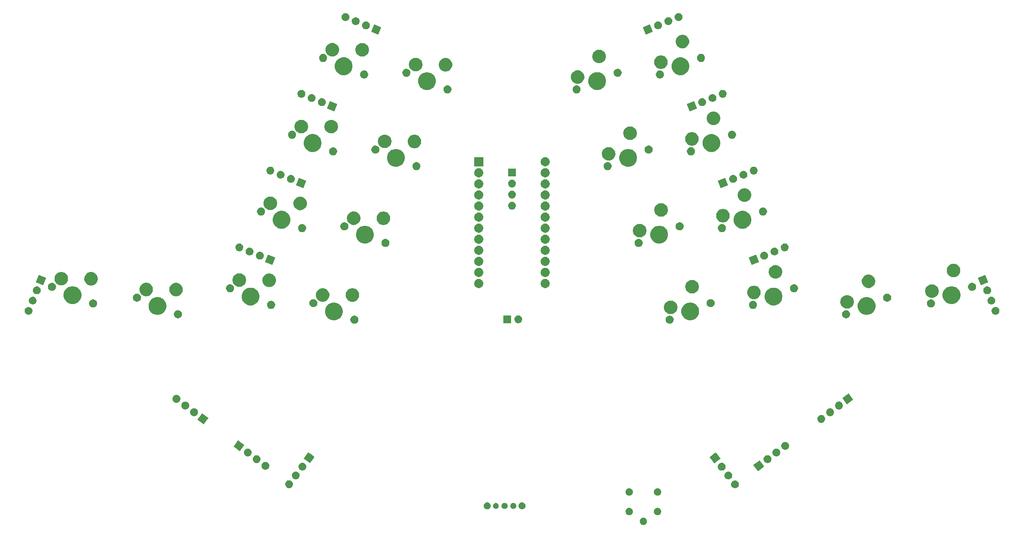
<source format=gbr>
G04 #@! TF.GenerationSoftware,KiCad,Pcbnew,(5.1.4)-1*
G04 #@! TF.CreationDate,2023-05-25T13:23:40-04:00*
G04 #@! TF.ProjectId,ThumbsUp,5468756d-6273-4557-902e-6b696361645f,rev?*
G04 #@! TF.SameCoordinates,Original*
G04 #@! TF.FileFunction,Soldermask,Top*
G04 #@! TF.FilePolarity,Negative*
%FSLAX46Y46*%
G04 Gerber Fmt 4.6, Leading zero omitted, Abs format (unit mm)*
G04 Created by KiCad (PCBNEW (5.1.4)-1) date 2023-05-25 13:23:40*
%MOMM*%
%LPD*%
G04 APERTURE LIST*
%ADD10C,0.100000*%
G04 APERTURE END LIST*
D10*
G36*
X172894581Y-78743723D02*
G01*
X173047178Y-78806930D01*
X173184512Y-78898694D01*
X173301306Y-79015488D01*
X173393070Y-79152822D01*
X173456277Y-79305419D01*
X173488500Y-79467414D01*
X173488500Y-79632586D01*
X173456277Y-79794581D01*
X173393070Y-79947178D01*
X173301306Y-80084512D01*
X173184512Y-80201306D01*
X173047178Y-80293070D01*
X172894581Y-80356277D01*
X172732586Y-80388500D01*
X172567414Y-80388500D01*
X172405419Y-80356277D01*
X172252822Y-80293070D01*
X172115488Y-80201306D01*
X171998694Y-80084512D01*
X171906930Y-79947178D01*
X171843723Y-79794581D01*
X171811500Y-79632586D01*
X171811500Y-79467414D01*
X171843723Y-79305419D01*
X171906930Y-79152822D01*
X171998694Y-79015488D01*
X172115488Y-78898694D01*
X172252822Y-78806930D01*
X172405419Y-78743723D01*
X172567414Y-78711500D01*
X172732586Y-78711500D01*
X172894581Y-78743723D01*
X172894581Y-78743723D01*
G37*
G36*
X176144581Y-76493723D02*
G01*
X176297178Y-76556930D01*
X176434512Y-76648694D01*
X176551306Y-76765488D01*
X176643070Y-76902822D01*
X176706277Y-77055419D01*
X176738500Y-77217414D01*
X176738500Y-77382586D01*
X176706277Y-77544581D01*
X176643070Y-77697178D01*
X176551306Y-77834512D01*
X176434512Y-77951306D01*
X176297178Y-78043070D01*
X176144581Y-78106277D01*
X175982586Y-78138500D01*
X175817414Y-78138500D01*
X175655419Y-78106277D01*
X175502822Y-78043070D01*
X175365488Y-77951306D01*
X175248694Y-77834512D01*
X175156930Y-77697178D01*
X175093723Y-77544581D01*
X175061500Y-77382586D01*
X175061500Y-77217414D01*
X175093723Y-77055419D01*
X175156930Y-76902822D01*
X175248694Y-76765488D01*
X175365488Y-76648694D01*
X175502822Y-76556930D01*
X175655419Y-76493723D01*
X175817414Y-76461500D01*
X175982586Y-76461500D01*
X176144581Y-76493723D01*
X176144581Y-76493723D01*
G37*
G36*
X169644581Y-76493723D02*
G01*
X169797178Y-76556930D01*
X169934512Y-76648694D01*
X170051306Y-76765488D01*
X170143070Y-76902822D01*
X170206277Y-77055419D01*
X170238500Y-77217414D01*
X170238500Y-77382586D01*
X170206277Y-77544581D01*
X170143070Y-77697178D01*
X170051306Y-77834512D01*
X169934512Y-77951306D01*
X169797178Y-78043070D01*
X169644581Y-78106277D01*
X169482586Y-78138500D01*
X169317414Y-78138500D01*
X169155419Y-78106277D01*
X169002822Y-78043070D01*
X168865488Y-77951306D01*
X168748694Y-77834512D01*
X168656930Y-77697178D01*
X168593723Y-77544581D01*
X168561500Y-77382586D01*
X168561500Y-77217414D01*
X168593723Y-77055419D01*
X168656930Y-76902822D01*
X168748694Y-76765488D01*
X168865488Y-76648694D01*
X169002822Y-76556930D01*
X169155419Y-76493723D01*
X169317414Y-76461500D01*
X169482586Y-76461500D01*
X169644581Y-76493723D01*
X169644581Y-76493723D01*
G37*
G36*
X137033642Y-75229781D02*
G01*
X137179414Y-75290162D01*
X137179416Y-75290163D01*
X137310608Y-75377822D01*
X137422178Y-75489392D01*
X137509837Y-75620584D01*
X137509838Y-75620586D01*
X137570219Y-75766358D01*
X137601000Y-75921107D01*
X137601000Y-76078893D01*
X137570219Y-76233642D01*
X137529457Y-76332049D01*
X137509837Y-76379416D01*
X137422178Y-76510608D01*
X137310608Y-76622178D01*
X137179416Y-76709837D01*
X137179415Y-76709838D01*
X137179414Y-76709838D01*
X137033642Y-76770219D01*
X136878893Y-76801000D01*
X136721107Y-76801000D01*
X136566358Y-76770219D01*
X136420586Y-76709838D01*
X136420585Y-76709838D01*
X136420584Y-76709837D01*
X136289392Y-76622178D01*
X136177822Y-76510608D01*
X136090163Y-76379416D01*
X136070543Y-76332049D01*
X136029781Y-76233642D01*
X135999000Y-76078893D01*
X135999000Y-75921107D01*
X136029781Y-75766358D01*
X136090162Y-75620586D01*
X136090163Y-75620584D01*
X136177822Y-75489392D01*
X136289392Y-75377822D01*
X136420584Y-75290163D01*
X136420586Y-75290162D01*
X136566358Y-75229781D01*
X136721107Y-75199000D01*
X136878893Y-75199000D01*
X137033642Y-75229781D01*
X137033642Y-75229781D01*
G37*
G36*
X145033642Y-75229781D02*
G01*
X145179414Y-75290162D01*
X145179416Y-75290163D01*
X145310608Y-75377822D01*
X145422178Y-75489392D01*
X145509837Y-75620584D01*
X145509838Y-75620586D01*
X145570219Y-75766358D01*
X145601000Y-75921107D01*
X145601000Y-76078893D01*
X145570219Y-76233642D01*
X145529457Y-76332049D01*
X145509837Y-76379416D01*
X145422178Y-76510608D01*
X145310608Y-76622178D01*
X145179416Y-76709837D01*
X145179415Y-76709838D01*
X145179414Y-76709838D01*
X145033642Y-76770219D01*
X144878893Y-76801000D01*
X144721107Y-76801000D01*
X144566358Y-76770219D01*
X144420586Y-76709838D01*
X144420585Y-76709838D01*
X144420584Y-76709837D01*
X144289392Y-76622178D01*
X144177822Y-76510608D01*
X144090163Y-76379416D01*
X144070543Y-76332049D01*
X144029781Y-76233642D01*
X143999000Y-76078893D01*
X143999000Y-75921107D01*
X144029781Y-75766358D01*
X144090162Y-75620586D01*
X144090163Y-75620584D01*
X144177822Y-75489392D01*
X144289392Y-75377822D01*
X144420584Y-75290163D01*
X144420586Y-75290162D01*
X144566358Y-75229781D01*
X144721107Y-75199000D01*
X144878893Y-75199000D01*
X145033642Y-75229781D01*
X145033642Y-75229781D01*
G37*
G36*
X143004473Y-75325938D02*
G01*
X143132049Y-75378782D01*
X143246859Y-75455495D01*
X143344505Y-75553141D01*
X143421218Y-75667951D01*
X143474062Y-75795527D01*
X143501000Y-75930956D01*
X143501000Y-76069044D01*
X143474062Y-76204473D01*
X143421218Y-76332049D01*
X143344505Y-76446859D01*
X143246859Y-76544505D01*
X143132049Y-76621218D01*
X143004473Y-76674062D01*
X142869044Y-76701000D01*
X142730956Y-76701000D01*
X142595527Y-76674062D01*
X142467951Y-76621218D01*
X142353141Y-76544505D01*
X142255495Y-76446859D01*
X142178782Y-76332049D01*
X142125938Y-76204473D01*
X142099000Y-76069044D01*
X142099000Y-75930956D01*
X142125938Y-75795527D01*
X142178782Y-75667951D01*
X142255495Y-75553141D01*
X142353141Y-75455495D01*
X142467951Y-75378782D01*
X142595527Y-75325938D01*
X142730956Y-75299000D01*
X142869044Y-75299000D01*
X143004473Y-75325938D01*
X143004473Y-75325938D01*
G37*
G36*
X141004473Y-75325938D02*
G01*
X141132049Y-75378782D01*
X141246859Y-75455495D01*
X141344505Y-75553141D01*
X141421218Y-75667951D01*
X141474062Y-75795527D01*
X141501000Y-75930956D01*
X141501000Y-76069044D01*
X141474062Y-76204473D01*
X141421218Y-76332049D01*
X141344505Y-76446859D01*
X141246859Y-76544505D01*
X141132049Y-76621218D01*
X141004473Y-76674062D01*
X140869044Y-76701000D01*
X140730956Y-76701000D01*
X140595527Y-76674062D01*
X140467951Y-76621218D01*
X140353141Y-76544505D01*
X140255495Y-76446859D01*
X140178782Y-76332049D01*
X140125938Y-76204473D01*
X140099000Y-76069044D01*
X140099000Y-75930956D01*
X140125938Y-75795527D01*
X140178782Y-75667951D01*
X140255495Y-75553141D01*
X140353141Y-75455495D01*
X140467951Y-75378782D01*
X140595527Y-75325938D01*
X140730956Y-75299000D01*
X140869044Y-75299000D01*
X141004473Y-75325938D01*
X141004473Y-75325938D01*
G37*
G36*
X138989890Y-75374017D02*
G01*
X139108364Y-75423091D01*
X139156860Y-75455495D01*
X139214988Y-75494335D01*
X139305665Y-75585012D01*
X139376910Y-75691638D01*
X139425983Y-75810110D01*
X139451000Y-75935881D01*
X139451000Y-76064119D01*
X139448061Y-76078893D01*
X139425983Y-76189890D01*
X139376909Y-76308364D01*
X139305665Y-76414988D01*
X139214988Y-76505665D01*
X139108364Y-76576909D01*
X139108363Y-76576910D01*
X139108362Y-76576910D01*
X138989890Y-76625983D01*
X138864119Y-76651000D01*
X138735881Y-76651000D01*
X138610110Y-76625983D01*
X138491638Y-76576910D01*
X138491637Y-76576910D01*
X138491636Y-76576909D01*
X138385012Y-76505665D01*
X138294335Y-76414988D01*
X138223091Y-76308364D01*
X138174017Y-76189890D01*
X138151939Y-76078893D01*
X138149000Y-76064119D01*
X138149000Y-75935881D01*
X138174017Y-75810110D01*
X138223090Y-75691638D01*
X138294335Y-75585012D01*
X138385012Y-75494335D01*
X138443140Y-75455495D01*
X138491636Y-75423091D01*
X138610110Y-75374017D01*
X138735881Y-75349000D01*
X138864119Y-75349000D01*
X138989890Y-75374017D01*
X138989890Y-75374017D01*
G37*
G36*
X169644581Y-71993723D02*
G01*
X169797178Y-72056930D01*
X169934512Y-72148694D01*
X170051306Y-72265488D01*
X170143070Y-72402822D01*
X170206277Y-72555419D01*
X170238500Y-72717414D01*
X170238500Y-72882586D01*
X170206277Y-73044581D01*
X170143070Y-73197178D01*
X170051306Y-73334512D01*
X169934512Y-73451306D01*
X169797178Y-73543070D01*
X169644581Y-73606277D01*
X169482586Y-73638500D01*
X169317414Y-73638500D01*
X169155419Y-73606277D01*
X169002822Y-73543070D01*
X168865488Y-73451306D01*
X168748694Y-73334512D01*
X168656930Y-73197178D01*
X168593723Y-73044581D01*
X168561500Y-72882586D01*
X168561500Y-72717414D01*
X168593723Y-72555419D01*
X168656930Y-72402822D01*
X168748694Y-72265488D01*
X168865488Y-72148694D01*
X169002822Y-72056930D01*
X169155419Y-71993723D01*
X169317414Y-71961500D01*
X169482586Y-71961500D01*
X169644581Y-71993723D01*
X169644581Y-71993723D01*
G37*
G36*
X176144581Y-71993723D02*
G01*
X176297178Y-72056930D01*
X176434512Y-72148694D01*
X176551306Y-72265488D01*
X176643070Y-72402822D01*
X176706277Y-72555419D01*
X176738500Y-72717414D01*
X176738500Y-72882586D01*
X176706277Y-73044581D01*
X176643070Y-73197178D01*
X176551306Y-73334512D01*
X176434512Y-73451306D01*
X176297178Y-73543070D01*
X176144581Y-73606277D01*
X175982586Y-73638500D01*
X175817414Y-73638500D01*
X175655419Y-73606277D01*
X175502822Y-73543070D01*
X175365488Y-73451306D01*
X175248694Y-73334512D01*
X175156930Y-73197178D01*
X175093723Y-73044581D01*
X175061500Y-72882586D01*
X175061500Y-72717414D01*
X175093723Y-72555419D01*
X175156930Y-72402822D01*
X175248694Y-72265488D01*
X175365488Y-72148694D01*
X175502822Y-72056930D01*
X175655419Y-71993723D01*
X175817414Y-71961500D01*
X175982586Y-71961500D01*
X176144581Y-71993723D01*
X176144581Y-71993723D01*
G37*
G36*
X193777750Y-70169231D02*
G01*
X193843935Y-70175750D01*
X194013774Y-70227270D01*
X194170299Y-70310935D01*
X194206037Y-70340265D01*
X194307494Y-70423527D01*
X194390756Y-70524984D01*
X194420086Y-70560722D01*
X194503751Y-70717247D01*
X194555271Y-70887086D01*
X194572667Y-71063713D01*
X194555271Y-71240340D01*
X194503751Y-71410179D01*
X194420086Y-71566704D01*
X194390756Y-71602442D01*
X194307494Y-71703899D01*
X194206037Y-71787161D01*
X194170299Y-71816491D01*
X194013774Y-71900156D01*
X193843935Y-71951676D01*
X193777751Y-71958194D01*
X193711568Y-71964713D01*
X193623048Y-71964713D01*
X193556865Y-71958194D01*
X193490681Y-71951676D01*
X193320842Y-71900156D01*
X193164317Y-71816491D01*
X193128579Y-71787161D01*
X193027122Y-71703899D01*
X192943860Y-71602442D01*
X192914530Y-71566704D01*
X192830865Y-71410179D01*
X192779345Y-71240340D01*
X192761949Y-71063713D01*
X192779345Y-70887086D01*
X192830865Y-70717247D01*
X192914530Y-70560722D01*
X192943860Y-70524984D01*
X193027122Y-70423527D01*
X193128579Y-70340265D01*
X193164317Y-70310935D01*
X193320842Y-70227270D01*
X193490681Y-70175750D01*
X193556866Y-70169231D01*
X193623048Y-70162713D01*
X193711568Y-70162713D01*
X193777750Y-70169231D01*
X193777750Y-70169231D01*
G37*
G36*
X91469335Y-70152973D02*
G01*
X91535519Y-70159491D01*
X91705358Y-70211011D01*
X91861883Y-70294676D01*
X91897621Y-70324006D01*
X91999078Y-70407268D01*
X92082340Y-70508725D01*
X92111670Y-70544463D01*
X92195335Y-70700988D01*
X92246855Y-70870827D01*
X92264251Y-71047454D01*
X92246855Y-71224081D01*
X92195335Y-71393920D01*
X92111670Y-71550445D01*
X92098328Y-71566702D01*
X91999078Y-71687640D01*
X91897621Y-71770902D01*
X91861883Y-71800232D01*
X91705358Y-71883897D01*
X91535519Y-71935417D01*
X91469334Y-71941936D01*
X91403152Y-71948454D01*
X91314632Y-71948454D01*
X91248450Y-71941936D01*
X91182265Y-71935417D01*
X91012426Y-71883897D01*
X90855901Y-71800232D01*
X90820163Y-71770902D01*
X90718706Y-71687640D01*
X90619456Y-71566702D01*
X90606114Y-71550445D01*
X90522449Y-71393920D01*
X90470929Y-71224081D01*
X90453533Y-71047454D01*
X90470929Y-70870827D01*
X90522449Y-70700988D01*
X90606114Y-70544463D01*
X90635444Y-70508725D01*
X90718706Y-70407268D01*
X90820163Y-70324006D01*
X90855901Y-70294676D01*
X91012426Y-70211011D01*
X91182265Y-70159491D01*
X91248449Y-70152973D01*
X91314632Y-70146454D01*
X91403152Y-70146454D01*
X91469335Y-70152973D01*
X91469335Y-70152973D01*
G37*
G36*
X192249141Y-68140697D02*
G01*
X192315325Y-68147215D01*
X192485164Y-68198735D01*
X192641689Y-68282400D01*
X192677427Y-68311730D01*
X192778884Y-68394992D01*
X192862146Y-68496449D01*
X192891476Y-68532187D01*
X192975141Y-68688712D01*
X193026661Y-68858551D01*
X193044057Y-69035178D01*
X193026661Y-69211805D01*
X192975141Y-69381644D01*
X192891476Y-69538169D01*
X192862146Y-69573907D01*
X192778884Y-69675364D01*
X192677427Y-69758626D01*
X192641689Y-69787956D01*
X192485164Y-69871621D01*
X192315325Y-69923141D01*
X192249141Y-69929659D01*
X192182958Y-69936178D01*
X192094438Y-69936178D01*
X192028255Y-69929659D01*
X191962071Y-69923141D01*
X191792232Y-69871621D01*
X191635707Y-69787956D01*
X191599969Y-69758626D01*
X191498512Y-69675364D01*
X191415250Y-69573907D01*
X191385920Y-69538169D01*
X191302255Y-69381644D01*
X191250735Y-69211805D01*
X191233339Y-69035178D01*
X191250735Y-68858551D01*
X191302255Y-68688712D01*
X191385920Y-68532187D01*
X191415250Y-68496449D01*
X191498512Y-68394992D01*
X191599969Y-68311730D01*
X191635707Y-68282400D01*
X191792232Y-68198735D01*
X191962071Y-68147215D01*
X192028255Y-68140697D01*
X192094438Y-68134178D01*
X192182958Y-68134178D01*
X192249141Y-68140697D01*
X192249141Y-68140697D01*
G37*
G36*
X92997944Y-68124437D02*
G01*
X93064129Y-68130956D01*
X93233968Y-68182476D01*
X93390493Y-68266141D01*
X93426231Y-68295471D01*
X93527688Y-68378733D01*
X93610950Y-68480190D01*
X93640280Y-68515928D01*
X93723945Y-68672453D01*
X93775465Y-68842292D01*
X93792861Y-69018919D01*
X93775465Y-69195546D01*
X93723945Y-69365385D01*
X93640280Y-69521910D01*
X93626938Y-69538167D01*
X93527688Y-69659105D01*
X93426231Y-69742367D01*
X93390493Y-69771697D01*
X93233968Y-69855362D01*
X93064129Y-69906882D01*
X92997944Y-69913401D01*
X92931762Y-69919919D01*
X92843242Y-69919919D01*
X92777060Y-69913401D01*
X92710875Y-69906882D01*
X92541036Y-69855362D01*
X92384511Y-69771697D01*
X92348773Y-69742367D01*
X92247316Y-69659105D01*
X92148066Y-69538167D01*
X92134724Y-69521910D01*
X92051059Y-69365385D01*
X91999539Y-69195546D01*
X91982143Y-69018919D01*
X91999539Y-68842292D01*
X92051059Y-68672453D01*
X92134724Y-68515928D01*
X92164054Y-68480190D01*
X92247316Y-68378733D01*
X92348773Y-68295471D01*
X92384511Y-68266141D01*
X92541036Y-68182476D01*
X92710875Y-68130956D01*
X92777060Y-68124437D01*
X92843242Y-68117919D01*
X92931762Y-68117919D01*
X92997944Y-68124437D01*
X92997944Y-68124437D01*
G37*
G36*
X199851637Y-66308139D02*
G01*
X200367482Y-66992688D01*
X200367482Y-66992689D01*
X199546782Y-67611130D01*
X198928341Y-68077159D01*
X198928340Y-68077159D01*
X198109398Y-66990385D01*
X197843870Y-66638018D01*
X197843870Y-66638017D01*
X198809810Y-65910130D01*
X199283011Y-65553547D01*
X199283012Y-65553547D01*
X199851637Y-66308139D01*
X199851637Y-66308139D01*
G37*
G36*
X190720530Y-66112162D02*
G01*
X190786715Y-66118681D01*
X190956554Y-66170201D01*
X191113079Y-66253866D01*
X191148817Y-66283196D01*
X191250274Y-66366458D01*
X191330867Y-66464662D01*
X191362866Y-66503653D01*
X191446531Y-66660178D01*
X191498051Y-66830017D01*
X191515447Y-67006644D01*
X191498051Y-67183271D01*
X191446531Y-67353110D01*
X191362866Y-67509635D01*
X191333536Y-67545373D01*
X191250274Y-67646830D01*
X191148817Y-67730092D01*
X191113079Y-67759422D01*
X190956554Y-67843087D01*
X190786715Y-67894607D01*
X190720530Y-67901126D01*
X190654348Y-67907644D01*
X190565828Y-67907644D01*
X190499646Y-67901126D01*
X190433461Y-67894607D01*
X190263622Y-67843087D01*
X190107097Y-67759422D01*
X190071359Y-67730092D01*
X189969902Y-67646830D01*
X189886640Y-67545373D01*
X189857310Y-67509635D01*
X189773645Y-67353110D01*
X189722125Y-67183271D01*
X189704729Y-67006644D01*
X189722125Y-66830017D01*
X189773645Y-66660178D01*
X189857310Y-66503653D01*
X189889309Y-66464662D01*
X189969902Y-66366458D01*
X190071359Y-66283196D01*
X190107097Y-66253866D01*
X190263622Y-66170201D01*
X190433461Y-66118681D01*
X190499646Y-66112162D01*
X190565828Y-66105644D01*
X190654348Y-66105644D01*
X190720530Y-66112162D01*
X190720530Y-66112162D01*
G37*
G36*
X94526554Y-66095903D02*
G01*
X94592739Y-66102422D01*
X94762578Y-66153942D01*
X94919103Y-66237607D01*
X94954841Y-66266937D01*
X95056298Y-66350199D01*
X95139560Y-66451656D01*
X95168890Y-66487394D01*
X95252555Y-66643919D01*
X95304075Y-66813758D01*
X95321471Y-66990385D01*
X95304075Y-67167012D01*
X95252555Y-67336851D01*
X95168890Y-67493376D01*
X95155548Y-67509633D01*
X95056298Y-67630571D01*
X94972802Y-67699093D01*
X94919103Y-67743163D01*
X94762578Y-67826828D01*
X94592739Y-67878348D01*
X94526555Y-67884866D01*
X94460372Y-67891385D01*
X94371852Y-67891385D01*
X94305669Y-67884866D01*
X94239485Y-67878348D01*
X94069646Y-67826828D01*
X93913121Y-67743163D01*
X93859422Y-67699093D01*
X93775926Y-67630571D01*
X93676676Y-67509633D01*
X93663334Y-67493376D01*
X93579669Y-67336851D01*
X93528149Y-67167012D01*
X93510753Y-66990385D01*
X93528149Y-66813758D01*
X93579669Y-66643919D01*
X93663334Y-66487394D01*
X93692664Y-66451656D01*
X93775926Y-66350199D01*
X93877383Y-66266937D01*
X93913121Y-66237607D01*
X94069646Y-66153942D01*
X94239485Y-66102422D01*
X94305670Y-66095903D01*
X94371852Y-66089385D01*
X94460372Y-66089385D01*
X94526554Y-66095903D01*
X94526554Y-66095903D01*
G37*
G36*
X86046940Y-65916649D02*
G01*
X86113124Y-65923167D01*
X86282963Y-65974687D01*
X86439488Y-66058352D01*
X86475226Y-66087682D01*
X86576683Y-66170944D01*
X86644733Y-66253865D01*
X86689275Y-66308139D01*
X86772940Y-66464664D01*
X86824460Y-66634503D01*
X86841856Y-66811130D01*
X86824460Y-66987757D01*
X86772940Y-67157596D01*
X86689275Y-67314121D01*
X86670621Y-67336851D01*
X86576683Y-67451316D01*
X86475226Y-67534578D01*
X86439488Y-67563908D01*
X86282963Y-67647573D01*
X86113124Y-67699093D01*
X86046939Y-67705612D01*
X85980757Y-67712130D01*
X85892237Y-67712130D01*
X85826055Y-67705612D01*
X85759870Y-67699093D01*
X85590031Y-67647573D01*
X85433506Y-67563908D01*
X85397768Y-67534578D01*
X85296311Y-67451316D01*
X85202373Y-67336851D01*
X85183719Y-67314121D01*
X85100054Y-67157596D01*
X85048534Y-66987757D01*
X85031138Y-66811130D01*
X85048534Y-66634503D01*
X85100054Y-66464664D01*
X85183719Y-66308139D01*
X85228261Y-66253865D01*
X85296311Y-66170944D01*
X85397768Y-66087682D01*
X85433506Y-66058352D01*
X85590031Y-65974687D01*
X85759870Y-65923167D01*
X85826054Y-65916649D01*
X85892237Y-65910130D01*
X85980757Y-65910130D01*
X86046940Y-65916649D01*
X86046940Y-65916649D01*
G37*
G36*
X189811919Y-64450300D02*
G01*
X190343284Y-65155445D01*
X190343284Y-65155446D01*
X189522584Y-65773887D01*
X188904143Y-66239916D01*
X188904142Y-66239916D01*
X188052779Y-65110118D01*
X187819672Y-64800775D01*
X187819672Y-64800774D01*
X188743526Y-64104601D01*
X189258813Y-63716304D01*
X189258814Y-63716304D01*
X189811919Y-64450300D01*
X189811919Y-64450300D01*
G37*
G36*
X96304248Y-64104599D02*
G01*
X97206528Y-64784515D01*
X97206528Y-64784516D01*
X96961169Y-65110118D01*
X96122058Y-66223657D01*
X96122057Y-66223657D01*
X95232791Y-65553547D01*
X94682916Y-65139187D01*
X94682916Y-65139186D01*
X95202029Y-64450300D01*
X95767386Y-63700045D01*
X95767387Y-63700045D01*
X96304248Y-64104599D01*
X96304248Y-64104599D01*
G37*
G36*
X201244653Y-64392262D02*
G01*
X201310837Y-64398780D01*
X201480676Y-64450300D01*
X201637201Y-64533965D01*
X201672939Y-64563295D01*
X201774396Y-64646557D01*
X201857658Y-64748014D01*
X201886988Y-64783752D01*
X201970653Y-64940277D01*
X202022173Y-65110116D01*
X202039569Y-65286743D01*
X202022173Y-65463370D01*
X201970653Y-65633209D01*
X201886988Y-65789734D01*
X201857658Y-65825472D01*
X201774396Y-65926929D01*
X201672939Y-66010191D01*
X201637201Y-66039521D01*
X201637199Y-66039522D01*
X201488579Y-66118962D01*
X201480676Y-66123186D01*
X201310837Y-66174706D01*
X201244653Y-66181224D01*
X201178470Y-66187743D01*
X201089950Y-66187743D01*
X201023767Y-66181224D01*
X200957583Y-66174706D01*
X200787744Y-66123186D01*
X200779842Y-66118962D01*
X200631221Y-66039522D01*
X200631219Y-66039521D01*
X200595481Y-66010191D01*
X200494024Y-65926929D01*
X200410762Y-65825472D01*
X200381432Y-65789734D01*
X200297767Y-65633209D01*
X200246247Y-65463370D01*
X200228851Y-65286743D01*
X200246247Y-65110116D01*
X200297767Y-64940277D01*
X200381432Y-64783752D01*
X200410762Y-64748014D01*
X200494024Y-64646557D01*
X200595481Y-64563295D01*
X200631219Y-64533965D01*
X200787744Y-64450300D01*
X200957583Y-64398780D01*
X201023767Y-64392262D01*
X201089950Y-64385743D01*
X201178470Y-64385743D01*
X201244653Y-64392262D01*
X201244653Y-64392262D01*
G37*
G36*
X83995098Y-64385743D02*
G01*
X84084589Y-64394557D01*
X84254428Y-64446077D01*
X84254430Y-64446078D01*
X84332691Y-64487910D01*
X84410953Y-64529742D01*
X84446691Y-64559072D01*
X84548148Y-64642334D01*
X84631410Y-64743791D01*
X84660740Y-64779529D01*
X84744405Y-64936054D01*
X84795925Y-65105893D01*
X84813321Y-65282520D01*
X84795925Y-65459147D01*
X84744405Y-65628986D01*
X84660740Y-65785511D01*
X84657274Y-65789734D01*
X84548148Y-65922706D01*
X84446691Y-66005968D01*
X84410953Y-66035298D01*
X84254428Y-66118963D01*
X84084589Y-66170483D01*
X84041711Y-66174706D01*
X83952222Y-66183520D01*
X83863702Y-66183520D01*
X83774213Y-66174706D01*
X83731335Y-66170483D01*
X83561496Y-66118963D01*
X83404971Y-66035298D01*
X83369233Y-66005968D01*
X83267776Y-65922706D01*
X83158650Y-65789734D01*
X83155184Y-65785511D01*
X83071519Y-65628986D01*
X83019999Y-65459147D01*
X83002603Y-65282520D01*
X83019999Y-65105893D01*
X83071519Y-64936054D01*
X83155184Y-64779529D01*
X83184514Y-64743791D01*
X83267776Y-64642334D01*
X83369233Y-64559072D01*
X83404971Y-64529742D01*
X83483233Y-64487910D01*
X83561494Y-64446078D01*
X83561496Y-64446077D01*
X83731335Y-64394557D01*
X83820826Y-64385743D01*
X83863702Y-64381520D01*
X83952222Y-64381520D01*
X83995098Y-64385743D01*
X83995098Y-64385743D01*
G37*
G36*
X203273186Y-62863651D02*
G01*
X203339371Y-62870170D01*
X203509210Y-62921690D01*
X203665735Y-63005355D01*
X203701473Y-63034685D01*
X203802930Y-63117947D01*
X203886192Y-63219404D01*
X203915522Y-63255142D01*
X203999187Y-63411667D01*
X204050707Y-63581506D01*
X204068103Y-63758133D01*
X204050707Y-63934760D01*
X203999187Y-64104599D01*
X203915522Y-64261124D01*
X203886192Y-64296862D01*
X203802930Y-64398319D01*
X203701473Y-64481581D01*
X203665735Y-64510911D01*
X203665733Y-64510912D01*
X203517113Y-64590352D01*
X203509210Y-64594576D01*
X203339371Y-64646096D01*
X203273186Y-64652615D01*
X203207004Y-64659133D01*
X203118484Y-64659133D01*
X203052302Y-64652615D01*
X202986117Y-64646096D01*
X202816278Y-64594576D01*
X202808376Y-64590352D01*
X202659755Y-64510912D01*
X202659753Y-64510911D01*
X202624015Y-64481581D01*
X202522558Y-64398319D01*
X202439296Y-64296862D01*
X202409966Y-64261124D01*
X202326301Y-64104599D01*
X202274781Y-63934760D01*
X202257385Y-63758133D01*
X202274781Y-63581506D01*
X202326301Y-63411667D01*
X202409966Y-63255142D01*
X202439296Y-63219404D01*
X202522558Y-63117947D01*
X202624015Y-63034685D01*
X202659753Y-63005355D01*
X202816278Y-62921690D01*
X202986117Y-62870170D01*
X203052302Y-62863651D01*
X203118484Y-62857133D01*
X203207004Y-62857133D01*
X203273186Y-62863651D01*
X203273186Y-62863651D01*
G37*
G36*
X81966564Y-62857133D02*
G01*
X82056055Y-62865947D01*
X82225894Y-62917467D01*
X82225896Y-62917468D01*
X82304156Y-62959299D01*
X82382419Y-63001132D01*
X82418157Y-63030462D01*
X82519614Y-63113724D01*
X82602876Y-63215181D01*
X82632206Y-63250919D01*
X82715871Y-63407444D01*
X82767391Y-63577283D01*
X82784787Y-63753910D01*
X82767391Y-63930537D01*
X82715871Y-64100376D01*
X82632206Y-64256901D01*
X82628740Y-64261124D01*
X82519614Y-64394096D01*
X82418157Y-64477358D01*
X82382419Y-64506688D01*
X82225894Y-64590353D01*
X82056055Y-64641873D01*
X81989871Y-64648391D01*
X81923688Y-64654910D01*
X81835168Y-64654910D01*
X81768985Y-64648391D01*
X81702801Y-64641873D01*
X81532962Y-64590353D01*
X81376437Y-64506688D01*
X81340699Y-64477358D01*
X81239242Y-64394096D01*
X81130116Y-64261124D01*
X81126650Y-64256901D01*
X81042985Y-64100376D01*
X80991465Y-63930537D01*
X80974069Y-63753910D01*
X80991465Y-63577283D01*
X81042985Y-63407444D01*
X81126650Y-63250919D01*
X81155980Y-63215181D01*
X81239242Y-63113724D01*
X81340699Y-63030462D01*
X81376437Y-63001132D01*
X81454699Y-62959300D01*
X81532960Y-62917468D01*
X81532962Y-62917467D01*
X81702801Y-62865947D01*
X81792292Y-62857133D01*
X81835168Y-62852910D01*
X81923688Y-62852910D01*
X81966564Y-62857133D01*
X81966564Y-62857133D01*
G37*
G36*
X80175269Y-61341560D02*
G01*
X81112700Y-62047964D01*
X81112700Y-62047965D01*
X80842788Y-62406150D01*
X80028230Y-63487106D01*
X80028229Y-63487106D01*
X79272293Y-62917467D01*
X78589088Y-62402636D01*
X78589088Y-62402635D01*
X79098568Y-61726532D01*
X79673558Y-60963494D01*
X79673559Y-60963494D01*
X80175269Y-61341560D01*
X80175269Y-61341560D01*
G37*
G36*
X205301722Y-61335042D02*
G01*
X205367906Y-61341560D01*
X205537745Y-61393080D01*
X205694270Y-61476745D01*
X205730008Y-61506075D01*
X205831465Y-61589337D01*
X205914727Y-61690794D01*
X205944057Y-61726532D01*
X206027722Y-61883057D01*
X206079242Y-62052896D01*
X206096638Y-62229523D01*
X206079242Y-62406150D01*
X206027722Y-62575989D01*
X205944057Y-62732514D01*
X205914727Y-62768252D01*
X205831465Y-62869709D01*
X205730008Y-62952971D01*
X205694270Y-62982301D01*
X205537745Y-63065966D01*
X205367906Y-63117486D01*
X205301721Y-63124005D01*
X205235539Y-63130523D01*
X205147019Y-63130523D01*
X205080837Y-63124005D01*
X205014652Y-63117486D01*
X204844813Y-63065966D01*
X204688288Y-62982301D01*
X204652550Y-62952971D01*
X204551093Y-62869709D01*
X204467831Y-62768252D01*
X204438501Y-62732514D01*
X204354836Y-62575989D01*
X204303316Y-62406150D01*
X204285920Y-62229523D01*
X204303316Y-62052896D01*
X204354836Y-61883057D01*
X204438501Y-61726532D01*
X204467831Y-61690794D01*
X204551093Y-61589337D01*
X204652550Y-61506075D01*
X204688288Y-61476745D01*
X204844813Y-61393080D01*
X205014652Y-61341560D01*
X205080836Y-61335042D01*
X205147019Y-61328523D01*
X205235539Y-61328523D01*
X205301722Y-61335042D01*
X205301722Y-61335042D01*
G37*
G36*
X71889221Y-55136912D02*
G01*
X72851939Y-55862371D01*
X72851939Y-55862372D01*
X72385910Y-56480813D01*
X71767469Y-57301513D01*
X71767468Y-57301513D01*
X71089583Y-56790690D01*
X70328327Y-56217043D01*
X70328327Y-56217042D01*
X70945726Y-55397726D01*
X71412797Y-54777901D01*
X71412798Y-54777901D01*
X71889221Y-55136912D01*
X71889221Y-55136912D01*
G37*
G36*
X213570467Y-55143430D02*
G01*
X213636652Y-55149949D01*
X213806491Y-55201469D01*
X213963016Y-55285134D01*
X213998754Y-55314464D01*
X214100211Y-55397726D01*
X214183473Y-55499183D01*
X214212803Y-55534921D01*
X214296468Y-55691446D01*
X214347988Y-55861285D01*
X214365384Y-56037912D01*
X214347988Y-56214539D01*
X214296468Y-56384378D01*
X214212803Y-56540903D01*
X214183473Y-56576641D01*
X214100211Y-56678098D01*
X213998754Y-56761360D01*
X213963016Y-56790690D01*
X213806491Y-56874355D01*
X213636652Y-56925875D01*
X213570468Y-56932393D01*
X213504285Y-56938912D01*
X213415765Y-56938912D01*
X213349582Y-56932393D01*
X213283398Y-56925875D01*
X213113559Y-56874355D01*
X212957034Y-56790690D01*
X212921296Y-56761360D01*
X212819839Y-56678098D01*
X212736577Y-56576641D01*
X212707247Y-56540903D01*
X212623582Y-56384378D01*
X212572062Y-56214539D01*
X212554666Y-56037912D01*
X212572062Y-55861285D01*
X212623582Y-55691446D01*
X212707247Y-55534921D01*
X212736577Y-55499183D01*
X212819839Y-55397726D01*
X212921296Y-55314464D01*
X212957034Y-55285134D01*
X213113559Y-55201469D01*
X213283398Y-55149949D01*
X213349583Y-55143430D01*
X213415765Y-55136912D01*
X213504285Y-55136912D01*
X213570467Y-55143430D01*
X213570467Y-55143430D01*
G37*
G36*
X69672042Y-53616616D02*
G01*
X69738226Y-53623134D01*
X69908065Y-53674654D01*
X70064590Y-53758319D01*
X70100328Y-53787649D01*
X70201785Y-53870911D01*
X70285047Y-53972368D01*
X70314377Y-54008106D01*
X70314378Y-54008108D01*
X70397082Y-54162834D01*
X70398042Y-54164631D01*
X70449562Y-54334470D01*
X70466958Y-54511097D01*
X70449562Y-54687724D01*
X70398042Y-54857563D01*
X70314377Y-55014088D01*
X70285047Y-55049826D01*
X70201785Y-55151283D01*
X70100328Y-55234545D01*
X70064590Y-55263875D01*
X69908065Y-55347540D01*
X69738226Y-55399060D01*
X69672042Y-55405578D01*
X69605859Y-55412097D01*
X69517339Y-55412097D01*
X69451156Y-55405578D01*
X69384972Y-55399060D01*
X69215133Y-55347540D01*
X69058608Y-55263875D01*
X69022870Y-55234545D01*
X68921413Y-55151283D01*
X68838151Y-55049826D01*
X68808821Y-55014088D01*
X68725156Y-54857563D01*
X68673636Y-54687724D01*
X68656240Y-54511097D01*
X68673636Y-54334470D01*
X68725156Y-54164631D01*
X68726117Y-54162834D01*
X68808820Y-54008108D01*
X68808821Y-54008106D01*
X68838151Y-53972368D01*
X68921413Y-53870911D01*
X69022870Y-53787649D01*
X69058608Y-53758319D01*
X69215133Y-53674654D01*
X69384972Y-53623134D01*
X69451156Y-53616616D01*
X69517339Y-53610097D01*
X69605859Y-53610097D01*
X69672042Y-53616616D01*
X69672042Y-53616616D01*
G37*
G36*
X215599003Y-53614821D02*
G01*
X215665187Y-53621339D01*
X215835026Y-53672859D01*
X215991551Y-53756524D01*
X216027289Y-53785854D01*
X216128746Y-53869116D01*
X216212008Y-53970573D01*
X216241338Y-54006311D01*
X216325003Y-54162836D01*
X216376523Y-54332675D01*
X216393919Y-54509302D01*
X216376523Y-54685929D01*
X216325003Y-54855768D01*
X216325002Y-54855770D01*
X216283170Y-54934031D01*
X216241338Y-55012293D01*
X216212008Y-55048031D01*
X216128746Y-55149488D01*
X216027289Y-55232750D01*
X215991551Y-55262080D01*
X215835026Y-55345745D01*
X215665187Y-55397265D01*
X215599003Y-55403783D01*
X215532820Y-55410302D01*
X215444300Y-55410302D01*
X215378117Y-55403783D01*
X215311933Y-55397265D01*
X215142094Y-55345745D01*
X214985569Y-55262080D01*
X214949831Y-55232750D01*
X214848374Y-55149488D01*
X214765112Y-55048031D01*
X214735782Y-55012293D01*
X214693950Y-54934031D01*
X214652118Y-54855770D01*
X214652117Y-54855768D01*
X214600597Y-54685929D01*
X214583201Y-54509302D01*
X214600597Y-54332675D01*
X214652117Y-54162836D01*
X214735782Y-54006311D01*
X214765112Y-53970573D01*
X214848374Y-53869116D01*
X214949831Y-53785854D01*
X214985569Y-53756524D01*
X215142094Y-53672859D01*
X215311933Y-53621339D01*
X215378117Y-53614821D01*
X215444300Y-53608302D01*
X215532820Y-53608302D01*
X215599003Y-53614821D01*
X215599003Y-53614821D01*
G37*
G36*
X67643508Y-52088006D02*
G01*
X67709692Y-52094524D01*
X67879531Y-52146044D01*
X68036056Y-52229709D01*
X68071794Y-52259039D01*
X68173251Y-52342301D01*
X68256513Y-52443758D01*
X68285843Y-52479496D01*
X68285844Y-52479498D01*
X68368548Y-52634224D01*
X68369508Y-52636021D01*
X68421028Y-52805860D01*
X68438424Y-52982487D01*
X68421028Y-53159114D01*
X68369508Y-53328953D01*
X68285843Y-53485478D01*
X68256513Y-53521216D01*
X68173251Y-53622673D01*
X68071794Y-53705935D01*
X68036056Y-53735265D01*
X67879531Y-53818930D01*
X67709692Y-53870450D01*
X67643508Y-53876968D01*
X67577325Y-53883487D01*
X67488805Y-53883487D01*
X67422622Y-53876968D01*
X67356438Y-53870450D01*
X67186599Y-53818930D01*
X67030074Y-53735265D01*
X66994336Y-53705935D01*
X66892879Y-53622673D01*
X66809617Y-53521216D01*
X66780287Y-53485478D01*
X66696622Y-53328953D01*
X66645102Y-53159114D01*
X66627706Y-52982487D01*
X66645102Y-52805860D01*
X66696622Y-52636021D01*
X66697583Y-52634224D01*
X66780286Y-52479498D01*
X66780287Y-52479496D01*
X66809617Y-52443758D01*
X66892879Y-52342301D01*
X66994336Y-52259039D01*
X67030074Y-52229709D01*
X67186599Y-52146044D01*
X67356438Y-52094524D01*
X67422622Y-52088006D01*
X67488805Y-52081487D01*
X67577325Y-52081487D01*
X67643508Y-52088006D01*
X67643508Y-52088006D01*
G37*
G36*
X217627537Y-52086211D02*
G01*
X217693721Y-52092729D01*
X217863560Y-52144249D01*
X218020085Y-52227914D01*
X218055823Y-52257244D01*
X218157280Y-52340506D01*
X218240542Y-52441963D01*
X218269872Y-52477701D01*
X218353537Y-52634226D01*
X218405057Y-52804065D01*
X218422453Y-52980692D01*
X218405057Y-53157319D01*
X218404512Y-53159114D01*
X218353536Y-53327160D01*
X218311704Y-53405421D01*
X218269872Y-53483683D01*
X218240542Y-53519421D01*
X218157280Y-53620878D01*
X218055823Y-53704140D01*
X218020085Y-53733470D01*
X217863560Y-53817135D01*
X217693721Y-53868655D01*
X217627537Y-53875173D01*
X217561354Y-53881692D01*
X217472834Y-53881692D01*
X217406651Y-53875173D01*
X217340467Y-53868655D01*
X217170628Y-53817135D01*
X217014103Y-53733470D01*
X216978365Y-53704140D01*
X216876908Y-53620878D01*
X216793646Y-53519421D01*
X216764316Y-53483683D01*
X216722484Y-53405421D01*
X216680652Y-53327160D01*
X216629676Y-53159114D01*
X216629131Y-53157319D01*
X216611735Y-52980692D01*
X216629131Y-52804065D01*
X216680651Y-52634226D01*
X216764316Y-52477701D01*
X216793646Y-52441963D01*
X216876908Y-52340506D01*
X216978365Y-52257244D01*
X217014103Y-52227914D01*
X217170628Y-52144249D01*
X217340467Y-52092729D01*
X217406651Y-52086211D01*
X217472834Y-52079692D01*
X217561354Y-52079692D01*
X217627537Y-52086211D01*
X217627537Y-52086211D01*
G37*
G36*
X220107896Y-50701099D02*
G01*
X220807434Y-51629417D01*
X220807434Y-51629418D01*
X220124229Y-52144249D01*
X219368293Y-52713888D01*
X219368292Y-52713888D01*
X218679887Y-51800343D01*
X218283822Y-51274747D01*
X218283822Y-51274746D01*
X219156104Y-50617435D01*
X219722963Y-50190276D01*
X219722964Y-50190276D01*
X220107896Y-50701099D01*
X220107896Y-50701099D01*
G37*
G36*
X65614973Y-50559396D02*
G01*
X65681157Y-50565914D01*
X65850996Y-50617434D01*
X66007521Y-50701099D01*
X66043259Y-50730429D01*
X66144716Y-50813691D01*
X66227978Y-50915148D01*
X66257308Y-50950886D01*
X66340973Y-51107411D01*
X66392493Y-51277250D01*
X66409889Y-51453877D01*
X66392493Y-51630504D01*
X66340973Y-51800343D01*
X66257308Y-51956868D01*
X66227978Y-51992606D01*
X66144716Y-52094063D01*
X66043259Y-52177325D01*
X66007521Y-52206655D01*
X65850996Y-52290320D01*
X65681157Y-52341840D01*
X65614973Y-52348358D01*
X65548790Y-52354877D01*
X65460270Y-52354877D01*
X65394088Y-52348359D01*
X65327903Y-52341840D01*
X65158064Y-52290320D01*
X65001539Y-52206655D01*
X64965801Y-52177325D01*
X64864344Y-52094063D01*
X64781082Y-51992606D01*
X64751752Y-51956868D01*
X64668087Y-51800343D01*
X64616567Y-51630504D01*
X64599171Y-51453877D01*
X64616567Y-51277250D01*
X64668087Y-51107411D01*
X64751752Y-50950886D01*
X64781082Y-50915148D01*
X64864344Y-50813691D01*
X64965801Y-50730429D01*
X65001539Y-50701099D01*
X65158064Y-50617434D01*
X65327903Y-50565914D01*
X65394088Y-50559395D01*
X65460270Y-50552877D01*
X65548790Y-50552877D01*
X65614973Y-50559396D01*
X65614973Y-50559396D01*
G37*
G36*
X106611234Y-32401555D02*
G01*
X106779756Y-32471359D01*
X106931421Y-32572698D01*
X107060402Y-32701679D01*
X107161741Y-32853344D01*
X107231545Y-33021866D01*
X107267130Y-33200767D01*
X107267130Y-33383173D01*
X107231545Y-33562074D01*
X107161741Y-33730596D01*
X107060402Y-33882261D01*
X106931421Y-34011242D01*
X106779756Y-34112581D01*
X106611234Y-34182385D01*
X106432333Y-34217970D01*
X106249927Y-34217970D01*
X106071026Y-34182385D01*
X105902504Y-34112581D01*
X105750839Y-34011242D01*
X105621858Y-33882261D01*
X105520519Y-33730596D01*
X105450715Y-33562074D01*
X105415130Y-33383173D01*
X105415130Y-33200767D01*
X105450715Y-33021866D01*
X105520519Y-32853344D01*
X105621858Y-32701679D01*
X105750839Y-32572698D01*
X105902504Y-32471359D01*
X106071026Y-32401555D01*
X106249927Y-32365970D01*
X106432333Y-32365970D01*
X106611234Y-32401555D01*
X106611234Y-32401555D01*
G37*
G36*
X178944567Y-32399070D02*
G01*
X179113089Y-32468874D01*
X179264754Y-32570213D01*
X179393735Y-32699194D01*
X179495074Y-32850859D01*
X179564878Y-33019381D01*
X179600463Y-33198282D01*
X179600463Y-33380688D01*
X179564878Y-33559589D01*
X179495074Y-33728111D01*
X179393735Y-33879776D01*
X179264754Y-34008757D01*
X179113089Y-34110096D01*
X178944567Y-34179900D01*
X178765666Y-34215485D01*
X178583260Y-34215485D01*
X178404359Y-34179900D01*
X178235837Y-34110096D01*
X178084172Y-34008757D01*
X177955191Y-33879776D01*
X177853852Y-33728111D01*
X177784048Y-33559589D01*
X177748463Y-33380688D01*
X177748463Y-33198282D01*
X177784048Y-33019381D01*
X177853852Y-32850859D01*
X177955191Y-32699194D01*
X178084172Y-32570213D01*
X178235837Y-32468874D01*
X178404359Y-32399070D01*
X178583260Y-32363485D01*
X178765666Y-32363485D01*
X178944567Y-32399070D01*
X178944567Y-32399070D01*
G37*
G36*
X144046315Y-32305112D02*
G01*
X144116627Y-32312037D01*
X144286466Y-32363557D01*
X144442991Y-32447222D01*
X144469374Y-32468874D01*
X144580186Y-32559814D01*
X144663448Y-32661271D01*
X144692778Y-32697009D01*
X144692779Y-32697011D01*
X144776342Y-32853344D01*
X144776443Y-32853534D01*
X144827963Y-33023373D01*
X144845359Y-33200000D01*
X144827963Y-33376627D01*
X144776443Y-33546466D01*
X144692778Y-33702991D01*
X144672163Y-33728110D01*
X144580186Y-33840186D01*
X144478729Y-33923448D01*
X144442991Y-33952778D01*
X144442989Y-33952779D01*
X144338263Y-34008757D01*
X144286466Y-34036443D01*
X144116627Y-34087963D01*
X144050443Y-34094481D01*
X143984260Y-34101000D01*
X143895740Y-34101000D01*
X143829557Y-34094481D01*
X143763373Y-34087963D01*
X143593534Y-34036443D01*
X143541738Y-34008757D01*
X143437011Y-33952779D01*
X143437009Y-33952778D01*
X143401271Y-33923448D01*
X143299814Y-33840186D01*
X143207837Y-33728110D01*
X143187222Y-33702991D01*
X143103557Y-33546466D01*
X143052037Y-33376627D01*
X143034641Y-33200000D01*
X143052037Y-33023373D01*
X143103557Y-32853534D01*
X143103659Y-32853344D01*
X143187221Y-32697011D01*
X143187222Y-32697009D01*
X143216552Y-32661271D01*
X143299814Y-32559814D01*
X143410626Y-32468874D01*
X143437009Y-32447222D01*
X143593534Y-32363557D01*
X143763373Y-32312037D01*
X143833685Y-32305112D01*
X143895740Y-32299000D01*
X143984260Y-32299000D01*
X144046315Y-32305112D01*
X144046315Y-32305112D01*
G37*
G36*
X142301000Y-34101000D02*
G01*
X140499000Y-34101000D01*
X140499000Y-32299000D01*
X142301000Y-32299000D01*
X142301000Y-34101000D01*
X142301000Y-34101000D01*
G37*
G36*
X102227510Y-29422653D02*
G01*
X102445510Y-29512952D01*
X102599659Y-29576802D01*
X102934584Y-29800592D01*
X103219413Y-30085421D01*
X103443203Y-30420346D01*
X103478186Y-30504804D01*
X103597352Y-30792495D01*
X103675936Y-31187563D01*
X103675936Y-31590375D01*
X103597352Y-31985443D01*
X103507053Y-32203443D01*
X103443203Y-32357592D01*
X103219413Y-32692517D01*
X102934584Y-32977346D01*
X102599659Y-33201136D01*
X102445510Y-33264986D01*
X102227510Y-33355285D01*
X101832442Y-33433869D01*
X101429630Y-33433869D01*
X101034562Y-33355285D01*
X100816562Y-33264986D01*
X100662413Y-33201136D01*
X100327488Y-32977346D01*
X100042659Y-32692517D01*
X99818869Y-32357592D01*
X99755019Y-32203443D01*
X99664720Y-31985443D01*
X99586136Y-31590375D01*
X99586136Y-31187563D01*
X99664720Y-30792495D01*
X99783886Y-30504804D01*
X99818869Y-30420346D01*
X100042659Y-30085421D01*
X100327488Y-29800592D01*
X100662413Y-29576802D01*
X100816562Y-29512952D01*
X101034562Y-29422653D01*
X101429630Y-29344069D01*
X101832442Y-29344069D01*
X102227510Y-29422653D01*
X102227510Y-29422653D01*
G37*
G36*
X183981031Y-29420168D02*
G01*
X184101297Y-29469984D01*
X184353180Y-29574317D01*
X184688105Y-29798107D01*
X184972934Y-30082936D01*
X185196724Y-30417861D01*
X185218729Y-30470986D01*
X185350873Y-30790010D01*
X185429457Y-31185078D01*
X185429457Y-31587890D01*
X185350873Y-31982958D01*
X185302058Y-32100807D01*
X185196724Y-32355107D01*
X184972934Y-32690032D01*
X184688105Y-32974861D01*
X184353180Y-33198651D01*
X184199031Y-33262501D01*
X183981031Y-33352800D01*
X183585963Y-33431384D01*
X183183151Y-33431384D01*
X182788083Y-33352800D01*
X182570083Y-33262501D01*
X182415934Y-33198651D01*
X182081009Y-32974861D01*
X181796180Y-32690032D01*
X181572390Y-32355107D01*
X181467056Y-32100807D01*
X181418241Y-31982958D01*
X181339657Y-31587890D01*
X181339657Y-31185078D01*
X181418241Y-30790010D01*
X181550385Y-30470986D01*
X181572390Y-30417861D01*
X181796180Y-30082936D01*
X182081009Y-29798107D01*
X182415934Y-29574317D01*
X182667817Y-29469984D01*
X182788083Y-29420168D01*
X183183151Y-29341584D01*
X183585963Y-29341584D01*
X183981031Y-29420168D01*
X183981031Y-29420168D01*
G37*
G36*
X66133756Y-31147078D02*
G01*
X66302278Y-31216882D01*
X66453943Y-31318221D01*
X66582924Y-31447202D01*
X66684263Y-31598867D01*
X66754067Y-31767389D01*
X66789652Y-31946290D01*
X66789652Y-32128696D01*
X66754067Y-32307597D01*
X66684263Y-32476119D01*
X66582924Y-32627784D01*
X66453943Y-32756765D01*
X66302278Y-32858104D01*
X66133756Y-32927908D01*
X65954855Y-32963493D01*
X65772449Y-32963493D01*
X65593548Y-32927908D01*
X65425026Y-32858104D01*
X65273361Y-32756765D01*
X65144380Y-32627784D01*
X65043041Y-32476119D01*
X64973237Y-32307597D01*
X64937652Y-32128696D01*
X64937652Y-31946290D01*
X64973237Y-31767389D01*
X65043041Y-31598867D01*
X65144380Y-31447202D01*
X65273361Y-31318221D01*
X65425026Y-31216882D01*
X65593548Y-31147078D01*
X65772449Y-31111493D01*
X65954855Y-31111493D01*
X66133756Y-31147078D01*
X66133756Y-31147078D01*
G37*
G36*
X219422046Y-31144594D02*
G01*
X219590568Y-31214398D01*
X219742233Y-31315737D01*
X219871214Y-31444718D01*
X219972553Y-31596383D01*
X220042357Y-31764905D01*
X220077942Y-31943806D01*
X220077942Y-32126212D01*
X220042357Y-32305113D01*
X219972553Y-32473635D01*
X219871214Y-32625300D01*
X219742233Y-32754281D01*
X219590568Y-32855620D01*
X219422046Y-32925424D01*
X219243145Y-32961009D01*
X219060739Y-32961009D01*
X218881838Y-32925424D01*
X218713316Y-32855620D01*
X218561651Y-32754281D01*
X218432670Y-32625300D01*
X218331331Y-32473635D01*
X218261527Y-32305113D01*
X218225942Y-32126212D01*
X218225942Y-31943806D01*
X218261527Y-31764905D01*
X218331331Y-31596383D01*
X218432670Y-31444718D01*
X218561651Y-31315737D01*
X218713316Y-31214398D01*
X218881838Y-31144594D01*
X219060739Y-31109009D01*
X219243145Y-31109009D01*
X219422046Y-31144594D01*
X219422046Y-31144594D01*
G37*
G36*
X61750032Y-28168176D02*
G01*
X61958769Y-28254638D01*
X62122181Y-28322325D01*
X62457106Y-28546115D01*
X62741935Y-28830944D01*
X62965725Y-29165869D01*
X63029575Y-29320018D01*
X63119874Y-29538018D01*
X63198458Y-29933086D01*
X63198458Y-30335898D01*
X63119874Y-30730966D01*
X63046283Y-30908630D01*
X62965725Y-31103115D01*
X62741935Y-31438040D01*
X62457106Y-31722869D01*
X62122181Y-31946659D01*
X62028545Y-31985444D01*
X61750032Y-32100808D01*
X61354964Y-32179392D01*
X60952152Y-32179392D01*
X60557084Y-32100808D01*
X60278571Y-31985444D01*
X60184935Y-31946659D01*
X59850010Y-31722869D01*
X59565181Y-31438040D01*
X59341391Y-31103115D01*
X59260833Y-30908630D01*
X59187242Y-30730966D01*
X59108658Y-30335898D01*
X59108658Y-29933086D01*
X59187242Y-29538018D01*
X59277541Y-29320018D01*
X59341391Y-29165869D01*
X59565181Y-28830944D01*
X59850010Y-28546115D01*
X60184935Y-28322325D01*
X60348347Y-28254638D01*
X60557084Y-28168176D01*
X60952152Y-28089592D01*
X61354964Y-28089592D01*
X61750032Y-28168176D01*
X61750032Y-28168176D01*
G37*
G36*
X224458510Y-28165692D02*
G01*
X224673244Y-28254638D01*
X224830659Y-28319841D01*
X225165584Y-28543631D01*
X225450413Y-28828460D01*
X225674203Y-29163385D01*
X225709667Y-29249004D01*
X225828352Y-29535534D01*
X225906936Y-29930602D01*
X225906936Y-30333414D01*
X225828352Y-30728482D01*
X225753732Y-30908630D01*
X225674203Y-31100631D01*
X225450413Y-31435556D01*
X225165584Y-31720385D01*
X224830659Y-31944175D01*
X224731026Y-31985444D01*
X224458510Y-32098324D01*
X224063442Y-32176908D01*
X223660630Y-32176908D01*
X223265562Y-32098324D01*
X222993046Y-31985444D01*
X222893413Y-31944175D01*
X222558488Y-31720385D01*
X222273659Y-31435556D01*
X222049869Y-31100631D01*
X221970340Y-30908630D01*
X221895720Y-30728482D01*
X221817136Y-30333414D01*
X221817136Y-29930602D01*
X221895720Y-29535534D01*
X222014405Y-29249004D01*
X222049869Y-29163385D01*
X222273659Y-28828460D01*
X222558488Y-28543631D01*
X222893413Y-28319841D01*
X223050828Y-28254638D01*
X223265562Y-28165692D01*
X223660630Y-28087108D01*
X224063442Y-28087108D01*
X224458510Y-28165692D01*
X224458510Y-28165692D01*
G37*
G36*
X31689805Y-30363102D02*
G01*
X31755989Y-30369620D01*
X31925828Y-30421140D01*
X32082353Y-30504805D01*
X32118091Y-30534135D01*
X32219548Y-30617397D01*
X32302810Y-30718854D01*
X32332140Y-30754592D01*
X32415805Y-30911117D01*
X32467325Y-31080956D01*
X32484721Y-31257583D01*
X32467325Y-31434210D01*
X32416558Y-31601566D01*
X32415804Y-31604051D01*
X32373972Y-31682312D01*
X32332140Y-31760574D01*
X32326547Y-31767389D01*
X32219548Y-31897769D01*
X32118091Y-31981031D01*
X32082353Y-32010361D01*
X31925828Y-32094026D01*
X31755989Y-32145546D01*
X31689805Y-32152064D01*
X31623622Y-32158583D01*
X31535102Y-32158583D01*
X31468919Y-32152064D01*
X31402735Y-32145546D01*
X31232896Y-32094026D01*
X31076371Y-32010361D01*
X31040633Y-31981031D01*
X30939176Y-31897769D01*
X30832177Y-31767389D01*
X30826584Y-31760574D01*
X30784752Y-31682312D01*
X30742920Y-31604051D01*
X30742166Y-31601566D01*
X30691399Y-31434210D01*
X30674003Y-31257583D01*
X30691399Y-31080956D01*
X30742919Y-30911117D01*
X30826584Y-30754592D01*
X30855914Y-30718854D01*
X30939176Y-30617397D01*
X31040633Y-30534135D01*
X31076371Y-30504805D01*
X31232896Y-30421140D01*
X31402735Y-30369620D01*
X31468919Y-30363102D01*
X31535102Y-30356583D01*
X31623622Y-30356583D01*
X31689805Y-30363102D01*
X31689805Y-30363102D01*
G37*
G36*
X253546675Y-30360617D02*
G01*
X253612859Y-30367135D01*
X253782698Y-30418655D01*
X253782700Y-30418656D01*
X253787347Y-30421140D01*
X253939223Y-30502320D01*
X253974961Y-30531650D01*
X254076418Y-30614912D01*
X254149358Y-30703791D01*
X254189010Y-30752107D01*
X254272675Y-30908632D01*
X254324195Y-31078471D01*
X254341591Y-31255098D01*
X254324195Y-31431725D01*
X254272675Y-31601564D01*
X254189010Y-31758089D01*
X254159680Y-31793827D01*
X254076418Y-31895284D01*
X253974961Y-31978546D01*
X253939223Y-32007876D01*
X253782698Y-32091541D01*
X253612859Y-32143061D01*
X253546674Y-32149580D01*
X253480492Y-32156098D01*
X253391972Y-32156098D01*
X253325790Y-32149580D01*
X253259605Y-32143061D01*
X253089766Y-32091541D01*
X252933241Y-32007876D01*
X252897503Y-31978546D01*
X252796046Y-31895284D01*
X252712784Y-31793827D01*
X252683454Y-31758089D01*
X252599789Y-31601564D01*
X252548269Y-31431725D01*
X252530873Y-31255098D01*
X252548269Y-31078471D01*
X252599789Y-30908632D01*
X252683454Y-30752107D01*
X252723106Y-30703791D01*
X252796046Y-30614912D01*
X252897503Y-30531650D01*
X252933241Y-30502320D01*
X253085117Y-30421140D01*
X253089764Y-30418656D01*
X253089766Y-30418655D01*
X253259605Y-30367135D01*
X253325790Y-30360616D01*
X253391972Y-30354098D01*
X253480492Y-30354098D01*
X253546675Y-30360617D01*
X253546675Y-30360617D01*
G37*
G36*
X179203071Y-28937490D02*
G01*
X179352896Y-28967292D01*
X179635160Y-29084209D01*
X179889191Y-29253947D01*
X180105227Y-29469983D01*
X180274965Y-29724014D01*
X180391882Y-30006278D01*
X180419216Y-30143694D01*
X180451486Y-30305927D01*
X180451486Y-30611449D01*
X180434746Y-30695608D01*
X180391882Y-30911098D01*
X180274965Y-31193362D01*
X180105227Y-31447393D01*
X179889191Y-31663429D01*
X179635160Y-31833167D01*
X179352896Y-31950084D01*
X179203071Y-31979886D01*
X179053247Y-32009688D01*
X178747725Y-32009688D01*
X178597901Y-31979886D01*
X178448076Y-31950084D01*
X178165812Y-31833167D01*
X177911781Y-31663429D01*
X177695745Y-31447393D01*
X177526007Y-31193362D01*
X177409090Y-30911098D01*
X177366226Y-30695608D01*
X177349486Y-30611449D01*
X177349486Y-30305927D01*
X177381756Y-30143694D01*
X177409090Y-30006278D01*
X177526007Y-29724014D01*
X177695745Y-29469983D01*
X177911781Y-29253947D01*
X178165812Y-29084209D01*
X178448076Y-28967292D01*
X178597901Y-28937490D01*
X178747725Y-28907688D01*
X179053247Y-28907688D01*
X179203071Y-28937490D01*
X179203071Y-28937490D01*
G37*
G36*
X87496315Y-28992765D02*
G01*
X87664837Y-29062569D01*
X87816502Y-29163908D01*
X87945483Y-29292889D01*
X88046822Y-29444554D01*
X88116626Y-29613076D01*
X88152211Y-29791977D01*
X88152211Y-29974383D01*
X88116626Y-30153284D01*
X88046822Y-30321806D01*
X87945483Y-30473471D01*
X87816502Y-30602452D01*
X87664837Y-30703791D01*
X87496315Y-30773595D01*
X87317414Y-30809180D01*
X87135008Y-30809180D01*
X86956107Y-30773595D01*
X86787585Y-30703791D01*
X86635920Y-30602452D01*
X86506939Y-30473471D01*
X86405600Y-30321806D01*
X86335796Y-30153284D01*
X86300211Y-29974383D01*
X86300211Y-29791977D01*
X86335796Y-29613076D01*
X86405600Y-29444554D01*
X86506939Y-29292889D01*
X86635920Y-29163908D01*
X86787585Y-29062569D01*
X86956107Y-28992765D01*
X87135008Y-28957180D01*
X87317414Y-28957180D01*
X87496315Y-28992765D01*
X87496315Y-28992765D01*
G37*
G36*
X198059487Y-28990280D02*
G01*
X198228009Y-29060084D01*
X198379674Y-29161423D01*
X198508655Y-29290404D01*
X198609994Y-29442069D01*
X198679798Y-29610591D01*
X198715383Y-29789492D01*
X198715383Y-29971898D01*
X198679798Y-30150799D01*
X198609994Y-30319321D01*
X198508655Y-30470986D01*
X198379674Y-30599967D01*
X198228009Y-30701306D01*
X198059487Y-30771110D01*
X197880586Y-30806695D01*
X197698180Y-30806695D01*
X197519279Y-30771110D01*
X197350757Y-30701306D01*
X197199092Y-30599967D01*
X197070111Y-30470986D01*
X196968772Y-30319321D01*
X196898968Y-30150799D01*
X196863383Y-29971898D01*
X196863383Y-29789492D01*
X196898968Y-29610591D01*
X196968772Y-29442069D01*
X197070111Y-29290404D01*
X197199092Y-29161423D01*
X197350757Y-29060084D01*
X197519279Y-28990280D01*
X197698180Y-28954695D01*
X197880586Y-28954695D01*
X198059487Y-28990280D01*
X198059487Y-28990280D01*
G37*
G36*
X219680550Y-27683014D02*
G01*
X219830375Y-27712816D01*
X220112639Y-27829733D01*
X220366670Y-27999471D01*
X220582706Y-28215507D01*
X220752444Y-28469538D01*
X220869361Y-28751802D01*
X220897485Y-28893192D01*
X220928965Y-29051451D01*
X220928965Y-29356973D01*
X220907540Y-29464684D01*
X220869361Y-29656622D01*
X220752444Y-29938886D01*
X220582706Y-30192917D01*
X220366670Y-30408953D01*
X220112639Y-30578691D01*
X219830375Y-30695608D01*
X219680550Y-30725410D01*
X219530726Y-30755212D01*
X219225204Y-30755212D01*
X219075380Y-30725410D01*
X218925555Y-30695608D01*
X218643291Y-30578691D01*
X218389260Y-30408953D01*
X218173224Y-30192917D01*
X218003486Y-29938886D01*
X217886569Y-29656622D01*
X217848390Y-29464684D01*
X217826965Y-29356973D01*
X217826965Y-29051451D01*
X217858445Y-28893192D01*
X217886569Y-28751802D01*
X218003486Y-28469538D01*
X218173224Y-28215507D01*
X218389260Y-27999471D01*
X218643291Y-27829733D01*
X218925555Y-27712816D01*
X219075380Y-27683014D01*
X219225204Y-27653212D01*
X219530726Y-27653212D01*
X219680550Y-27683014D01*
X219680550Y-27683014D01*
G37*
G36*
X46644229Y-28665472D02*
G01*
X46812751Y-28735276D01*
X46964416Y-28836615D01*
X47093397Y-28965596D01*
X47194736Y-29117261D01*
X47264540Y-29285783D01*
X47300125Y-29464684D01*
X47300125Y-29647090D01*
X47264540Y-29825991D01*
X47194736Y-29994513D01*
X47093397Y-30146178D01*
X46964416Y-30275159D01*
X46812751Y-30376498D01*
X46644229Y-30446302D01*
X46465328Y-30481887D01*
X46282922Y-30481887D01*
X46104021Y-30446302D01*
X45935499Y-30376498D01*
X45783834Y-30275159D01*
X45654853Y-30146178D01*
X45553514Y-29994513D01*
X45483710Y-29825991D01*
X45448125Y-29647090D01*
X45448125Y-29464684D01*
X45483710Y-29285783D01*
X45553514Y-29117261D01*
X45654853Y-28965596D01*
X45783834Y-28836615D01*
X45935499Y-28735276D01*
X46104021Y-28665472D01*
X46282922Y-28629887D01*
X46465328Y-28629887D01*
X46644229Y-28665472D01*
X46644229Y-28665472D01*
G37*
G36*
X238911572Y-28662988D02*
G01*
X239080094Y-28732792D01*
X239231759Y-28834131D01*
X239360740Y-28963112D01*
X239462079Y-29114777D01*
X239531883Y-29283299D01*
X239567468Y-29462200D01*
X239567468Y-29644606D01*
X239531883Y-29823507D01*
X239462079Y-29992029D01*
X239360740Y-30143694D01*
X239231759Y-30272675D01*
X239080094Y-30374014D01*
X238911572Y-30443818D01*
X238732671Y-30479403D01*
X238550265Y-30479403D01*
X238371364Y-30443818D01*
X238202842Y-30374014D01*
X238051177Y-30272675D01*
X237922196Y-30143694D01*
X237820857Y-29992029D01*
X237751053Y-29823507D01*
X237715468Y-29644606D01*
X237715468Y-29462200D01*
X237751053Y-29283299D01*
X237820857Y-29114777D01*
X237922196Y-28963112D01*
X238051177Y-28834131D01*
X238202842Y-28732792D01*
X238371364Y-28662988D01*
X238550265Y-28627403D01*
X238732671Y-28627403D01*
X238911572Y-28662988D01*
X238911572Y-28662988D01*
G37*
G36*
X97191046Y-28595553D02*
G01*
X97359568Y-28665357D01*
X97511233Y-28766696D01*
X97640214Y-28895677D01*
X97741553Y-29047342D01*
X97811357Y-29215864D01*
X97846942Y-29394765D01*
X97846942Y-29577171D01*
X97811357Y-29756072D01*
X97741553Y-29924594D01*
X97640214Y-30076259D01*
X97511233Y-30205240D01*
X97359568Y-30306579D01*
X97191046Y-30376383D01*
X97012145Y-30411968D01*
X96829739Y-30411968D01*
X96650838Y-30376383D01*
X96482316Y-30306579D01*
X96330651Y-30205240D01*
X96201670Y-30076259D01*
X96100331Y-29924594D01*
X96030527Y-29756072D01*
X95994942Y-29577171D01*
X95994942Y-29394765D01*
X96030527Y-29215864D01*
X96100331Y-29047342D01*
X96201670Y-28895677D01*
X96330651Y-28766696D01*
X96482316Y-28665357D01*
X96650838Y-28595553D01*
X96829739Y-28559968D01*
X97012145Y-28559968D01*
X97191046Y-28595553D01*
X97191046Y-28595553D01*
G37*
G36*
X188364755Y-28593068D02*
G01*
X188533277Y-28662872D01*
X188684942Y-28764211D01*
X188813923Y-28893192D01*
X188915262Y-29044857D01*
X188985066Y-29213379D01*
X189020651Y-29392280D01*
X189020651Y-29574686D01*
X188985066Y-29753587D01*
X188915262Y-29922109D01*
X188813923Y-30073774D01*
X188684942Y-30202755D01*
X188533277Y-30304094D01*
X188364755Y-30373898D01*
X188185854Y-30409483D01*
X188003448Y-30409483D01*
X187824547Y-30373898D01*
X187656025Y-30304094D01*
X187504360Y-30202755D01*
X187375379Y-30073774D01*
X187274040Y-29922109D01*
X187204236Y-29753587D01*
X187168651Y-29574686D01*
X187168651Y-29392280D01*
X187204236Y-29213379D01*
X187274040Y-29044857D01*
X187375379Y-28893192D01*
X187504360Y-28764211D01*
X187656025Y-28662872D01*
X187824547Y-28593068D01*
X188003448Y-28557483D01*
X188185854Y-28557483D01*
X188364755Y-28593068D01*
X188364755Y-28593068D01*
G37*
G36*
X83112591Y-26013863D02*
G01*
X83270753Y-26079376D01*
X83484740Y-26168012D01*
X83819665Y-26391802D01*
X84104494Y-26676631D01*
X84328284Y-27011556D01*
X84345835Y-27053928D01*
X84482433Y-27383705D01*
X84561017Y-27778773D01*
X84561017Y-28181585D01*
X84482433Y-28576653D01*
X84420609Y-28725909D01*
X84328284Y-28948802D01*
X84104494Y-29283727D01*
X83819665Y-29568556D01*
X83484740Y-29792346D01*
X83403513Y-29825991D01*
X83112591Y-29946495D01*
X82717523Y-30025079D01*
X82314711Y-30025079D01*
X81919643Y-29946495D01*
X81628721Y-29825991D01*
X81547494Y-29792346D01*
X81212569Y-29568556D01*
X80927740Y-29283727D01*
X80703950Y-28948802D01*
X80611625Y-28725909D01*
X80549801Y-28576653D01*
X80471217Y-28181585D01*
X80471217Y-27778773D01*
X80549801Y-27383705D01*
X80686399Y-27053928D01*
X80703950Y-27011556D01*
X80927740Y-26676631D01*
X81212569Y-26391802D01*
X81547494Y-26168012D01*
X81761481Y-26079376D01*
X81919643Y-26013863D01*
X82314711Y-25935279D01*
X82717523Y-25935279D01*
X83112591Y-26013863D01*
X83112591Y-26013863D01*
G37*
G36*
X203095951Y-26011378D02*
G01*
X203216217Y-26061194D01*
X203468100Y-26165527D01*
X203803025Y-26389317D01*
X204087854Y-26674146D01*
X204311644Y-27009071D01*
X204343868Y-27086868D01*
X204465793Y-27381220D01*
X204544377Y-27776288D01*
X204544377Y-28179100D01*
X204465793Y-28574168D01*
X204403969Y-28723424D01*
X204311644Y-28946317D01*
X204087854Y-29281242D01*
X203803025Y-29566071D01*
X203468100Y-29789861D01*
X203435085Y-29803536D01*
X203095951Y-29944010D01*
X202700883Y-30022594D01*
X202298071Y-30022594D01*
X201903003Y-29944010D01*
X201563869Y-29803536D01*
X201530854Y-29789861D01*
X201195929Y-29566071D01*
X200911100Y-29281242D01*
X200687310Y-28946317D01*
X200594985Y-28723424D01*
X200533161Y-28574168D01*
X200454577Y-28179100D01*
X200454577Y-27776288D01*
X200533161Y-27381220D01*
X200655086Y-27086868D01*
X200687310Y-27009071D01*
X200911100Y-26674146D01*
X201195929Y-26389317D01*
X201530854Y-26165527D01*
X201782737Y-26061194D01*
X201903003Y-26011378D01*
X202298071Y-25932794D01*
X202700883Y-25932794D01*
X203095951Y-26011378D01*
X203095951Y-26011378D01*
G37*
G36*
X32641305Y-28008054D02*
G01*
X32707490Y-28014573D01*
X32877329Y-28066093D01*
X33033854Y-28149758D01*
X33056296Y-28168176D01*
X33171049Y-28262350D01*
X33254311Y-28363807D01*
X33283641Y-28399545D01*
X33367306Y-28556070D01*
X33418826Y-28725909D01*
X33436222Y-28902536D01*
X33418826Y-29079163D01*
X33368059Y-29246519D01*
X33367305Y-29249004D01*
X33348745Y-29283727D01*
X33283641Y-29405527D01*
X33269586Y-29422653D01*
X33171049Y-29542722D01*
X33088349Y-29610591D01*
X33033854Y-29655314D01*
X32877329Y-29738979D01*
X32707490Y-29790499D01*
X32641306Y-29797017D01*
X32575123Y-29803536D01*
X32486603Y-29803536D01*
X32420420Y-29797017D01*
X32354236Y-29790499D01*
X32184397Y-29738979D01*
X32027872Y-29655314D01*
X31973377Y-29610591D01*
X31890677Y-29542722D01*
X31792140Y-29422653D01*
X31778085Y-29405527D01*
X31712981Y-29283727D01*
X31694421Y-29249004D01*
X31693667Y-29246519D01*
X31642900Y-29079163D01*
X31625504Y-28902536D01*
X31642900Y-28725909D01*
X31694420Y-28556070D01*
X31778085Y-28399545D01*
X31807415Y-28363807D01*
X31890677Y-28262350D01*
X32005430Y-28168176D01*
X32027872Y-28149758D01*
X32184397Y-28066093D01*
X32354236Y-28014573D01*
X32420421Y-28008054D01*
X32486603Y-28001536D01*
X32575123Y-28001536D01*
X32641305Y-28008054D01*
X32641305Y-28008054D01*
G37*
G36*
X252595173Y-28005569D02*
G01*
X252661358Y-28012088D01*
X252831197Y-28063608D01*
X252987722Y-28147273D01*
X253013192Y-28168176D01*
X253124917Y-28259865D01*
X253191783Y-28341343D01*
X253237509Y-28397060D01*
X253321174Y-28553585D01*
X253372694Y-28723424D01*
X253390090Y-28900051D01*
X253372694Y-29076678D01*
X253321174Y-29246517D01*
X253321173Y-29246519D01*
X253302613Y-29281242D01*
X253237509Y-29403042D01*
X253208179Y-29438780D01*
X253124917Y-29540237D01*
X253039189Y-29610591D01*
X252987722Y-29652829D01*
X252831197Y-29736494D01*
X252661358Y-29788014D01*
X252595174Y-29794532D01*
X252528991Y-29801051D01*
X252440471Y-29801051D01*
X252374288Y-29794532D01*
X252308104Y-29788014D01*
X252138265Y-29736494D01*
X251981740Y-29652829D01*
X251930273Y-29610591D01*
X251844545Y-29540237D01*
X251761283Y-29438780D01*
X251731953Y-29403042D01*
X251666849Y-29281242D01*
X251648289Y-29246519D01*
X251648288Y-29246517D01*
X251596768Y-29076678D01*
X251579372Y-28900051D01*
X251596768Y-28723424D01*
X251648288Y-28553585D01*
X251731953Y-28397060D01*
X251777679Y-28341343D01*
X251844545Y-28259865D01*
X251956270Y-28168176D01*
X251981740Y-28147273D01*
X252138265Y-28063608D01*
X252308104Y-28012088D01*
X252374289Y-28005569D01*
X252440471Y-27999051D01*
X252528991Y-27999051D01*
X252595173Y-28005569D01*
X252595173Y-28005569D01*
G37*
G36*
X42260505Y-25686570D02*
G01*
X42468166Y-25772586D01*
X42632654Y-25840719D01*
X42967579Y-26064509D01*
X43252408Y-26349338D01*
X43476198Y-26684263D01*
X43540048Y-26838412D01*
X43630347Y-27056412D01*
X43708931Y-27451480D01*
X43708931Y-27854292D01*
X43630347Y-28249360D01*
X43569167Y-28397062D01*
X43476198Y-28621509D01*
X43252408Y-28956434D01*
X42967579Y-29241263D01*
X42632654Y-29465053D01*
X42620749Y-29469984D01*
X42260505Y-29619202D01*
X41865437Y-29697786D01*
X41462625Y-29697786D01*
X41067557Y-29619202D01*
X40707313Y-29469984D01*
X40695408Y-29465053D01*
X40360483Y-29241263D01*
X40075654Y-28956434D01*
X39851864Y-28621509D01*
X39758895Y-28397062D01*
X39697715Y-28249360D01*
X39619131Y-27854292D01*
X39619131Y-27451480D01*
X39697715Y-27056412D01*
X39788014Y-26838412D01*
X39851864Y-26684263D01*
X40075654Y-26349338D01*
X40360483Y-26064509D01*
X40695408Y-25840719D01*
X40859896Y-25772586D01*
X41067557Y-25686570D01*
X41462625Y-25607986D01*
X41865437Y-25607986D01*
X42260505Y-25686570D01*
X42260505Y-25686570D01*
G37*
G36*
X243948036Y-25684086D02*
G01*
X244161694Y-25772586D01*
X244320185Y-25838235D01*
X244655110Y-26062025D01*
X244939939Y-26346854D01*
X245163729Y-26681779D01*
X245224423Y-26828308D01*
X245317878Y-27053928D01*
X245396462Y-27448996D01*
X245396462Y-27851808D01*
X245317878Y-28246876D01*
X245227579Y-28464876D01*
X245163729Y-28619025D01*
X244939939Y-28953950D01*
X244655110Y-29238779D01*
X244320185Y-29462569D01*
X244166036Y-29526419D01*
X243948036Y-29616718D01*
X243552968Y-29695302D01*
X243150156Y-29695302D01*
X242755088Y-29616718D01*
X242537088Y-29526419D01*
X242382939Y-29462569D01*
X242048014Y-29238779D01*
X241763185Y-28953950D01*
X241539395Y-28619025D01*
X241475545Y-28464876D01*
X241385246Y-28246876D01*
X241306662Y-27851808D01*
X241306662Y-27448996D01*
X241385246Y-27053928D01*
X241478701Y-26828308D01*
X241539395Y-26681779D01*
X241763185Y-26346854D01*
X242048014Y-26062025D01*
X242382939Y-25838235D01*
X242541430Y-25772586D01*
X242755088Y-25684086D01*
X243150156Y-25605502D01*
X243552968Y-25605502D01*
X243948036Y-25684086D01*
X243948036Y-25684086D01*
G37*
G36*
X106191669Y-26109178D02*
G01*
X106341494Y-26138980D01*
X106623758Y-26255897D01*
X106877789Y-26425635D01*
X107093825Y-26641671D01*
X107263563Y-26895702D01*
X107380480Y-27177966D01*
X107385392Y-27202659D01*
X107440084Y-27477615D01*
X107440084Y-27783137D01*
X107425930Y-27854292D01*
X107380480Y-28082786D01*
X107263563Y-28365050D01*
X107093825Y-28619081D01*
X106877789Y-28835117D01*
X106623758Y-29004855D01*
X106341494Y-29121772D01*
X106191669Y-29151574D01*
X106041845Y-29181376D01*
X105736323Y-29181376D01*
X105586499Y-29151574D01*
X105436674Y-29121772D01*
X105154410Y-29004855D01*
X104900379Y-28835117D01*
X104684343Y-28619081D01*
X104514605Y-28365050D01*
X104397688Y-28082786D01*
X104352238Y-27854292D01*
X104338084Y-27783137D01*
X104338084Y-27477615D01*
X104392776Y-27202659D01*
X104397688Y-27177966D01*
X104514605Y-26895702D01*
X104684343Y-26641671D01*
X104900379Y-26425635D01*
X105154410Y-26255897D01*
X105436674Y-26138980D01*
X105586499Y-26109178D01*
X105736323Y-26079376D01*
X106041845Y-26079376D01*
X106191669Y-26109178D01*
X106191669Y-26109178D01*
G37*
G36*
X99247158Y-26064509D02*
G01*
X99502376Y-26115275D01*
X99784640Y-26232192D01*
X100038671Y-26401930D01*
X100254707Y-26617966D01*
X100424445Y-26871997D01*
X100541362Y-27154261D01*
X100541362Y-27154262D01*
X100600966Y-27453910D01*
X100600966Y-27759432D01*
X100586982Y-27829733D01*
X100541362Y-28059081D01*
X100424445Y-28341345D01*
X100254707Y-28595376D01*
X100038671Y-28811412D01*
X99784640Y-28981150D01*
X99502376Y-29098067D01*
X99418369Y-29114777D01*
X99202727Y-29157671D01*
X98897205Y-29157671D01*
X98681563Y-29114777D01*
X98597556Y-29098067D01*
X98315292Y-28981150D01*
X98061261Y-28811412D01*
X97845225Y-28595376D01*
X97675487Y-28341345D01*
X97558570Y-28059081D01*
X97512950Y-27829733D01*
X97498966Y-27759432D01*
X97498966Y-27453910D01*
X97558570Y-27154262D01*
X97558570Y-27154261D01*
X97675487Y-26871997D01*
X97845225Y-26617966D01*
X98061261Y-26401930D01*
X98315292Y-26232192D01*
X98597556Y-26115275D01*
X98852774Y-26064509D01*
X98897205Y-26055671D01*
X99202727Y-26055671D01*
X99247158Y-26064509D01*
X99247158Y-26064509D01*
G37*
G36*
X56713568Y-27341076D02*
G01*
X56882090Y-27410880D01*
X57033755Y-27512219D01*
X57162736Y-27641200D01*
X57264075Y-27792865D01*
X57333879Y-27961387D01*
X57369464Y-28140288D01*
X57369464Y-28322694D01*
X57333879Y-28501595D01*
X57264075Y-28670117D01*
X57162736Y-28821782D01*
X57033755Y-28950763D01*
X56882090Y-29052102D01*
X56713568Y-29121906D01*
X56534667Y-29157491D01*
X56352261Y-29157491D01*
X56173360Y-29121906D01*
X56004838Y-29052102D01*
X55853173Y-28950763D01*
X55724192Y-28821782D01*
X55622853Y-28670117D01*
X55553049Y-28501595D01*
X55517464Y-28322694D01*
X55517464Y-28140288D01*
X55553049Y-27961387D01*
X55622853Y-27792865D01*
X55724192Y-27641200D01*
X55853173Y-27512219D01*
X56004838Y-27410880D01*
X56173360Y-27341076D01*
X56352261Y-27305491D01*
X56534667Y-27305491D01*
X56713568Y-27341076D01*
X56713568Y-27341076D01*
G37*
G36*
X228842234Y-27338592D02*
G01*
X229010756Y-27408396D01*
X229162421Y-27509735D01*
X229291402Y-27638716D01*
X229392741Y-27790381D01*
X229462545Y-27958903D01*
X229498130Y-28137804D01*
X229498130Y-28320210D01*
X229462545Y-28499111D01*
X229392741Y-28667633D01*
X229291402Y-28819298D01*
X229162421Y-28948279D01*
X229010756Y-29049618D01*
X228842234Y-29119422D01*
X228663333Y-29155007D01*
X228480927Y-29155007D01*
X228302026Y-29119422D01*
X228133504Y-29049618D01*
X227981839Y-28948279D01*
X227852858Y-28819298D01*
X227751519Y-28667633D01*
X227681715Y-28499111D01*
X227646130Y-28320210D01*
X227646130Y-28137804D01*
X227681715Y-27958903D01*
X227751519Y-27790381D01*
X227852858Y-27638716D01*
X227981839Y-27509735D01*
X228133504Y-27408396D01*
X228302026Y-27338592D01*
X228480927Y-27303007D01*
X228663333Y-27303007D01*
X228842234Y-27338592D01*
X228842234Y-27338592D01*
G37*
G36*
X198263520Y-25517865D02*
G01*
X198467816Y-25558502D01*
X198750080Y-25675419D01*
X199004111Y-25845157D01*
X199220147Y-26061193D01*
X199389885Y-26315224D01*
X199506802Y-26597488D01*
X199520228Y-26664984D01*
X199566406Y-26897137D01*
X199566406Y-27202659D01*
X199546990Y-27300267D01*
X199506802Y-27502308D01*
X199389885Y-27784572D01*
X199220147Y-28038603D01*
X199004111Y-28254639D01*
X198750080Y-28424377D01*
X198467816Y-28541294D01*
X198386428Y-28557483D01*
X198168167Y-28600898D01*
X197862645Y-28600898D01*
X197644384Y-28557483D01*
X197562996Y-28541294D01*
X197280732Y-28424377D01*
X197026701Y-28254639D01*
X196810665Y-28038603D01*
X196640927Y-27784572D01*
X196524010Y-27502308D01*
X196483822Y-27300267D01*
X196464406Y-27202659D01*
X196464406Y-26897137D01*
X196510584Y-26664984D01*
X196524010Y-26597488D01*
X196640927Y-26315224D01*
X196810665Y-26061193D01*
X197026701Y-25845157D01*
X197280732Y-25675419D01*
X197562996Y-25558502D01*
X197767292Y-25517865D01*
X197862645Y-25498898D01*
X198168167Y-25498898D01*
X198263520Y-25517865D01*
X198263520Y-25517865D01*
G37*
G36*
X239083958Y-25184278D02*
G01*
X239319901Y-25231210D01*
X239602165Y-25348127D01*
X239856196Y-25517865D01*
X240072232Y-25733901D01*
X240241970Y-25987932D01*
X240358887Y-26270196D01*
X240372313Y-26337692D01*
X240418491Y-26569845D01*
X240418491Y-26875367D01*
X240400640Y-26965108D01*
X240358887Y-27175016D01*
X240241970Y-27457280D01*
X240072232Y-27711311D01*
X239856196Y-27927347D01*
X239602165Y-28097085D01*
X239319901Y-28214002D01*
X239170076Y-28243804D01*
X239020252Y-28273606D01*
X238714730Y-28273606D01*
X238564906Y-28243804D01*
X238415081Y-28214002D01*
X238132817Y-28097085D01*
X237878786Y-27927347D01*
X237662750Y-27711311D01*
X237493012Y-27457280D01*
X237376095Y-27175016D01*
X237334342Y-26965108D01*
X237316491Y-26875367D01*
X237316491Y-26569845D01*
X237362669Y-26337692D01*
X237376095Y-26270196D01*
X237493012Y-25987932D01*
X237662750Y-25733901D01*
X237878786Y-25517865D01*
X238132817Y-25348127D01*
X238415081Y-25231210D01*
X238651024Y-25184278D01*
X238714730Y-25171606D01*
X239020252Y-25171606D01*
X239083958Y-25184278D01*
X239083958Y-25184278D01*
G37*
G36*
X65714191Y-24854701D02*
G01*
X65864016Y-24884503D01*
X66146280Y-25001420D01*
X66400311Y-25171158D01*
X66616347Y-25387194D01*
X66786085Y-25641225D01*
X66896298Y-25907304D01*
X66903002Y-25923490D01*
X66962606Y-26223138D01*
X66962606Y-26528660D01*
X66940399Y-26640300D01*
X66903002Y-26828309D01*
X66786085Y-27110573D01*
X66616347Y-27364604D01*
X66400311Y-27580640D01*
X66146280Y-27750378D01*
X65864016Y-27867295D01*
X65714191Y-27897097D01*
X65564367Y-27926899D01*
X65258845Y-27926899D01*
X65109021Y-27897097D01*
X64959196Y-27867295D01*
X64676932Y-27750378D01*
X64422901Y-27580640D01*
X64206865Y-27364604D01*
X64037127Y-27110573D01*
X63920210Y-26828309D01*
X63882813Y-26640300D01*
X63860606Y-26528660D01*
X63860606Y-26223138D01*
X63920210Y-25923490D01*
X63926914Y-25907304D01*
X64037127Y-25641225D01*
X64206865Y-25387194D01*
X64422901Y-25171158D01*
X64676932Y-25001420D01*
X64959196Y-24884503D01*
X65109021Y-24854701D01*
X65258845Y-24824899D01*
X65564367Y-24824899D01*
X65714191Y-24854701D01*
X65714191Y-24854701D01*
G37*
G36*
X58826836Y-24821401D02*
G01*
X59024898Y-24860798D01*
X59307162Y-24977715D01*
X59561193Y-25147453D01*
X59777229Y-25363489D01*
X59946967Y-25617520D01*
X60063884Y-25899784D01*
X60079961Y-25980610D01*
X60123488Y-26199433D01*
X60123488Y-26504955D01*
X60110580Y-26569846D01*
X60063884Y-26804604D01*
X59946967Y-27086868D01*
X59777229Y-27340899D01*
X59561193Y-27556935D01*
X59307162Y-27726673D01*
X59024898Y-27843590D01*
X58983588Y-27851807D01*
X58725249Y-27903194D01*
X58419727Y-27903194D01*
X58161388Y-27851807D01*
X58120078Y-27843590D01*
X57837814Y-27726673D01*
X57583783Y-27556935D01*
X57367747Y-27340899D01*
X57198009Y-27086868D01*
X57081092Y-26804604D01*
X57034396Y-26569846D01*
X57021488Y-26504955D01*
X57021488Y-26199433D01*
X57065015Y-25980610D01*
X57081092Y-25899784D01*
X57198009Y-25617520D01*
X57367747Y-25363489D01*
X57583783Y-25147453D01*
X57837814Y-24977715D01*
X58120078Y-24860798D01*
X58318140Y-24821401D01*
X58419727Y-24801194D01*
X58725249Y-24801194D01*
X58826836Y-24821401D01*
X58826836Y-24821401D01*
G37*
G36*
X33592806Y-25653008D02*
G01*
X33658990Y-25659526D01*
X33828829Y-25711046D01*
X33985354Y-25794711D01*
X34000418Y-25807074D01*
X34122549Y-25907303D01*
X34188720Y-25987934D01*
X34235141Y-26044498D01*
X34318806Y-26201023D01*
X34370326Y-26370862D01*
X34387722Y-26547489D01*
X34370326Y-26724116D01*
X34318806Y-26893955D01*
X34235141Y-27050480D01*
X34205811Y-27086218D01*
X34122549Y-27187675D01*
X34021092Y-27270937D01*
X33985354Y-27300267D01*
X33828829Y-27383932D01*
X33658990Y-27435452D01*
X33592805Y-27441971D01*
X33526623Y-27448489D01*
X33438103Y-27448489D01*
X33371921Y-27441971D01*
X33305736Y-27435452D01*
X33135897Y-27383932D01*
X32979372Y-27300267D01*
X32943634Y-27270937D01*
X32842177Y-27187675D01*
X32758915Y-27086218D01*
X32729585Y-27050480D01*
X32645920Y-26893955D01*
X32594400Y-26724116D01*
X32577004Y-26547489D01*
X32594400Y-26370862D01*
X32645920Y-26201023D01*
X32729585Y-26044498D01*
X32776006Y-25987934D01*
X32842177Y-25907303D01*
X32964308Y-25807074D01*
X32979372Y-25794711D01*
X33135897Y-25711046D01*
X33305736Y-25659526D01*
X33371921Y-25653007D01*
X33438103Y-25646489D01*
X33526623Y-25646489D01*
X33592806Y-25653008D01*
X33592806Y-25653008D01*
G37*
G36*
X251643674Y-25650523D02*
G01*
X251709858Y-25657041D01*
X251879697Y-25708561D01*
X252036222Y-25792226D01*
X252051286Y-25804589D01*
X252173417Y-25904818D01*
X252256679Y-26006275D01*
X252286009Y-26042013D01*
X252369674Y-26198538D01*
X252421194Y-26368377D01*
X252438590Y-26545004D01*
X252421194Y-26721631D01*
X252369674Y-26891470D01*
X252286009Y-27047995D01*
X252279102Y-27056411D01*
X252173417Y-27185190D01*
X252071960Y-27268452D01*
X252036222Y-27297782D01*
X251879697Y-27381447D01*
X251709858Y-27432967D01*
X251643673Y-27439486D01*
X251577491Y-27446004D01*
X251488971Y-27446004D01*
X251422789Y-27439486D01*
X251356604Y-27432967D01*
X251186765Y-27381447D01*
X251030240Y-27297782D01*
X250994502Y-27268452D01*
X250893045Y-27185190D01*
X250787360Y-27056411D01*
X250780453Y-27047995D01*
X250696788Y-26891470D01*
X250645268Y-26721631D01*
X250627872Y-26545004D01*
X250645268Y-26368377D01*
X250696788Y-26198538D01*
X250780453Y-26042013D01*
X250809783Y-26006275D01*
X250893045Y-25904818D01*
X251015176Y-25804589D01*
X251030240Y-25792226D01*
X251186765Y-25708561D01*
X251356604Y-25657041D01*
X251422788Y-25650523D01*
X251488971Y-25644004D01*
X251577491Y-25644004D01*
X251643674Y-25650523D01*
X251643674Y-25650523D01*
G37*
G36*
X184139187Y-24203691D02*
G01*
X184289012Y-24233493D01*
X184571276Y-24350410D01*
X184825307Y-24520148D01*
X185041343Y-24736184D01*
X185211081Y-24990215D01*
X185327998Y-25272479D01*
X185328811Y-25276565D01*
X185387602Y-25572128D01*
X185387602Y-25877650D01*
X185360507Y-26013863D01*
X185327998Y-26177299D01*
X185211081Y-26459563D01*
X185041343Y-26713594D01*
X184825307Y-26929630D01*
X184571276Y-27099368D01*
X184289012Y-27216285D01*
X184139187Y-27246087D01*
X183989363Y-27275889D01*
X183683841Y-27275889D01*
X183534017Y-27246087D01*
X183384192Y-27216285D01*
X183101928Y-27099368D01*
X182847897Y-26929630D01*
X182631861Y-26713594D01*
X182462123Y-26459563D01*
X182345206Y-26177299D01*
X182312697Y-26013863D01*
X182285602Y-25877650D01*
X182285602Y-25572128D01*
X182344393Y-25276565D01*
X182345206Y-25272479D01*
X182462123Y-24990215D01*
X182631861Y-24736184D01*
X182847897Y-24520148D01*
X183101928Y-24350410D01*
X183384192Y-24233493D01*
X183534017Y-24203691D01*
X183683841Y-24173889D01*
X183989363Y-24173889D01*
X184139187Y-24203691D01*
X184139187Y-24203691D01*
G37*
G36*
X78076127Y-25186763D02*
G01*
X78244649Y-25256567D01*
X78396314Y-25357906D01*
X78525295Y-25486887D01*
X78626634Y-25638552D01*
X78696438Y-25807074D01*
X78732023Y-25985975D01*
X78732023Y-26168381D01*
X78696438Y-26347282D01*
X78626634Y-26515804D01*
X78525295Y-26667469D01*
X78396314Y-26796450D01*
X78244649Y-26897789D01*
X78076127Y-26967593D01*
X77897226Y-27003178D01*
X77714820Y-27003178D01*
X77535919Y-26967593D01*
X77367397Y-26897789D01*
X77215732Y-26796450D01*
X77086751Y-26667469D01*
X76985412Y-26515804D01*
X76915608Y-26347282D01*
X76880023Y-26168381D01*
X76880023Y-25985975D01*
X76915608Y-25807074D01*
X76985412Y-25638552D01*
X77086751Y-25486887D01*
X77215732Y-25357906D01*
X77367397Y-25256567D01*
X77535919Y-25186763D01*
X77714820Y-25151178D01*
X77897226Y-25151178D01*
X78076127Y-25186763D01*
X78076127Y-25186763D01*
G37*
G36*
X207479675Y-25184278D02*
G01*
X207648197Y-25254082D01*
X207799862Y-25355421D01*
X207928843Y-25484402D01*
X208030182Y-25636067D01*
X208099986Y-25804589D01*
X208135571Y-25983490D01*
X208135571Y-26165896D01*
X208099986Y-26344797D01*
X208030182Y-26513319D01*
X207928843Y-26664984D01*
X207799862Y-26793965D01*
X207648197Y-26895304D01*
X207479675Y-26965108D01*
X207300774Y-27000693D01*
X207118368Y-27000693D01*
X206939467Y-26965108D01*
X206770945Y-26895304D01*
X206619280Y-26793965D01*
X206490299Y-26664984D01*
X206388960Y-26513319D01*
X206319156Y-26344797D01*
X206283571Y-26165896D01*
X206283571Y-25983490D01*
X206319156Y-25804589D01*
X206388960Y-25636067D01*
X206490299Y-25484402D01*
X206619280Y-25355421D01*
X206770945Y-25254082D01*
X206939467Y-25184278D01*
X207118368Y-25148693D01*
X207300774Y-25148693D01*
X207479675Y-25184278D01*
X207479675Y-25184278D01*
G37*
G36*
X37224041Y-24859470D02*
G01*
X37392563Y-24929274D01*
X37544228Y-25030613D01*
X37673209Y-25159594D01*
X37774548Y-25311259D01*
X37844352Y-25479781D01*
X37879937Y-25658682D01*
X37879937Y-25841088D01*
X37844352Y-26019989D01*
X37774548Y-26188511D01*
X37673209Y-26340176D01*
X37544228Y-26469157D01*
X37392563Y-26570496D01*
X37224041Y-26640300D01*
X37045140Y-26675885D01*
X36862734Y-26675885D01*
X36683833Y-26640300D01*
X36515311Y-26570496D01*
X36363646Y-26469157D01*
X36234665Y-26340176D01*
X36133326Y-26188511D01*
X36063522Y-26019989D01*
X36027937Y-25841088D01*
X36027937Y-25658682D01*
X36063522Y-25479781D01*
X36133326Y-25311259D01*
X36234665Y-25159594D01*
X36363646Y-25030613D01*
X36515311Y-24929274D01*
X36683833Y-24859470D01*
X36862734Y-24823885D01*
X37045140Y-24823885D01*
X37224041Y-24859470D01*
X37224041Y-24859470D01*
G37*
G36*
X248331760Y-24856986D02*
G01*
X248500282Y-24926790D01*
X248651947Y-25028129D01*
X248780928Y-25157110D01*
X248882267Y-25308775D01*
X248952071Y-25477297D01*
X248987656Y-25656198D01*
X248987656Y-25838604D01*
X248952071Y-26017505D01*
X248882267Y-26186027D01*
X248780928Y-26337692D01*
X248651947Y-26466673D01*
X248500282Y-26568012D01*
X248331760Y-26637816D01*
X248152859Y-26673401D01*
X247970453Y-26673401D01*
X247791552Y-26637816D01*
X247623030Y-26568012D01*
X247471365Y-26466673D01*
X247342384Y-26337692D01*
X247241045Y-26186027D01*
X247171241Y-26017505D01*
X247135656Y-25838604D01*
X247135656Y-25656198D01*
X247171241Y-25477297D01*
X247241045Y-25308775D01*
X247342384Y-25157110D01*
X247471365Y-25028129D01*
X247623030Y-24926790D01*
X247791552Y-24856986D01*
X247970453Y-24821401D01*
X248152859Y-24821401D01*
X248331760Y-24856986D01*
X248331760Y-24856986D01*
G37*
G36*
X224616666Y-22949215D02*
G01*
X224766491Y-22979017D01*
X225048755Y-23095934D01*
X225302786Y-23265672D01*
X225518822Y-23481708D01*
X225688560Y-23735739D01*
X225805477Y-24018003D01*
X225815586Y-24068825D01*
X225865081Y-24317652D01*
X225865081Y-24623174D01*
X225857072Y-24663436D01*
X225805477Y-24922823D01*
X225688560Y-25205087D01*
X225518822Y-25459118D01*
X225302786Y-25675154D01*
X225048755Y-25844892D01*
X224766491Y-25961809D01*
X224616666Y-25991611D01*
X224466842Y-26021413D01*
X224161320Y-26021413D01*
X224011496Y-25991611D01*
X223861671Y-25961809D01*
X223579407Y-25844892D01*
X223325376Y-25675154D01*
X223109340Y-25459118D01*
X222939602Y-25205087D01*
X222822685Y-24922823D01*
X222771090Y-24663436D01*
X222763081Y-24623174D01*
X222763081Y-24317652D01*
X222812576Y-24068825D01*
X222822685Y-24018003D01*
X222939602Y-23735739D01*
X223109340Y-23481708D01*
X223325376Y-23265672D01*
X223579407Y-23095934D01*
X223861671Y-22979017D01*
X224011496Y-22949215D01*
X224161320Y-22919413D01*
X224466842Y-22919413D01*
X224616666Y-22949215D01*
X224616666Y-22949215D01*
G37*
G36*
X135186564Y-23959389D02*
G01*
X135377833Y-24038615D01*
X135377835Y-24038616D01*
X135390463Y-24047054D01*
X135549973Y-24153635D01*
X135696365Y-24300027D01*
X135811385Y-24472167D01*
X135890611Y-24663436D01*
X135931000Y-24866484D01*
X135931000Y-25073516D01*
X135890611Y-25276564D01*
X135828577Y-25426327D01*
X135811384Y-25467835D01*
X135696365Y-25639973D01*
X135549973Y-25786365D01*
X135377835Y-25901384D01*
X135377834Y-25901385D01*
X135377833Y-25901385D01*
X135186564Y-25980611D01*
X134983516Y-26021000D01*
X134776484Y-26021000D01*
X134573436Y-25980611D01*
X134382167Y-25901385D01*
X134382166Y-25901385D01*
X134382165Y-25901384D01*
X134210027Y-25786365D01*
X134063635Y-25639973D01*
X133948616Y-25467835D01*
X133931423Y-25426327D01*
X133869389Y-25276564D01*
X133829000Y-25073516D01*
X133829000Y-24866484D01*
X133869389Y-24663436D01*
X133948615Y-24472167D01*
X134063635Y-24300027D01*
X134210027Y-24153635D01*
X134369537Y-24047054D01*
X134382165Y-24038616D01*
X134382167Y-24038615D01*
X134573436Y-23959389D01*
X134776484Y-23919000D01*
X134983516Y-23919000D01*
X135186564Y-23959389D01*
X135186564Y-23959389D01*
G37*
G36*
X150426564Y-23959389D02*
G01*
X150617833Y-24038615D01*
X150617835Y-24038616D01*
X150630463Y-24047054D01*
X150789973Y-24153635D01*
X150936365Y-24300027D01*
X151051385Y-24472167D01*
X151130611Y-24663436D01*
X151171000Y-24866484D01*
X151171000Y-25073516D01*
X151130611Y-25276564D01*
X151068577Y-25426327D01*
X151051384Y-25467835D01*
X150936365Y-25639973D01*
X150789973Y-25786365D01*
X150617835Y-25901384D01*
X150617834Y-25901385D01*
X150617833Y-25901385D01*
X150426564Y-25980611D01*
X150223516Y-26021000D01*
X150016484Y-26021000D01*
X149813436Y-25980611D01*
X149622167Y-25901385D01*
X149622166Y-25901385D01*
X149622165Y-25901384D01*
X149450027Y-25786365D01*
X149303635Y-25639973D01*
X149188616Y-25467835D01*
X149171423Y-25426327D01*
X149109389Y-25276564D01*
X149069000Y-25073516D01*
X149069000Y-24866484D01*
X149109389Y-24663436D01*
X149188615Y-24472167D01*
X149303635Y-24300027D01*
X149450027Y-24153635D01*
X149609537Y-24047054D01*
X149622165Y-24038616D01*
X149622167Y-24038615D01*
X149813436Y-23959389D01*
X150016484Y-23919000D01*
X150223516Y-23919000D01*
X150426564Y-23959389D01*
X150426564Y-23959389D01*
G37*
G36*
X87022274Y-22689552D02*
G01*
X87226575Y-22730190D01*
X87508839Y-22847107D01*
X87762870Y-23016845D01*
X87978906Y-23232881D01*
X88148644Y-23486912D01*
X88265561Y-23769176D01*
X88325165Y-24068826D01*
X88325165Y-24374346D01*
X88265561Y-24673996D01*
X88148644Y-24956260D01*
X87978906Y-25210291D01*
X87762870Y-25426327D01*
X87508839Y-25596065D01*
X87226575Y-25712982D01*
X87121408Y-25733901D01*
X86926926Y-25772586D01*
X86621404Y-25772586D01*
X86426922Y-25733901D01*
X86321755Y-25712982D01*
X86039491Y-25596065D01*
X85785460Y-25426327D01*
X85569424Y-25210291D01*
X85399686Y-24956260D01*
X85282769Y-24673996D01*
X85223165Y-24374346D01*
X85223165Y-24068826D01*
X85282769Y-23769176D01*
X85399686Y-23486912D01*
X85569424Y-23232881D01*
X85785460Y-23016845D01*
X86039491Y-22847107D01*
X86321755Y-22730190D01*
X86526056Y-22689552D01*
X86621404Y-22670586D01*
X86926926Y-22670586D01*
X87022274Y-22689552D01*
X87022274Y-22689552D01*
G37*
G36*
X80183156Y-22665847D02*
G01*
X80387457Y-22706485D01*
X80669721Y-22823402D01*
X80923752Y-22993140D01*
X81139788Y-23209176D01*
X81309526Y-23463207D01*
X81426443Y-23745471D01*
X81486047Y-24045121D01*
X81486047Y-24350641D01*
X81426443Y-24650291D01*
X81309526Y-24932555D01*
X81139788Y-25186586D01*
X80923752Y-25402622D01*
X80669721Y-25572360D01*
X80387457Y-25689277D01*
X80268284Y-25712982D01*
X80087808Y-25748881D01*
X79782286Y-25748881D01*
X79601810Y-25712982D01*
X79482637Y-25689277D01*
X79200373Y-25572360D01*
X78946342Y-25402622D01*
X78730306Y-25186586D01*
X78560568Y-24932555D01*
X78443651Y-24650291D01*
X78384047Y-24350641D01*
X78384047Y-24045121D01*
X78443651Y-23745471D01*
X78560568Y-23463207D01*
X78730306Y-23209176D01*
X78946342Y-22993140D01*
X79200373Y-22823402D01*
X79482637Y-22706485D01*
X79686938Y-22665847D01*
X79782286Y-22646881D01*
X80087808Y-22646881D01*
X80183156Y-22665847D01*
X80183156Y-22665847D01*
G37*
G36*
X46224664Y-22373095D02*
G01*
X46374489Y-22402897D01*
X46656753Y-22519814D01*
X46910784Y-22689552D01*
X47126820Y-22905588D01*
X47296558Y-23159619D01*
X47413475Y-23441883D01*
X47417717Y-23463209D01*
X47463738Y-23694570D01*
X47473079Y-23741533D01*
X47473079Y-24047053D01*
X47413475Y-24346703D01*
X47296558Y-24628967D01*
X47126820Y-24882998D01*
X46910784Y-25099034D01*
X46656753Y-25268772D01*
X46374489Y-25385689D01*
X46224664Y-25415491D01*
X46074840Y-25445293D01*
X45769318Y-25445293D01*
X45619494Y-25415491D01*
X45469669Y-25385689D01*
X45187405Y-25268772D01*
X44933374Y-25099034D01*
X44717338Y-24882998D01*
X44547600Y-24628967D01*
X44430683Y-24346703D01*
X44371079Y-24047053D01*
X44371079Y-23741533D01*
X44380421Y-23694570D01*
X44426441Y-23463209D01*
X44430683Y-23441883D01*
X44547600Y-23159619D01*
X44717338Y-22905588D01*
X44933374Y-22689552D01*
X45187405Y-22519814D01*
X45469669Y-22402897D01*
X45619494Y-22373095D01*
X45769318Y-22343293D01*
X46074840Y-22343293D01*
X46224664Y-22373095D01*
X46224664Y-22373095D01*
G37*
G36*
X39270390Y-22326484D02*
G01*
X39535371Y-22379192D01*
X39817635Y-22496109D01*
X40071666Y-22665847D01*
X40287702Y-22881883D01*
X40457440Y-23135914D01*
X40574357Y-23418178D01*
X40594778Y-23520840D01*
X40628841Y-23692085D01*
X40633961Y-23717828D01*
X40633961Y-24023348D01*
X40574357Y-24322998D01*
X40457440Y-24605262D01*
X40287702Y-24859293D01*
X40071666Y-25075329D01*
X39817635Y-25245067D01*
X39535371Y-25361984D01*
X39385546Y-25391786D01*
X39235722Y-25421588D01*
X38930200Y-25421588D01*
X38780376Y-25391786D01*
X38630551Y-25361984D01*
X38348287Y-25245067D01*
X38094256Y-25075329D01*
X37878220Y-24859293D01*
X37708482Y-24605262D01*
X37591565Y-24322998D01*
X37531961Y-24023348D01*
X37531961Y-23717828D01*
X37537082Y-23692085D01*
X37571144Y-23520840D01*
X37591565Y-23418178D01*
X37708482Y-23135914D01*
X37878220Y-22881883D01*
X38094256Y-22665847D01*
X38348287Y-22496109D01*
X38630551Y-22379192D01*
X38895532Y-22326484D01*
X38930200Y-22319588D01*
X39235722Y-22319588D01*
X39270390Y-22326484D01*
X39270390Y-22326484D01*
G37*
G36*
X35606778Y-23694569D02*
G01*
X34931737Y-25365356D01*
X33260950Y-24690315D01*
X33935991Y-23019528D01*
X35606778Y-23694569D01*
X35606778Y-23694569D01*
G37*
G36*
X251754644Y-24687830D02*
G01*
X250083857Y-25362871D01*
X249408816Y-23692084D01*
X251079603Y-23017043D01*
X251754644Y-24687830D01*
X251754644Y-24687830D01*
G37*
G36*
X203199636Y-20784066D02*
G01*
X203403932Y-20824703D01*
X203686196Y-20941620D01*
X203940227Y-21111358D01*
X204156263Y-21327394D01*
X204326001Y-21581425D01*
X204431468Y-21836047D01*
X204442918Y-21863690D01*
X204502522Y-22163338D01*
X204502522Y-22468860D01*
X204489661Y-22533514D01*
X204442918Y-22768509D01*
X204326001Y-23050773D01*
X204156263Y-23304804D01*
X203940227Y-23520840D01*
X203686196Y-23690578D01*
X203403932Y-23807495D01*
X203254107Y-23837297D01*
X203104283Y-23867099D01*
X202798761Y-23867099D01*
X202648937Y-23837297D01*
X202499112Y-23807495D01*
X202216848Y-23690578D01*
X201962817Y-23520840D01*
X201746781Y-23304804D01*
X201577043Y-23050773D01*
X201460126Y-22768509D01*
X201413383Y-22533514D01*
X201400522Y-22468860D01*
X201400522Y-22163338D01*
X201460126Y-21863690D01*
X201471576Y-21836047D01*
X201577043Y-21581425D01*
X201746781Y-21327394D01*
X201962817Y-21111358D01*
X202216848Y-20941620D01*
X202499112Y-20824703D01*
X202703408Y-20784066D01*
X202798761Y-20765099D01*
X203104283Y-20765099D01*
X203199636Y-20784066D01*
X203199636Y-20784066D01*
G37*
G36*
X244106192Y-20467609D02*
G01*
X244256017Y-20497411D01*
X244538281Y-20614328D01*
X244792312Y-20784066D01*
X245008348Y-21000102D01*
X245178086Y-21254133D01*
X245295003Y-21536397D01*
X245324805Y-21686222D01*
X245354607Y-21836046D01*
X245354607Y-22141568D01*
X245350276Y-22163339D01*
X245295003Y-22441217D01*
X245178086Y-22723481D01*
X245008348Y-22977512D01*
X244792312Y-23193548D01*
X244538281Y-23363286D01*
X244256017Y-23480203D01*
X244222278Y-23486914D01*
X243956368Y-23539807D01*
X243650846Y-23539807D01*
X243384936Y-23486914D01*
X243351197Y-23480203D01*
X243068933Y-23363286D01*
X242814902Y-23193548D01*
X242598866Y-22977512D01*
X242429128Y-22723481D01*
X242312211Y-22441217D01*
X242256938Y-22163339D01*
X242252607Y-22141568D01*
X242252607Y-21836046D01*
X242282409Y-21686222D01*
X242312211Y-21536397D01*
X242429128Y-21254133D01*
X242598866Y-21000102D01*
X242814902Y-20784066D01*
X243068933Y-20614328D01*
X243351197Y-20497411D01*
X243501022Y-20467609D01*
X243650846Y-20437807D01*
X243956368Y-20437807D01*
X244106192Y-20467609D01*
X244106192Y-20467609D01*
G37*
G36*
X135186564Y-21419389D02*
G01*
X135377833Y-21498615D01*
X135377835Y-21498616D01*
X135501767Y-21581425D01*
X135549973Y-21613635D01*
X135696365Y-21760027D01*
X135811385Y-21932167D01*
X135890611Y-22123436D01*
X135931000Y-22326484D01*
X135931000Y-22533516D01*
X135890611Y-22736564D01*
X135811385Y-22927833D01*
X135811384Y-22927835D01*
X135696365Y-23099973D01*
X135549973Y-23246365D01*
X135377835Y-23361384D01*
X135377834Y-23361385D01*
X135377833Y-23361385D01*
X135186564Y-23440611D01*
X134983516Y-23481000D01*
X134776484Y-23481000D01*
X134573436Y-23440611D01*
X134382167Y-23361385D01*
X134382166Y-23361385D01*
X134382165Y-23361384D01*
X134210027Y-23246365D01*
X134063635Y-23099973D01*
X133948616Y-22927835D01*
X133948615Y-22927833D01*
X133869389Y-22736564D01*
X133829000Y-22533516D01*
X133829000Y-22326484D01*
X133869389Y-22123436D01*
X133948615Y-21932167D01*
X134063635Y-21760027D01*
X134210027Y-21613635D01*
X134258233Y-21581425D01*
X134382165Y-21498616D01*
X134382167Y-21498615D01*
X134573436Y-21419389D01*
X134776484Y-21379000D01*
X134983516Y-21379000D01*
X135186564Y-21419389D01*
X135186564Y-21419389D01*
G37*
G36*
X150426564Y-21419389D02*
G01*
X150617833Y-21498615D01*
X150617835Y-21498616D01*
X150741767Y-21581425D01*
X150789973Y-21613635D01*
X150936365Y-21760027D01*
X151051385Y-21932167D01*
X151130611Y-22123436D01*
X151171000Y-22326484D01*
X151171000Y-22533516D01*
X151130611Y-22736564D01*
X151051385Y-22927833D01*
X151051384Y-22927835D01*
X150936365Y-23099973D01*
X150789973Y-23246365D01*
X150617835Y-23361384D01*
X150617834Y-23361385D01*
X150617833Y-23361385D01*
X150426564Y-23440611D01*
X150223516Y-23481000D01*
X150016484Y-23481000D01*
X149813436Y-23440611D01*
X149622167Y-23361385D01*
X149622166Y-23361385D01*
X149622165Y-23361384D01*
X149450027Y-23246365D01*
X149303635Y-23099973D01*
X149188616Y-22927835D01*
X149188615Y-22927833D01*
X149109389Y-22736564D01*
X149069000Y-22533516D01*
X149069000Y-22326484D01*
X149109389Y-22123436D01*
X149188615Y-21932167D01*
X149303635Y-21760027D01*
X149450027Y-21613635D01*
X149498233Y-21581425D01*
X149622165Y-21498616D01*
X149622167Y-21498615D01*
X149813436Y-21419389D01*
X150016484Y-21379000D01*
X150223516Y-21379000D01*
X150426564Y-21419389D01*
X150426564Y-21419389D01*
G37*
G36*
X135186564Y-18879389D02*
G01*
X135377833Y-18958615D01*
X135377835Y-18958616D01*
X135549973Y-19073635D01*
X135696365Y-19220027D01*
X135781752Y-19347817D01*
X135811385Y-19392167D01*
X135890611Y-19583436D01*
X135931000Y-19786484D01*
X135931000Y-19993516D01*
X135890611Y-20196564D01*
X135811385Y-20387833D01*
X135811384Y-20387835D01*
X135696365Y-20559973D01*
X135549973Y-20706365D01*
X135377835Y-20821384D01*
X135377834Y-20821385D01*
X135377833Y-20821385D01*
X135186564Y-20900611D01*
X134983516Y-20941000D01*
X134776484Y-20941000D01*
X134573436Y-20900611D01*
X134382167Y-20821385D01*
X134382166Y-20821385D01*
X134382165Y-20821384D01*
X134210027Y-20706365D01*
X134063635Y-20559973D01*
X133948616Y-20387835D01*
X133948615Y-20387833D01*
X133869389Y-20196564D01*
X133829000Y-19993516D01*
X133829000Y-19786484D01*
X133869389Y-19583436D01*
X133948615Y-19392167D01*
X133978249Y-19347817D01*
X134063635Y-19220027D01*
X134210027Y-19073635D01*
X134382165Y-18958616D01*
X134382167Y-18958615D01*
X134573436Y-18879389D01*
X134776484Y-18839000D01*
X134983516Y-18839000D01*
X135186564Y-18879389D01*
X135186564Y-18879389D01*
G37*
G36*
X150426564Y-18879389D02*
G01*
X150617833Y-18958615D01*
X150617835Y-18958616D01*
X150789973Y-19073635D01*
X150936365Y-19220027D01*
X151021752Y-19347817D01*
X151051385Y-19392167D01*
X151130611Y-19583436D01*
X151171000Y-19786484D01*
X151171000Y-19993516D01*
X151130611Y-20196564D01*
X151051385Y-20387833D01*
X151051384Y-20387835D01*
X150936365Y-20559973D01*
X150789973Y-20706365D01*
X150617835Y-20821384D01*
X150617834Y-20821385D01*
X150617833Y-20821385D01*
X150426564Y-20900611D01*
X150223516Y-20941000D01*
X150016484Y-20941000D01*
X149813436Y-20900611D01*
X149622167Y-20821385D01*
X149622166Y-20821385D01*
X149622165Y-20821384D01*
X149450027Y-20706365D01*
X149303635Y-20559973D01*
X149188616Y-20387835D01*
X149188615Y-20387833D01*
X149109389Y-20196564D01*
X149069000Y-19993516D01*
X149069000Y-19786484D01*
X149109389Y-19583436D01*
X149188615Y-19392167D01*
X149218249Y-19347817D01*
X149303635Y-19220027D01*
X149450027Y-19073635D01*
X149622165Y-18958616D01*
X149622167Y-18958615D01*
X149813436Y-18879389D01*
X150016484Y-18839000D01*
X150223516Y-18839000D01*
X150426564Y-18879389D01*
X150426564Y-18879389D01*
G37*
G36*
X88174977Y-19048666D02*
G01*
X87499936Y-20719453D01*
X85829149Y-20044412D01*
X86504190Y-18373625D01*
X88174977Y-19048666D01*
X88174977Y-19048666D01*
G37*
G36*
X199186444Y-20041927D02*
G01*
X197515657Y-20716968D01*
X196840616Y-19046181D01*
X198511403Y-18371140D01*
X199186444Y-20041927D01*
X199186444Y-20041927D01*
G37*
G36*
X84757459Y-17700557D02*
G01*
X84823643Y-17707075D01*
X84993482Y-17758595D01*
X85150007Y-17842260D01*
X85185745Y-17871590D01*
X85287202Y-17954852D01*
X85370464Y-18056309D01*
X85399794Y-18092047D01*
X85483459Y-18248572D01*
X85534979Y-18418411D01*
X85552375Y-18595038D01*
X85534979Y-18771665D01*
X85483459Y-18941504D01*
X85399794Y-19098029D01*
X85370464Y-19133767D01*
X85287202Y-19235224D01*
X85185745Y-19318486D01*
X85150007Y-19347816D01*
X85150005Y-19347817D01*
X85067037Y-19392165D01*
X84993482Y-19431481D01*
X84823643Y-19483001D01*
X84757458Y-19489520D01*
X84691276Y-19496038D01*
X84602756Y-19496038D01*
X84536574Y-19489520D01*
X84470389Y-19483001D01*
X84300550Y-19431481D01*
X84226996Y-19392165D01*
X84144027Y-19347817D01*
X84144025Y-19347816D01*
X84108287Y-19318486D01*
X84006830Y-19235224D01*
X83923568Y-19133767D01*
X83894238Y-19098029D01*
X83810573Y-18941504D01*
X83759053Y-18771665D01*
X83741657Y-18595038D01*
X83759053Y-18418411D01*
X83810573Y-18248572D01*
X83894238Y-18092047D01*
X83923568Y-18056309D01*
X84006830Y-17954852D01*
X84108287Y-17871590D01*
X84144025Y-17842260D01*
X84300550Y-17758595D01*
X84470389Y-17707075D01*
X84536573Y-17700557D01*
X84602756Y-17694038D01*
X84691276Y-17694038D01*
X84757459Y-17700557D01*
X84757459Y-17700557D01*
G37*
G36*
X200479020Y-17698072D02*
G01*
X200545204Y-17704590D01*
X200715043Y-17756110D01*
X200871568Y-17839775D01*
X200881389Y-17847835D01*
X201008763Y-17952367D01*
X201092025Y-18053824D01*
X201121355Y-18089562D01*
X201205020Y-18246087D01*
X201256540Y-18415926D01*
X201273936Y-18592553D01*
X201256540Y-18769180D01*
X201205020Y-18939019D01*
X201121355Y-19095544D01*
X201092025Y-19131282D01*
X201008763Y-19232739D01*
X200907306Y-19316001D01*
X200871568Y-19345331D01*
X200715043Y-19428996D01*
X200545204Y-19480516D01*
X200479019Y-19487035D01*
X200412837Y-19493553D01*
X200324317Y-19493553D01*
X200258134Y-19487034D01*
X200191950Y-19480516D01*
X200022111Y-19428996D01*
X199865586Y-19345331D01*
X199829848Y-19316001D01*
X199728391Y-19232739D01*
X199645129Y-19131282D01*
X199615799Y-19095544D01*
X199532134Y-18939019D01*
X199480614Y-18769180D01*
X199463218Y-18592553D01*
X199480614Y-18415926D01*
X199532134Y-18246087D01*
X199615799Y-18089562D01*
X199645129Y-18053824D01*
X199728391Y-17952367D01*
X199855765Y-17847835D01*
X199865586Y-17839775D01*
X200022111Y-17756110D01*
X200191950Y-17704590D01*
X200258135Y-17698071D01*
X200324317Y-17691553D01*
X200412837Y-17691553D01*
X200479020Y-17698072D01*
X200479020Y-17698072D01*
G37*
G36*
X82402411Y-16749056D02*
G01*
X82468596Y-16755575D01*
X82638435Y-16807095D01*
X82794960Y-16890760D01*
X82830698Y-16920090D01*
X82932155Y-17003352D01*
X83015417Y-17104809D01*
X83044747Y-17140547D01*
X83128412Y-17297072D01*
X83179932Y-17466911D01*
X83197328Y-17643538D01*
X83179932Y-17820165D01*
X83128412Y-17990004D01*
X83044747Y-18146529D01*
X83028468Y-18166365D01*
X82932155Y-18283724D01*
X82830698Y-18366986D01*
X82794960Y-18396316D01*
X82638435Y-18479981D01*
X82468596Y-18531501D01*
X82402411Y-18538020D01*
X82336229Y-18544538D01*
X82247709Y-18544538D01*
X82181527Y-18538020D01*
X82115342Y-18531501D01*
X81945503Y-18479981D01*
X81788978Y-18396316D01*
X81753240Y-18366986D01*
X81651783Y-18283724D01*
X81555470Y-18166365D01*
X81539191Y-18146529D01*
X81455526Y-17990004D01*
X81404006Y-17820165D01*
X81386610Y-17643538D01*
X81404006Y-17466911D01*
X81455526Y-17297072D01*
X81539191Y-17140547D01*
X81568521Y-17104809D01*
X81651783Y-17003352D01*
X81753240Y-16920090D01*
X81788978Y-16890760D01*
X81945503Y-16807095D01*
X82115342Y-16755575D01*
X82181527Y-16749056D01*
X82247709Y-16742538D01*
X82336229Y-16742538D01*
X82402411Y-16749056D01*
X82402411Y-16749056D01*
G37*
G36*
X202834067Y-16746572D02*
G01*
X202900251Y-16753090D01*
X203070090Y-16804610D01*
X203226615Y-16888275D01*
X203262353Y-16917605D01*
X203363810Y-17000867D01*
X203447072Y-17102324D01*
X203476402Y-17138062D01*
X203560067Y-17294587D01*
X203611587Y-17464426D01*
X203628983Y-17641053D01*
X203611587Y-17817680D01*
X203560067Y-17987519D01*
X203476402Y-18144044D01*
X203458083Y-18166365D01*
X203363810Y-18281239D01*
X203262353Y-18364501D01*
X203226615Y-18393831D01*
X203070090Y-18477496D01*
X202900251Y-18529016D01*
X202834067Y-18535534D01*
X202767884Y-18542053D01*
X202679364Y-18542053D01*
X202613181Y-18535534D01*
X202546997Y-18529016D01*
X202377158Y-18477496D01*
X202220633Y-18393831D01*
X202184895Y-18364501D01*
X202083438Y-18281239D01*
X201989165Y-18166365D01*
X201970846Y-18144044D01*
X201887181Y-17987519D01*
X201835661Y-17817680D01*
X201818265Y-17641053D01*
X201835661Y-17464426D01*
X201887181Y-17294587D01*
X201970846Y-17138062D01*
X202000176Y-17102324D01*
X202083438Y-17000867D01*
X202184895Y-16917605D01*
X202220633Y-16888275D01*
X202377158Y-16804610D01*
X202546997Y-16753090D01*
X202613181Y-16746572D01*
X202679364Y-16740053D01*
X202767884Y-16740053D01*
X202834067Y-16746572D01*
X202834067Y-16746572D01*
G37*
G36*
X135186564Y-16339389D02*
G01*
X135320215Y-16394749D01*
X135377835Y-16418616D01*
X135549973Y-16533635D01*
X135696365Y-16680027D01*
X135746845Y-16755575D01*
X135811385Y-16852167D01*
X135890611Y-17043436D01*
X135931000Y-17246484D01*
X135931000Y-17453516D01*
X135890611Y-17656564D01*
X135823875Y-17817680D01*
X135811384Y-17847835D01*
X135696365Y-18019973D01*
X135549973Y-18166365D01*
X135377835Y-18281384D01*
X135377834Y-18281385D01*
X135377833Y-18281385D01*
X135186564Y-18360611D01*
X134983516Y-18401000D01*
X134776484Y-18401000D01*
X134573436Y-18360611D01*
X134382167Y-18281385D01*
X134382166Y-18281385D01*
X134382165Y-18281384D01*
X134210027Y-18166365D01*
X134063635Y-18019973D01*
X133948616Y-17847835D01*
X133936125Y-17817680D01*
X133869389Y-17656564D01*
X133829000Y-17453516D01*
X133829000Y-17246484D01*
X133869389Y-17043436D01*
X133948615Y-16852167D01*
X134013156Y-16755575D01*
X134063635Y-16680027D01*
X134210027Y-16533635D01*
X134382165Y-16418616D01*
X134439785Y-16394749D01*
X134573436Y-16339389D01*
X134776484Y-16299000D01*
X134983516Y-16299000D01*
X135186564Y-16339389D01*
X135186564Y-16339389D01*
G37*
G36*
X150426564Y-16339389D02*
G01*
X150560215Y-16394749D01*
X150617835Y-16418616D01*
X150789973Y-16533635D01*
X150936365Y-16680027D01*
X150986845Y-16755575D01*
X151051385Y-16852167D01*
X151130611Y-17043436D01*
X151171000Y-17246484D01*
X151171000Y-17453516D01*
X151130611Y-17656564D01*
X151063875Y-17817680D01*
X151051384Y-17847835D01*
X150936365Y-18019973D01*
X150789973Y-18166365D01*
X150617835Y-18281384D01*
X150617834Y-18281385D01*
X150617833Y-18281385D01*
X150426564Y-18360611D01*
X150223516Y-18401000D01*
X150016484Y-18401000D01*
X149813436Y-18360611D01*
X149622167Y-18281385D01*
X149622166Y-18281385D01*
X149622165Y-18281384D01*
X149450027Y-18166365D01*
X149303635Y-18019973D01*
X149188616Y-17847835D01*
X149176125Y-17817680D01*
X149109389Y-17656564D01*
X149069000Y-17453516D01*
X149069000Y-17246484D01*
X149109389Y-17043436D01*
X149188615Y-16852167D01*
X149253156Y-16755575D01*
X149303635Y-16680027D01*
X149450027Y-16533635D01*
X149622165Y-16418616D01*
X149679785Y-16394749D01*
X149813436Y-16339389D01*
X150016484Y-16299000D01*
X150223516Y-16299000D01*
X150426564Y-16339389D01*
X150426564Y-16339389D01*
G37*
G36*
X80047364Y-15797555D02*
G01*
X80113549Y-15804074D01*
X80283388Y-15855594D01*
X80439913Y-15939259D01*
X80447616Y-15945581D01*
X80577108Y-16051851D01*
X80660370Y-16153308D01*
X80689700Y-16189046D01*
X80773365Y-16345571D01*
X80824885Y-16515410D01*
X80842281Y-16692037D01*
X80824885Y-16868664D01*
X80773365Y-17038503D01*
X80689700Y-17195028D01*
X80660370Y-17230766D01*
X80577108Y-17332223D01*
X80475651Y-17415485D01*
X80439913Y-17444815D01*
X80283388Y-17528480D01*
X80113549Y-17580000D01*
X80047364Y-17586519D01*
X79981182Y-17593037D01*
X79892662Y-17593037D01*
X79826480Y-17586519D01*
X79760295Y-17580000D01*
X79590456Y-17528480D01*
X79433931Y-17444815D01*
X79398193Y-17415485D01*
X79296736Y-17332223D01*
X79213474Y-17230766D01*
X79184144Y-17195028D01*
X79100479Y-17038503D01*
X79048959Y-16868664D01*
X79031563Y-16692037D01*
X79048959Y-16515410D01*
X79100479Y-16345571D01*
X79184144Y-16189046D01*
X79213474Y-16153308D01*
X79296736Y-16051851D01*
X79426228Y-15945581D01*
X79433931Y-15939259D01*
X79590456Y-15855594D01*
X79760295Y-15804074D01*
X79826480Y-15797555D01*
X79892662Y-15791037D01*
X79981182Y-15791037D01*
X80047364Y-15797555D01*
X80047364Y-15797555D01*
G37*
G36*
X205189114Y-15795071D02*
G01*
X205255298Y-15801589D01*
X205425137Y-15853109D01*
X205581662Y-15936774D01*
X205589365Y-15943096D01*
X205718857Y-16049366D01*
X205771984Y-16114103D01*
X205831449Y-16186561D01*
X205915114Y-16343086D01*
X205966634Y-16512925D01*
X205984030Y-16689552D01*
X205966634Y-16866179D01*
X205915114Y-17036018D01*
X205831449Y-17192543D01*
X205802119Y-17228281D01*
X205718857Y-17329738D01*
X205617400Y-17413000D01*
X205581662Y-17442330D01*
X205425137Y-17525995D01*
X205255298Y-17577515D01*
X205189113Y-17584034D01*
X205122931Y-17590552D01*
X205034411Y-17590552D01*
X204968228Y-17584033D01*
X204902044Y-17577515D01*
X204732205Y-17525995D01*
X204575680Y-17442330D01*
X204539942Y-17413000D01*
X204438485Y-17329738D01*
X204355223Y-17228281D01*
X204325893Y-17192543D01*
X204242228Y-17036018D01*
X204190708Y-16866179D01*
X204173312Y-16689552D01*
X204190708Y-16512925D01*
X204242228Y-16343086D01*
X204325893Y-16186561D01*
X204385358Y-16114103D01*
X204438485Y-16049366D01*
X204567977Y-15943096D01*
X204575680Y-15936774D01*
X204732205Y-15853109D01*
X204902044Y-15801589D01*
X204968228Y-15795071D01*
X205034411Y-15788552D01*
X205122931Y-15788552D01*
X205189114Y-15795071D01*
X205189114Y-15795071D01*
G37*
G36*
X113728760Y-14785062D02*
G01*
X113897282Y-14854866D01*
X114048947Y-14956205D01*
X114177928Y-15085186D01*
X114279267Y-15236851D01*
X114349071Y-15405373D01*
X114384656Y-15584274D01*
X114384656Y-15766680D01*
X114349071Y-15945581D01*
X114279267Y-16114103D01*
X114177928Y-16265768D01*
X114048947Y-16394749D01*
X113897282Y-16496088D01*
X113728760Y-16565892D01*
X113549859Y-16601477D01*
X113367453Y-16601477D01*
X113188552Y-16565892D01*
X113020030Y-16496088D01*
X112868365Y-16394749D01*
X112739384Y-16265768D01*
X112638045Y-16114103D01*
X112568241Y-15945581D01*
X112532656Y-15766680D01*
X112532656Y-15584274D01*
X112568241Y-15405373D01*
X112638045Y-15236851D01*
X112739384Y-15085186D01*
X112868365Y-14956205D01*
X113020030Y-14854866D01*
X113188552Y-14785062D01*
X113367453Y-14749477D01*
X113549859Y-14749477D01*
X113728760Y-14785062D01*
X113728760Y-14785062D01*
G37*
G36*
X171827042Y-14782577D02*
G01*
X171995564Y-14852381D01*
X172147229Y-14953720D01*
X172276210Y-15082701D01*
X172377549Y-15234366D01*
X172447353Y-15402888D01*
X172482938Y-15581789D01*
X172482938Y-15764195D01*
X172447353Y-15943096D01*
X172377549Y-16111618D01*
X172276210Y-16263283D01*
X172147229Y-16392264D01*
X171995564Y-16493603D01*
X171827042Y-16563407D01*
X171648141Y-16598992D01*
X171465735Y-16598992D01*
X171286834Y-16563407D01*
X171118312Y-16493603D01*
X170966647Y-16392264D01*
X170837666Y-16263283D01*
X170736327Y-16111618D01*
X170666523Y-15943096D01*
X170630938Y-15764195D01*
X170630938Y-15581789D01*
X170666523Y-15402888D01*
X170736327Y-15234366D01*
X170837666Y-15082701D01*
X170966647Y-14953720D01*
X171118312Y-14852381D01*
X171286834Y-14782577D01*
X171465735Y-14746992D01*
X171648141Y-14746992D01*
X171827042Y-14782577D01*
X171827042Y-14782577D01*
G37*
G36*
X150426564Y-13799389D02*
G01*
X150617833Y-13878615D01*
X150617835Y-13878616D01*
X150789973Y-13993635D01*
X150936365Y-14140027D01*
X151051385Y-14312167D01*
X151130611Y-14503436D01*
X151171000Y-14706484D01*
X151171000Y-14913516D01*
X151130611Y-15116564D01*
X151080786Y-15236852D01*
X151051384Y-15307835D01*
X150936365Y-15479973D01*
X150789973Y-15626365D01*
X150617835Y-15741384D01*
X150617834Y-15741385D01*
X150617833Y-15741385D01*
X150426564Y-15820611D01*
X150223516Y-15861000D01*
X150016484Y-15861000D01*
X149813436Y-15820611D01*
X149622167Y-15741385D01*
X149622166Y-15741385D01*
X149622165Y-15741384D01*
X149450027Y-15626365D01*
X149303635Y-15479973D01*
X149188616Y-15307835D01*
X149159214Y-15236852D01*
X149109389Y-15116564D01*
X149069000Y-14913516D01*
X149069000Y-14706484D01*
X149109389Y-14503436D01*
X149188615Y-14312167D01*
X149303635Y-14140027D01*
X149450027Y-13993635D01*
X149622165Y-13878616D01*
X149622167Y-13878615D01*
X149813436Y-13799389D01*
X150016484Y-13759000D01*
X150223516Y-13759000D01*
X150426564Y-13799389D01*
X150426564Y-13799389D01*
G37*
G36*
X135186564Y-13799389D02*
G01*
X135377833Y-13878615D01*
X135377835Y-13878616D01*
X135549973Y-13993635D01*
X135696365Y-14140027D01*
X135811385Y-14312167D01*
X135890611Y-14503436D01*
X135931000Y-14706484D01*
X135931000Y-14913516D01*
X135890611Y-15116564D01*
X135840786Y-15236852D01*
X135811384Y-15307835D01*
X135696365Y-15479973D01*
X135549973Y-15626365D01*
X135377835Y-15741384D01*
X135377834Y-15741385D01*
X135377833Y-15741385D01*
X135186564Y-15820611D01*
X134983516Y-15861000D01*
X134776484Y-15861000D01*
X134573436Y-15820611D01*
X134382167Y-15741385D01*
X134382166Y-15741385D01*
X134382165Y-15741384D01*
X134210027Y-15626365D01*
X134063635Y-15479973D01*
X133948616Y-15307835D01*
X133919214Y-15236852D01*
X133869389Y-15116564D01*
X133829000Y-14913516D01*
X133829000Y-14706484D01*
X133869389Y-14503436D01*
X133948615Y-14312167D01*
X134063635Y-14140027D01*
X134210027Y-13993635D01*
X134382165Y-13878616D01*
X134382167Y-13878615D01*
X134573436Y-13799389D01*
X134776484Y-13759000D01*
X134983516Y-13759000D01*
X135186564Y-13799389D01*
X135186564Y-13799389D01*
G37*
G36*
X109345036Y-11806160D02*
G01*
X109563036Y-11896459D01*
X109717185Y-11960309D01*
X110052110Y-12184099D01*
X110336939Y-12468928D01*
X110560729Y-12803853D01*
X110582734Y-12856978D01*
X110714878Y-13176002D01*
X110793462Y-13571070D01*
X110793462Y-13973882D01*
X110714878Y-14368950D01*
X110704835Y-14393195D01*
X110560729Y-14741099D01*
X110336939Y-15076024D01*
X110052110Y-15360853D01*
X109717185Y-15584643D01*
X109563036Y-15648493D01*
X109345036Y-15738792D01*
X108949968Y-15817376D01*
X108547156Y-15817376D01*
X108152088Y-15738792D01*
X107934088Y-15648493D01*
X107779939Y-15584643D01*
X107445014Y-15360853D01*
X107160185Y-15076024D01*
X106936395Y-14741099D01*
X106792289Y-14393195D01*
X106782246Y-14368950D01*
X106703662Y-13973882D01*
X106703662Y-13571070D01*
X106782246Y-13176002D01*
X106914390Y-12856978D01*
X106936395Y-12803853D01*
X107160185Y-12468928D01*
X107445014Y-12184099D01*
X107779939Y-11960309D01*
X107934088Y-11896459D01*
X108152088Y-11806160D01*
X108547156Y-11727576D01*
X108949968Y-11727576D01*
X109345036Y-11806160D01*
X109345036Y-11806160D01*
G37*
G36*
X176863506Y-11803675D02*
G01*
X176983772Y-11853491D01*
X177235655Y-11957824D01*
X177570580Y-12181614D01*
X177855409Y-12466443D01*
X178079199Y-12801368D01*
X178101204Y-12854493D01*
X178233348Y-13173517D01*
X178311932Y-13568585D01*
X178311932Y-13971397D01*
X178233348Y-14366465D01*
X178143049Y-14584465D01*
X178079199Y-14738614D01*
X177855409Y-15073539D01*
X177570580Y-15358368D01*
X177235655Y-15582158D01*
X177128929Y-15626365D01*
X176863506Y-15736307D01*
X176468438Y-15814891D01*
X176065626Y-15814891D01*
X175670558Y-15736307D01*
X175405135Y-15626365D01*
X175298409Y-15582158D01*
X174963484Y-15358368D01*
X174678655Y-15073539D01*
X174454865Y-14738614D01*
X174391015Y-14584465D01*
X174300716Y-14366465D01*
X174222132Y-13971397D01*
X174222132Y-13568585D01*
X174300716Y-13173517D01*
X174432860Y-12854493D01*
X174454865Y-12801368D01*
X174678655Y-12466443D01*
X174963484Y-12181614D01*
X175298409Y-11957824D01*
X175550292Y-11853491D01*
X175670558Y-11803675D01*
X176065626Y-11725091D01*
X176468438Y-11725091D01*
X176863506Y-11803675D01*
X176863506Y-11803675D01*
G37*
G36*
X172085546Y-11320997D02*
G01*
X172235371Y-11350799D01*
X172517635Y-11467716D01*
X172771666Y-11637454D01*
X172987702Y-11853490D01*
X173157440Y-12107521D01*
X173274357Y-12389785D01*
X173287783Y-12457281D01*
X173333961Y-12689434D01*
X173333961Y-12994956D01*
X173315593Y-13087298D01*
X173274357Y-13294605D01*
X173157440Y-13576869D01*
X172987702Y-13830900D01*
X172771666Y-14046936D01*
X172517635Y-14216674D01*
X172235371Y-14333591D01*
X172085546Y-14363393D01*
X171935722Y-14393195D01*
X171630200Y-14393195D01*
X171480376Y-14363393D01*
X171330551Y-14333591D01*
X171048287Y-14216674D01*
X170794256Y-14046936D01*
X170578220Y-13830900D01*
X170408482Y-13576869D01*
X170291565Y-13294605D01*
X170250329Y-13087298D01*
X170231961Y-12994956D01*
X170231961Y-12689434D01*
X170278139Y-12457281D01*
X170291565Y-12389785D01*
X170408482Y-12107521D01*
X170578220Y-11853490D01*
X170794256Y-11637454D01*
X171048287Y-11467716D01*
X171330551Y-11350799D01*
X171480376Y-11320997D01*
X171630200Y-11291195D01*
X171935722Y-11291195D01*
X172085546Y-11320997D01*
X172085546Y-11320997D01*
G37*
G36*
X150426564Y-11259389D02*
G01*
X150616836Y-11338202D01*
X150617835Y-11338616D01*
X150789973Y-11453635D01*
X150936365Y-11600027D01*
X151021591Y-11727576D01*
X151051385Y-11772167D01*
X151130611Y-11963436D01*
X151171000Y-12166484D01*
X151171000Y-12373516D01*
X151130611Y-12576564D01*
X151054675Y-12759890D01*
X151051384Y-12767835D01*
X150936365Y-12939973D01*
X150789973Y-13086365D01*
X150617835Y-13201384D01*
X150617834Y-13201385D01*
X150617833Y-13201385D01*
X150426564Y-13280611D01*
X150223516Y-13321000D01*
X150016484Y-13321000D01*
X149813436Y-13280611D01*
X149622167Y-13201385D01*
X149622166Y-13201385D01*
X149622165Y-13201384D01*
X149450027Y-13086365D01*
X149303635Y-12939973D01*
X149188616Y-12767835D01*
X149185325Y-12759890D01*
X149109389Y-12576564D01*
X149069000Y-12373516D01*
X149069000Y-12166484D01*
X149109389Y-11963436D01*
X149188615Y-11772167D01*
X149218410Y-11727576D01*
X149303635Y-11600027D01*
X149450027Y-11453635D01*
X149622165Y-11338616D01*
X149623164Y-11338202D01*
X149813436Y-11259389D01*
X150016484Y-11219000D01*
X150223516Y-11219000D01*
X150426564Y-11259389D01*
X150426564Y-11259389D01*
G37*
G36*
X135186564Y-11259389D02*
G01*
X135376836Y-11338202D01*
X135377835Y-11338616D01*
X135549973Y-11453635D01*
X135696365Y-11600027D01*
X135781591Y-11727576D01*
X135811385Y-11772167D01*
X135890611Y-11963436D01*
X135931000Y-12166484D01*
X135931000Y-12373516D01*
X135890611Y-12576564D01*
X135814675Y-12759890D01*
X135811384Y-12767835D01*
X135696365Y-12939973D01*
X135549973Y-13086365D01*
X135377835Y-13201384D01*
X135377834Y-13201385D01*
X135377833Y-13201385D01*
X135186564Y-13280611D01*
X134983516Y-13321000D01*
X134776484Y-13321000D01*
X134573436Y-13280611D01*
X134382167Y-13201385D01*
X134382166Y-13201385D01*
X134382165Y-13201384D01*
X134210027Y-13086365D01*
X134063635Y-12939973D01*
X133948616Y-12767835D01*
X133945325Y-12759890D01*
X133869389Y-12576564D01*
X133829000Y-12373516D01*
X133829000Y-12166484D01*
X133869389Y-11963436D01*
X133948615Y-11772167D01*
X133978410Y-11727576D01*
X134063635Y-11600027D01*
X134210027Y-11453635D01*
X134382165Y-11338616D01*
X134383164Y-11338202D01*
X134573436Y-11259389D01*
X134776484Y-11219000D01*
X134983516Y-11219000D01*
X135186564Y-11259389D01*
X135186564Y-11259389D01*
G37*
G36*
X94613840Y-11376272D02*
G01*
X94782362Y-11446076D01*
X94934027Y-11547415D01*
X95063008Y-11676396D01*
X95164347Y-11828061D01*
X95234151Y-11996583D01*
X95269736Y-12175484D01*
X95269736Y-12357890D01*
X95234151Y-12536791D01*
X95164347Y-12705313D01*
X95063008Y-12856978D01*
X94934027Y-12985959D01*
X94782362Y-13087298D01*
X94613840Y-13157102D01*
X94434939Y-13192687D01*
X94252533Y-13192687D01*
X94073632Y-13157102D01*
X93905110Y-13087298D01*
X93753445Y-12985959D01*
X93624464Y-12856978D01*
X93523125Y-12705313D01*
X93453321Y-12536791D01*
X93417736Y-12357890D01*
X93417736Y-12175484D01*
X93453321Y-11996583D01*
X93523125Y-11828061D01*
X93624464Y-11676396D01*
X93753445Y-11547415D01*
X93905110Y-11446076D01*
X94073632Y-11376272D01*
X94252533Y-11340687D01*
X94434939Y-11340687D01*
X94613840Y-11376272D01*
X94613840Y-11376272D01*
G37*
G36*
X190941962Y-11373787D02*
G01*
X191110484Y-11443591D01*
X191262149Y-11544930D01*
X191391130Y-11673911D01*
X191492469Y-11825576D01*
X191562273Y-11994098D01*
X191597858Y-12172999D01*
X191597858Y-12355405D01*
X191562273Y-12534306D01*
X191492469Y-12702828D01*
X191391130Y-12854493D01*
X191262149Y-12983474D01*
X191110484Y-13084813D01*
X190941962Y-13154617D01*
X190763061Y-13190202D01*
X190580655Y-13190202D01*
X190401754Y-13154617D01*
X190233232Y-13084813D01*
X190081567Y-12983474D01*
X189952586Y-12854493D01*
X189851247Y-12702828D01*
X189781443Y-12534306D01*
X189745858Y-12355405D01*
X189745858Y-12172999D01*
X189781443Y-11994098D01*
X189851247Y-11825576D01*
X189952586Y-11673911D01*
X190081567Y-11544930D01*
X190233232Y-11443591D01*
X190401754Y-11373787D01*
X190580655Y-11338202D01*
X190763061Y-11338202D01*
X190941962Y-11373787D01*
X190941962Y-11373787D01*
G37*
G36*
X104308572Y-10979060D02*
G01*
X104477094Y-11048864D01*
X104628759Y-11150203D01*
X104757740Y-11279184D01*
X104859079Y-11430849D01*
X104928883Y-11599371D01*
X104964468Y-11778272D01*
X104964468Y-11960678D01*
X104928883Y-12139579D01*
X104859079Y-12308101D01*
X104757740Y-12459766D01*
X104628759Y-12588747D01*
X104477094Y-12690086D01*
X104308572Y-12759890D01*
X104129671Y-12795475D01*
X103947265Y-12795475D01*
X103768364Y-12759890D01*
X103599842Y-12690086D01*
X103448177Y-12588747D01*
X103319196Y-12459766D01*
X103217857Y-12308101D01*
X103148053Y-12139579D01*
X103112468Y-11960678D01*
X103112468Y-11778272D01*
X103148053Y-11599371D01*
X103217857Y-11430849D01*
X103319196Y-11279184D01*
X103448177Y-11150203D01*
X103599842Y-11048864D01*
X103768364Y-10979060D01*
X103947265Y-10943475D01*
X104129671Y-10943475D01*
X104308572Y-10979060D01*
X104308572Y-10979060D01*
G37*
G36*
X181247230Y-10976575D02*
G01*
X181415752Y-11046379D01*
X181567417Y-11147718D01*
X181696398Y-11276699D01*
X181797737Y-11428364D01*
X181867541Y-11596886D01*
X181903126Y-11775787D01*
X181903126Y-11958193D01*
X181867541Y-12137094D01*
X181797737Y-12305616D01*
X181696398Y-12457281D01*
X181567417Y-12586262D01*
X181415752Y-12687601D01*
X181247230Y-12757405D01*
X181068329Y-12792990D01*
X180885923Y-12792990D01*
X180707022Y-12757405D01*
X180538500Y-12687601D01*
X180386835Y-12586262D01*
X180257854Y-12457281D01*
X180156515Y-12305616D01*
X180086711Y-12137094D01*
X180051126Y-11958193D01*
X180051126Y-11775787D01*
X180086711Y-11596886D01*
X180156515Y-11428364D01*
X180257854Y-11276699D01*
X180386835Y-11147718D01*
X180538500Y-11046379D01*
X180707022Y-10976575D01*
X180885923Y-10940990D01*
X181068329Y-10940990D01*
X181247230Y-10976575D01*
X181247230Y-10976575D01*
G37*
G36*
X90230116Y-8397370D02*
G01*
X90388278Y-8462883D01*
X90602265Y-8551519D01*
X90937190Y-8775309D01*
X91222019Y-9060138D01*
X91445809Y-9395063D01*
X91445809Y-9395064D01*
X91599958Y-9767212D01*
X91678542Y-10162280D01*
X91678542Y-10565092D01*
X91599958Y-10960160D01*
X91522269Y-11147718D01*
X91445809Y-11332309D01*
X91222019Y-11667234D01*
X90937190Y-11952063D01*
X90602265Y-12175853D01*
X90448116Y-12239703D01*
X90230116Y-12330002D01*
X89835048Y-12408586D01*
X89432236Y-12408586D01*
X89037168Y-12330002D01*
X88819168Y-12239703D01*
X88665019Y-12175853D01*
X88330094Y-11952063D01*
X88045265Y-11667234D01*
X87821475Y-11332309D01*
X87745015Y-11147718D01*
X87667326Y-10960160D01*
X87588742Y-10565092D01*
X87588742Y-10162280D01*
X87667326Y-9767212D01*
X87821475Y-9395064D01*
X87821475Y-9395063D01*
X88045265Y-9060138D01*
X88330094Y-8775309D01*
X88665019Y-8551519D01*
X88879006Y-8462883D01*
X89037168Y-8397370D01*
X89432236Y-8318786D01*
X89835048Y-8318786D01*
X90230116Y-8397370D01*
X90230116Y-8397370D01*
G37*
G36*
X195978426Y-8394885D02*
G01*
X196098692Y-8444701D01*
X196350575Y-8549034D01*
X196685500Y-8772824D01*
X196970329Y-9057653D01*
X197194119Y-9392578D01*
X197231521Y-9482875D01*
X197348268Y-9764727D01*
X197426852Y-10159795D01*
X197426852Y-10562607D01*
X197348268Y-10957675D01*
X197310496Y-11048864D01*
X197194119Y-11329824D01*
X196970329Y-11664749D01*
X196685500Y-11949578D01*
X196350575Y-12173368D01*
X196196426Y-12237218D01*
X195978426Y-12327517D01*
X195583358Y-12406101D01*
X195180546Y-12406101D01*
X194785478Y-12327517D01*
X194567478Y-12237218D01*
X194413329Y-12173368D01*
X194078404Y-11949578D01*
X193793575Y-11664749D01*
X193569785Y-11329824D01*
X193453408Y-11048864D01*
X193415636Y-10957675D01*
X193337052Y-10562607D01*
X193337052Y-10159795D01*
X193415636Y-9764727D01*
X193532383Y-9482875D01*
X193569785Y-9392578D01*
X193793575Y-9057653D01*
X194078404Y-8772824D01*
X194413329Y-8549034D01*
X194665212Y-8444701D01*
X194785478Y-8394885D01*
X195180546Y-8316301D01*
X195583358Y-8316301D01*
X195978426Y-8394885D01*
X195978426Y-8394885D01*
G37*
G36*
X113309195Y-8492685D02*
G01*
X113459020Y-8522487D01*
X113741284Y-8639404D01*
X113995315Y-8809142D01*
X114211351Y-9025178D01*
X114381089Y-9279209D01*
X114498006Y-9561473D01*
X114502918Y-9586166D01*
X114557610Y-9861122D01*
X114557610Y-10166644D01*
X114545439Y-10227833D01*
X114498006Y-10466293D01*
X114381089Y-10748557D01*
X114211351Y-11002588D01*
X113995315Y-11218624D01*
X113741284Y-11388362D01*
X113459020Y-11505279D01*
X113309195Y-11535081D01*
X113159371Y-11564883D01*
X112853849Y-11564883D01*
X112704025Y-11535081D01*
X112554200Y-11505279D01*
X112271936Y-11388362D01*
X112017905Y-11218624D01*
X111801869Y-11002588D01*
X111632131Y-10748557D01*
X111515214Y-10466293D01*
X111467781Y-10227833D01*
X111455610Y-10166644D01*
X111455610Y-9861122D01*
X111510302Y-9586166D01*
X111515214Y-9561473D01*
X111632131Y-9279209D01*
X111801869Y-9025178D01*
X112017905Y-8809142D01*
X112271936Y-8639404D01*
X112554200Y-8522487D01*
X112704025Y-8492685D01*
X112853849Y-8462883D01*
X113159371Y-8462883D01*
X113309195Y-8492685D01*
X113309195Y-8492685D01*
G37*
G36*
X106439425Y-8462883D02*
G01*
X106619902Y-8498782D01*
X106902166Y-8615699D01*
X107156197Y-8785437D01*
X107372233Y-9001473D01*
X107541971Y-9255504D01*
X107658888Y-9537768D01*
X107658888Y-9537769D01*
X107718492Y-9837417D01*
X107718492Y-10142939D01*
X107713777Y-10166643D01*
X107658888Y-10442588D01*
X107541971Y-10724852D01*
X107372233Y-10978883D01*
X107156197Y-11194919D01*
X106902166Y-11364657D01*
X106619902Y-11481574D01*
X106500729Y-11505279D01*
X106320253Y-11541178D01*
X106014731Y-11541178D01*
X105834255Y-11505279D01*
X105715082Y-11481574D01*
X105432818Y-11364657D01*
X105178787Y-11194919D01*
X104962751Y-10978883D01*
X104793013Y-10724852D01*
X104676096Y-10442588D01*
X104621207Y-10166643D01*
X104616492Y-10142939D01*
X104616492Y-9837417D01*
X104676096Y-9537769D01*
X104676096Y-9537768D01*
X104793013Y-9255504D01*
X104962751Y-9001473D01*
X105178787Y-8785437D01*
X105432818Y-8615699D01*
X105715082Y-8498782D01*
X105895559Y-8462883D01*
X106014731Y-8439178D01*
X106320253Y-8439178D01*
X106439425Y-8462883D01*
X106439425Y-8462883D01*
G37*
G36*
X191200466Y-7912207D02*
G01*
X191350291Y-7942009D01*
X191632555Y-8058926D01*
X191886586Y-8228664D01*
X192102622Y-8444700D01*
X192272360Y-8698731D01*
X192389277Y-8980995D01*
X192402703Y-9048491D01*
X192448881Y-9280644D01*
X192448881Y-9586166D01*
X192419079Y-9735990D01*
X192389277Y-9885815D01*
X192272360Y-10168079D01*
X192102622Y-10422110D01*
X191886586Y-10638146D01*
X191632555Y-10807884D01*
X191350291Y-10924801D01*
X191268903Y-10940990D01*
X191050642Y-10984405D01*
X190745120Y-10984405D01*
X190526859Y-10940990D01*
X190445471Y-10924801D01*
X190163207Y-10807884D01*
X189909176Y-10638146D01*
X189693140Y-10422110D01*
X189523402Y-10168079D01*
X189406485Y-9885815D01*
X189376683Y-9735990D01*
X189346881Y-9586166D01*
X189346881Y-9280644D01*
X189393059Y-9048491D01*
X189406485Y-8980995D01*
X189523402Y-8698731D01*
X189693140Y-8444700D01*
X189909176Y-8228664D01*
X190163207Y-8058926D01*
X190445471Y-7942009D01*
X190595296Y-7912207D01*
X190745120Y-7882405D01*
X191050642Y-7882405D01*
X191200466Y-7912207D01*
X191200466Y-7912207D01*
G37*
G36*
X150426564Y-8719389D02*
G01*
X150617833Y-8798615D01*
X150617835Y-8798616D01*
X150789973Y-8913635D01*
X150936365Y-9060027D01*
X151016500Y-9179957D01*
X151051385Y-9232167D01*
X151130611Y-9423436D01*
X151171000Y-9626484D01*
X151171000Y-9833516D01*
X151130611Y-10036564D01*
X151076136Y-10168079D01*
X151051384Y-10227835D01*
X150936365Y-10399973D01*
X150789973Y-10546365D01*
X150617835Y-10661384D01*
X150617834Y-10661385D01*
X150617833Y-10661385D01*
X150426564Y-10740611D01*
X150223516Y-10781000D01*
X150016484Y-10781000D01*
X149813436Y-10740611D01*
X149622167Y-10661385D01*
X149622166Y-10661385D01*
X149622165Y-10661384D01*
X149450027Y-10546365D01*
X149303635Y-10399973D01*
X149188616Y-10227835D01*
X149163864Y-10168079D01*
X149109389Y-10036564D01*
X149069000Y-9833516D01*
X149069000Y-9626484D01*
X149109389Y-9423436D01*
X149188615Y-9232167D01*
X149223501Y-9179957D01*
X149303635Y-9060027D01*
X149450027Y-8913635D01*
X149622165Y-8798616D01*
X149622167Y-8798615D01*
X149813436Y-8719389D01*
X150016484Y-8679000D01*
X150223516Y-8679000D01*
X150426564Y-8719389D01*
X150426564Y-8719389D01*
G37*
G36*
X135186564Y-8719389D02*
G01*
X135377833Y-8798615D01*
X135377835Y-8798616D01*
X135549973Y-8913635D01*
X135696365Y-9060027D01*
X135776500Y-9179957D01*
X135811385Y-9232167D01*
X135890611Y-9423436D01*
X135931000Y-9626484D01*
X135931000Y-9833516D01*
X135890611Y-10036564D01*
X135836136Y-10168079D01*
X135811384Y-10227835D01*
X135696365Y-10399973D01*
X135549973Y-10546365D01*
X135377835Y-10661384D01*
X135377834Y-10661385D01*
X135377833Y-10661385D01*
X135186564Y-10740611D01*
X134983516Y-10781000D01*
X134776484Y-10781000D01*
X134573436Y-10740611D01*
X134382167Y-10661385D01*
X134382166Y-10661385D01*
X134382165Y-10661384D01*
X134210027Y-10546365D01*
X134063635Y-10399973D01*
X133948616Y-10227835D01*
X133923864Y-10168079D01*
X133869389Y-10036564D01*
X133829000Y-9833516D01*
X133829000Y-9626484D01*
X133869389Y-9423436D01*
X133948615Y-9232167D01*
X133983501Y-9179957D01*
X134063635Y-9060027D01*
X134210027Y-8913635D01*
X134382165Y-8798616D01*
X134382167Y-8798615D01*
X134573436Y-8719389D01*
X134776484Y-8679000D01*
X134983516Y-8679000D01*
X135186564Y-8719389D01*
X135186564Y-8719389D01*
G37*
G36*
X177021662Y-6587198D02*
G01*
X177171487Y-6617000D01*
X177453751Y-6733917D01*
X177707782Y-6903655D01*
X177923818Y-7119691D01*
X178093556Y-7373722D01*
X178203882Y-7640074D01*
X178210473Y-7655987D01*
X178270077Y-7955635D01*
X178270077Y-8261157D01*
X178242982Y-8397370D01*
X178210473Y-8560806D01*
X178093556Y-8843070D01*
X177923818Y-9097101D01*
X177707782Y-9313137D01*
X177453751Y-9482875D01*
X177171487Y-9599792D01*
X177037297Y-9626484D01*
X176871838Y-9659396D01*
X176566316Y-9659396D01*
X176400857Y-9626484D01*
X176266667Y-9599792D01*
X175984403Y-9482875D01*
X175730372Y-9313137D01*
X175514336Y-9097101D01*
X175344598Y-8843070D01*
X175227681Y-8560806D01*
X175195172Y-8397370D01*
X175168077Y-8261157D01*
X175168077Y-7955635D01*
X175227681Y-7655987D01*
X175234272Y-7640074D01*
X175344598Y-7373722D01*
X175514336Y-7119691D01*
X175730372Y-6903655D01*
X175984403Y-6733917D01*
X176266667Y-6617000D01*
X176416492Y-6587198D01*
X176566316Y-6557396D01*
X176871838Y-6557396D01*
X177021662Y-6587198D01*
X177021662Y-6587198D01*
G37*
G36*
X85193652Y-7570270D02*
G01*
X85362174Y-7640074D01*
X85513839Y-7741413D01*
X85642820Y-7870394D01*
X85744159Y-8022059D01*
X85813963Y-8190581D01*
X85849548Y-8369482D01*
X85849548Y-8551888D01*
X85813963Y-8730789D01*
X85744159Y-8899311D01*
X85642820Y-9050976D01*
X85513839Y-9179957D01*
X85362174Y-9281296D01*
X85193652Y-9351100D01*
X85014751Y-9386685D01*
X84832345Y-9386685D01*
X84653444Y-9351100D01*
X84484922Y-9281296D01*
X84333257Y-9179957D01*
X84204276Y-9050976D01*
X84102937Y-8899311D01*
X84033133Y-8730789D01*
X83997548Y-8551888D01*
X83997548Y-8369482D01*
X84033133Y-8190581D01*
X84102937Y-8022059D01*
X84204276Y-7870394D01*
X84333257Y-7741413D01*
X84484922Y-7640074D01*
X84653444Y-7570270D01*
X84832345Y-7534685D01*
X85014751Y-7534685D01*
X85193652Y-7570270D01*
X85193652Y-7570270D01*
G37*
G36*
X200362150Y-7567785D02*
G01*
X200530672Y-7637589D01*
X200682337Y-7738928D01*
X200811318Y-7867909D01*
X200912657Y-8019574D01*
X200982461Y-8188096D01*
X201018046Y-8366997D01*
X201018046Y-8549403D01*
X200982461Y-8728304D01*
X200912657Y-8896826D01*
X200811318Y-9048491D01*
X200682337Y-9177472D01*
X200530672Y-9278811D01*
X200362150Y-9348615D01*
X200183249Y-9384200D01*
X200000843Y-9384200D01*
X199821942Y-9348615D01*
X199653420Y-9278811D01*
X199501755Y-9177472D01*
X199372774Y-9048491D01*
X199271435Y-8896826D01*
X199201631Y-8728304D01*
X199166046Y-8549403D01*
X199166046Y-8366997D01*
X199201631Y-8188096D01*
X199271435Y-8019574D01*
X199372774Y-7867909D01*
X199501755Y-7738928D01*
X199653420Y-7637589D01*
X199821942Y-7567785D01*
X200000843Y-7532200D01*
X200183249Y-7532200D01*
X200362150Y-7567785D01*
X200362150Y-7567785D01*
G37*
G36*
X150426564Y-6179389D02*
G01*
X150617833Y-6258615D01*
X150617835Y-6258616D01*
X150789973Y-6373635D01*
X150936365Y-6520027D01*
X151001168Y-6617011D01*
X151051385Y-6692167D01*
X151130611Y-6883436D01*
X151171000Y-7086484D01*
X151171000Y-7293516D01*
X151130611Y-7496564D01*
X151071167Y-7640074D01*
X151051384Y-7687835D01*
X150936365Y-7859973D01*
X150789973Y-8006365D01*
X150617835Y-8121384D01*
X150617834Y-8121385D01*
X150617833Y-8121385D01*
X150426564Y-8200611D01*
X150223516Y-8241000D01*
X150016484Y-8241000D01*
X149813436Y-8200611D01*
X149622167Y-8121385D01*
X149622166Y-8121385D01*
X149622165Y-8121384D01*
X149450027Y-8006365D01*
X149303635Y-7859973D01*
X149188616Y-7687835D01*
X149168833Y-7640074D01*
X149109389Y-7496564D01*
X149069000Y-7293516D01*
X149069000Y-7086484D01*
X149109389Y-6883436D01*
X149188615Y-6692167D01*
X149238833Y-6617011D01*
X149303635Y-6520027D01*
X149450027Y-6373635D01*
X149622165Y-6258616D01*
X149622167Y-6258615D01*
X149813436Y-6179389D01*
X150016484Y-6139000D01*
X150223516Y-6139000D01*
X150426564Y-6179389D01*
X150426564Y-6179389D01*
G37*
G36*
X135186564Y-6179389D02*
G01*
X135377833Y-6258615D01*
X135377835Y-6258616D01*
X135549973Y-6373635D01*
X135696365Y-6520027D01*
X135761168Y-6617011D01*
X135811385Y-6692167D01*
X135890611Y-6883436D01*
X135931000Y-7086484D01*
X135931000Y-7293516D01*
X135890611Y-7496564D01*
X135831167Y-7640074D01*
X135811384Y-7687835D01*
X135696365Y-7859973D01*
X135549973Y-8006365D01*
X135377835Y-8121384D01*
X135377834Y-8121385D01*
X135377833Y-8121385D01*
X135186564Y-8200611D01*
X134983516Y-8241000D01*
X134776484Y-8241000D01*
X134573436Y-8200611D01*
X134382167Y-8121385D01*
X134382166Y-8121385D01*
X134382165Y-8121384D01*
X134210027Y-8006365D01*
X134063635Y-7859973D01*
X133948616Y-7687835D01*
X133928833Y-7640074D01*
X133869389Y-7496564D01*
X133829000Y-7293516D01*
X133829000Y-7086484D01*
X133869389Y-6883436D01*
X133948615Y-6692167D01*
X133998833Y-6617011D01*
X134063635Y-6520027D01*
X134210027Y-6373635D01*
X134382165Y-6258616D01*
X134382167Y-6258615D01*
X134573436Y-6179389D01*
X134776484Y-6139000D01*
X134983516Y-6139000D01*
X135186564Y-6179389D01*
X135186564Y-6179389D01*
G37*
G36*
X94189720Y-5082989D02*
G01*
X94344100Y-5113697D01*
X94626364Y-5230614D01*
X94880395Y-5400352D01*
X95096431Y-5616388D01*
X95266169Y-5870419D01*
X95383086Y-6152683D01*
X95442690Y-6452333D01*
X95442690Y-6757853D01*
X95383086Y-7057503D01*
X95266169Y-7339767D01*
X95096431Y-7593798D01*
X94880395Y-7809834D01*
X94626364Y-7979572D01*
X94344100Y-8096489D01*
X94218944Y-8121384D01*
X94044451Y-8156093D01*
X93738929Y-8156093D01*
X93564436Y-8121384D01*
X93439280Y-8096489D01*
X93157016Y-7979572D01*
X92902985Y-7809834D01*
X92686949Y-7593798D01*
X92517211Y-7339767D01*
X92400294Y-7057503D01*
X92340690Y-6757853D01*
X92340690Y-6452333D01*
X92400294Y-6152683D01*
X92517211Y-5870419D01*
X92686949Y-5616388D01*
X92902985Y-5400352D01*
X93157016Y-5230614D01*
X93439280Y-5113697D01*
X93593660Y-5082989D01*
X93738929Y-5054093D01*
X94044451Y-5054093D01*
X94189720Y-5082989D01*
X94189720Y-5082989D01*
G37*
G36*
X87324505Y-5054093D02*
G01*
X87504982Y-5089992D01*
X87787246Y-5206909D01*
X88041277Y-5376647D01*
X88257313Y-5592683D01*
X88427051Y-5846714D01*
X88543968Y-6128978D01*
X88556305Y-6191002D01*
X88591358Y-6367221D01*
X88603572Y-6428628D01*
X88603572Y-6734148D01*
X88543968Y-7033798D01*
X88427051Y-7316062D01*
X88257313Y-7570093D01*
X88041277Y-7786129D01*
X87787246Y-7955867D01*
X87504982Y-8072784D01*
X87385809Y-8096489D01*
X87205333Y-8132388D01*
X86899811Y-8132388D01*
X86719335Y-8096489D01*
X86600162Y-8072784D01*
X86317898Y-7955867D01*
X86063867Y-7786129D01*
X85847831Y-7570093D01*
X85678093Y-7316062D01*
X85561176Y-7033798D01*
X85501572Y-6734148D01*
X85501572Y-6428628D01*
X85513787Y-6367221D01*
X85548839Y-6191002D01*
X85561176Y-6128978D01*
X85678093Y-5846714D01*
X85847831Y-5592683D01*
X86063867Y-5376647D01*
X86317898Y-5206909D01*
X86600162Y-5089992D01*
X86780639Y-5054093D01*
X86899811Y-5030388D01*
X87205333Y-5030388D01*
X87324505Y-5054093D01*
X87324505Y-5054093D01*
G37*
G36*
X142610443Y-6225519D02*
G01*
X142676627Y-6232037D01*
X142846466Y-6283557D01*
X143002991Y-6367222D01*
X143010805Y-6373635D01*
X143140186Y-6479814D01*
X143203855Y-6557396D01*
X143252778Y-6617009D01*
X143336443Y-6773534D01*
X143387963Y-6943373D01*
X143405359Y-7120000D01*
X143387963Y-7296627D01*
X143336443Y-7466466D01*
X143252778Y-7622991D01*
X143225699Y-7655987D01*
X143140186Y-7760186D01*
X143038729Y-7843448D01*
X143002991Y-7872778D01*
X142846466Y-7956443D01*
X142676627Y-8007963D01*
X142610442Y-8014482D01*
X142544260Y-8021000D01*
X142455740Y-8021000D01*
X142389558Y-8014482D01*
X142323373Y-8007963D01*
X142153534Y-7956443D01*
X141997009Y-7872778D01*
X141961271Y-7843448D01*
X141859814Y-7760186D01*
X141774301Y-7655987D01*
X141747222Y-7622991D01*
X141663557Y-7466466D01*
X141612037Y-7296627D01*
X141594641Y-7120000D01*
X141612037Y-6943373D01*
X141663557Y-6773534D01*
X141747222Y-6617009D01*
X141796145Y-6557396D01*
X141859814Y-6479814D01*
X141989195Y-6373635D01*
X141997009Y-6367222D01*
X142153534Y-6283557D01*
X142323373Y-6232037D01*
X142389557Y-6225519D01*
X142455740Y-6219000D01*
X142544260Y-6219000D01*
X142610443Y-6225519D01*
X142610443Y-6225519D01*
G37*
G36*
X196136582Y-3178408D02*
G01*
X196286407Y-3208210D01*
X196568671Y-3325127D01*
X196822702Y-3494865D01*
X197038738Y-3710901D01*
X197208476Y-3964932D01*
X197319733Y-4233532D01*
X197325393Y-4247197D01*
X197384926Y-4546486D01*
X197384997Y-4546846D01*
X197384997Y-4852366D01*
X197325393Y-5152016D01*
X197208476Y-5434280D01*
X197038738Y-5688311D01*
X196822702Y-5904347D01*
X196568671Y-6074085D01*
X196286407Y-6191002D01*
X196145651Y-6219000D01*
X195986758Y-6250606D01*
X195681236Y-6250606D01*
X195522343Y-6219000D01*
X195381587Y-6191002D01*
X195099323Y-6074085D01*
X194845292Y-5904347D01*
X194629256Y-5688311D01*
X194459518Y-5434280D01*
X194342601Y-5152016D01*
X194282997Y-4852366D01*
X194282997Y-4546846D01*
X194283069Y-4546486D01*
X194342601Y-4247197D01*
X194348261Y-4233532D01*
X194459518Y-3964932D01*
X194629256Y-3710901D01*
X194845292Y-3494865D01*
X195099323Y-3325127D01*
X195381587Y-3208210D01*
X195531412Y-3178408D01*
X195681236Y-3148606D01*
X195986758Y-3148606D01*
X196136582Y-3178408D01*
X196136582Y-3178408D01*
G37*
G36*
X150426564Y-3639389D02*
G01*
X150599212Y-3710902D01*
X150617835Y-3718616D01*
X150789973Y-3833635D01*
X150936365Y-3980027D01*
X151001168Y-4077011D01*
X151051385Y-4152167D01*
X151130611Y-4343436D01*
X151171000Y-4546484D01*
X151171000Y-4753516D01*
X151130611Y-4956564D01*
X151051385Y-5147833D01*
X151051384Y-5147835D01*
X150936365Y-5319973D01*
X150789973Y-5466365D01*
X150617835Y-5581384D01*
X150617834Y-5581385D01*
X150617833Y-5581385D01*
X150426564Y-5660611D01*
X150223516Y-5701000D01*
X150016484Y-5701000D01*
X149813436Y-5660611D01*
X149622167Y-5581385D01*
X149622166Y-5581385D01*
X149622165Y-5581384D01*
X149450027Y-5466365D01*
X149303635Y-5319973D01*
X149188616Y-5147835D01*
X149188615Y-5147833D01*
X149109389Y-4956564D01*
X149069000Y-4753516D01*
X149069000Y-4546484D01*
X149109389Y-4343436D01*
X149188615Y-4152167D01*
X149238833Y-4077011D01*
X149303635Y-3980027D01*
X149450027Y-3833635D01*
X149622165Y-3718616D01*
X149640788Y-3710902D01*
X149813436Y-3639389D01*
X150016484Y-3599000D01*
X150223516Y-3599000D01*
X150426564Y-3639389D01*
X150426564Y-3639389D01*
G37*
G36*
X135186564Y-3639389D02*
G01*
X135359212Y-3710902D01*
X135377835Y-3718616D01*
X135549973Y-3833635D01*
X135696365Y-3980027D01*
X135761168Y-4077011D01*
X135811385Y-4152167D01*
X135890611Y-4343436D01*
X135931000Y-4546484D01*
X135931000Y-4753516D01*
X135890611Y-4956564D01*
X135811385Y-5147833D01*
X135811384Y-5147835D01*
X135696365Y-5319973D01*
X135549973Y-5466365D01*
X135377835Y-5581384D01*
X135377834Y-5581385D01*
X135377833Y-5581385D01*
X135186564Y-5660611D01*
X134983516Y-5701000D01*
X134776484Y-5701000D01*
X134573436Y-5660611D01*
X134382167Y-5581385D01*
X134382166Y-5581385D01*
X134382165Y-5581384D01*
X134210027Y-5466365D01*
X134063635Y-5319973D01*
X133948616Y-5147835D01*
X133948615Y-5147833D01*
X133869389Y-4956564D01*
X133829000Y-4753516D01*
X133829000Y-4546484D01*
X133869389Y-4343436D01*
X133948615Y-4152167D01*
X133998833Y-4077011D01*
X134063635Y-3980027D01*
X134210027Y-3833635D01*
X134382165Y-3718616D01*
X134400788Y-3710902D01*
X134573436Y-3639389D01*
X134776484Y-3599000D01*
X134983516Y-3599000D01*
X135186564Y-3639389D01*
X135186564Y-3639389D01*
G37*
G36*
X142610442Y-3685518D02*
G01*
X142676627Y-3692037D01*
X142846466Y-3743557D01*
X143002991Y-3827222D01*
X143010805Y-3833635D01*
X143140186Y-3939814D01*
X143223448Y-4041271D01*
X143252778Y-4077009D01*
X143336443Y-4233534D01*
X143387963Y-4403373D01*
X143405359Y-4580000D01*
X143387963Y-4756627D01*
X143336443Y-4926466D01*
X143252778Y-5082991D01*
X143247032Y-5089992D01*
X143140186Y-5220186D01*
X143038729Y-5303448D01*
X143002991Y-5332778D01*
X142846466Y-5416443D01*
X142676627Y-5467963D01*
X142610443Y-5474481D01*
X142544260Y-5481000D01*
X142455740Y-5481000D01*
X142389557Y-5474481D01*
X142323373Y-5467963D01*
X142153534Y-5416443D01*
X141997009Y-5332778D01*
X141961271Y-5303448D01*
X141859814Y-5220186D01*
X141752968Y-5089992D01*
X141747222Y-5082991D01*
X141663557Y-4926466D01*
X141612037Y-4756627D01*
X141594641Y-4580000D01*
X141612037Y-4403373D01*
X141663557Y-4233534D01*
X141747222Y-4077009D01*
X141776552Y-4041271D01*
X141859814Y-3939814D01*
X141989195Y-3833635D01*
X141997009Y-3827222D01*
X142153534Y-3743557D01*
X142323373Y-3692037D01*
X142389557Y-3685519D01*
X142455740Y-3679000D01*
X142544260Y-3679000D01*
X142610442Y-3685518D01*
X142610442Y-3685518D01*
G37*
G36*
X135186564Y-1099389D02*
G01*
X135321236Y-1155172D01*
X135377835Y-1178616D01*
X135549973Y-1293635D01*
X135696365Y-1440027D01*
X135761168Y-1537011D01*
X135811385Y-1612167D01*
X135890611Y-1803436D01*
X135931000Y-2006484D01*
X135931000Y-2213516D01*
X135890611Y-2416564D01*
X135838244Y-2542989D01*
X135811384Y-2607835D01*
X135696365Y-2779973D01*
X135549973Y-2926365D01*
X135377835Y-3041384D01*
X135377834Y-3041385D01*
X135377833Y-3041385D01*
X135186564Y-3120611D01*
X134983516Y-3161000D01*
X134776484Y-3161000D01*
X134573436Y-3120611D01*
X134382167Y-3041385D01*
X134382166Y-3041385D01*
X134382165Y-3041384D01*
X134210027Y-2926365D01*
X134063635Y-2779973D01*
X133948616Y-2607835D01*
X133921756Y-2542989D01*
X133869389Y-2416564D01*
X133829000Y-2213516D01*
X133829000Y-2006484D01*
X133869389Y-1803436D01*
X133948615Y-1612167D01*
X133998833Y-1537011D01*
X134063635Y-1440027D01*
X134210027Y-1293635D01*
X134382165Y-1178616D01*
X134438764Y-1155172D01*
X134573436Y-1099389D01*
X134776484Y-1059000D01*
X134983516Y-1059000D01*
X135186564Y-1099389D01*
X135186564Y-1099389D01*
G37*
G36*
X150426564Y-1099389D02*
G01*
X150561236Y-1155172D01*
X150617835Y-1178616D01*
X150789973Y-1293635D01*
X150936365Y-1440027D01*
X151001168Y-1537011D01*
X151051385Y-1612167D01*
X151130611Y-1803436D01*
X151171000Y-2006484D01*
X151171000Y-2213516D01*
X151130611Y-2416564D01*
X151078244Y-2542989D01*
X151051384Y-2607835D01*
X150936365Y-2779973D01*
X150789973Y-2926365D01*
X150617835Y-3041384D01*
X150617834Y-3041385D01*
X150617833Y-3041385D01*
X150426564Y-3120611D01*
X150223516Y-3161000D01*
X150016484Y-3161000D01*
X149813436Y-3120611D01*
X149622167Y-3041385D01*
X149622166Y-3041385D01*
X149622165Y-3041384D01*
X149450027Y-2926365D01*
X149303635Y-2779973D01*
X149188616Y-2607835D01*
X149161756Y-2542989D01*
X149109389Y-2416564D01*
X149069000Y-2213516D01*
X149069000Y-2006484D01*
X149109389Y-1803436D01*
X149188615Y-1612167D01*
X149238833Y-1537011D01*
X149303635Y-1440027D01*
X149450027Y-1293635D01*
X149622165Y-1178616D01*
X149678764Y-1155172D01*
X149813436Y-1099389D01*
X150016484Y-1059000D01*
X150223516Y-1059000D01*
X150426564Y-1099389D01*
X150426564Y-1099389D01*
G37*
G36*
X95292503Y-1432173D02*
G01*
X94617462Y-3102960D01*
X92946675Y-2427919D01*
X93621716Y-757132D01*
X95292503Y-1432173D01*
X95292503Y-1432173D01*
G37*
G36*
X192068919Y-2425434D02*
G01*
X190398132Y-3100475D01*
X189723091Y-1429688D01*
X191393878Y-754647D01*
X192068919Y-2425434D01*
X192068919Y-2425434D01*
G37*
G36*
X142610442Y-1145518D02*
G01*
X142676627Y-1152037D01*
X142846466Y-1203557D01*
X143002991Y-1287222D01*
X143010805Y-1293635D01*
X143140186Y-1399814D01*
X143223448Y-1501271D01*
X143252778Y-1537009D01*
X143336443Y-1693534D01*
X143387963Y-1863373D01*
X143405359Y-2040000D01*
X143387963Y-2216627D01*
X143336443Y-2386466D01*
X143252778Y-2542991D01*
X143223448Y-2578729D01*
X143140186Y-2680186D01*
X143038729Y-2763448D01*
X143002991Y-2792778D01*
X142846466Y-2876443D01*
X142676627Y-2927963D01*
X142610442Y-2934482D01*
X142544260Y-2941000D01*
X142455740Y-2941000D01*
X142389557Y-2934481D01*
X142323373Y-2927963D01*
X142153534Y-2876443D01*
X141997009Y-2792778D01*
X141961271Y-2763448D01*
X141859814Y-2680186D01*
X141776552Y-2578729D01*
X141747222Y-2542991D01*
X141663557Y-2386466D01*
X141612037Y-2216627D01*
X141594641Y-2040000D01*
X141612037Y-1863373D01*
X141663557Y-1693534D01*
X141747222Y-1537009D01*
X141776552Y-1501271D01*
X141859814Y-1399814D01*
X141989195Y-1293635D01*
X141997009Y-1287222D01*
X142153534Y-1203557D01*
X142323373Y-1152037D01*
X142389557Y-1145519D01*
X142455740Y-1139000D01*
X142544260Y-1139000D01*
X142610442Y-1145518D01*
X142610442Y-1145518D01*
G37*
G36*
X91874985Y-84064D02*
G01*
X91941169Y-90582D01*
X92111008Y-142102D01*
X92267533Y-225767D01*
X92284843Y-239973D01*
X92404728Y-338359D01*
X92456135Y-401000D01*
X92517320Y-475554D01*
X92600985Y-632079D01*
X92652505Y-801918D01*
X92669901Y-978545D01*
X92652505Y-1155172D01*
X92600985Y-1325011D01*
X92517320Y-1481536D01*
X92487990Y-1517274D01*
X92404728Y-1618731D01*
X92313581Y-1693532D01*
X92267533Y-1731323D01*
X92111008Y-1814988D01*
X91941169Y-1866508D01*
X91874984Y-1873027D01*
X91808802Y-1879545D01*
X91720282Y-1879545D01*
X91654100Y-1873027D01*
X91587915Y-1866508D01*
X91418076Y-1814988D01*
X91261551Y-1731323D01*
X91215503Y-1693532D01*
X91124356Y-1618731D01*
X91041094Y-1517274D01*
X91011764Y-1481536D01*
X90928099Y-1325011D01*
X90876579Y-1155172D01*
X90859183Y-978545D01*
X90876579Y-801918D01*
X90928099Y-632079D01*
X91011764Y-475554D01*
X91072949Y-401000D01*
X91124356Y-338359D01*
X91244241Y-239973D01*
X91261551Y-225767D01*
X91418076Y-142102D01*
X91587915Y-90582D01*
X91654099Y-84064D01*
X91720282Y-77545D01*
X91808802Y-77545D01*
X91874985Y-84064D01*
X91874985Y-84064D01*
G37*
G36*
X193361494Y-81578D02*
G01*
X193427679Y-88097D01*
X193597518Y-139617D01*
X193754043Y-223282D01*
X193774381Y-239973D01*
X193891238Y-335874D01*
X193974500Y-437331D01*
X194003830Y-473069D01*
X194087495Y-629594D01*
X194139015Y-799433D01*
X194156411Y-976060D01*
X194139015Y-1152687D01*
X194087495Y-1322526D01*
X194003830Y-1479051D01*
X193974500Y-1514789D01*
X193891238Y-1616246D01*
X193797063Y-1693532D01*
X193754043Y-1728838D01*
X193597518Y-1812503D01*
X193427679Y-1864023D01*
X193361494Y-1870542D01*
X193295312Y-1877060D01*
X193206792Y-1877060D01*
X193140610Y-1870542D01*
X193074425Y-1864023D01*
X192904586Y-1812503D01*
X192748061Y-1728838D01*
X192705041Y-1693532D01*
X192610866Y-1616246D01*
X192527604Y-1514789D01*
X192498274Y-1479051D01*
X192414609Y-1322526D01*
X192363089Y-1152687D01*
X192345693Y-976060D01*
X192363089Y-799433D01*
X192414609Y-629594D01*
X192498274Y-473069D01*
X192527604Y-437331D01*
X192610866Y-335874D01*
X192727723Y-239973D01*
X192748061Y-223282D01*
X192904586Y-139617D01*
X193074425Y-88097D01*
X193140610Y-81578D01*
X193206792Y-75060D01*
X193295312Y-75060D01*
X193361494Y-81578D01*
X193361494Y-81578D01*
G37*
G36*
X89519938Y867436D02*
G01*
X89586122Y860918D01*
X89755961Y809398D01*
X89912486Y725733D01*
X89948224Y696403D01*
X90049681Y613141D01*
X90115028Y533514D01*
X90162273Y475946D01*
X90245938Y319421D01*
X90297458Y149582D01*
X90314854Y-27045D01*
X90297458Y-203672D01*
X90245938Y-373511D01*
X90162273Y-530036D01*
X90132943Y-565774D01*
X90049681Y-667231D01*
X89948224Y-750493D01*
X89912486Y-779823D01*
X89755961Y-863488D01*
X89586122Y-915008D01*
X89519937Y-921527D01*
X89453755Y-928045D01*
X89365235Y-928045D01*
X89299053Y-921527D01*
X89232868Y-915008D01*
X89063029Y-863488D01*
X88906504Y-779823D01*
X88870766Y-750493D01*
X88769309Y-667231D01*
X88686047Y-565774D01*
X88656717Y-530036D01*
X88573052Y-373511D01*
X88521532Y-203672D01*
X88504136Y-27045D01*
X88521532Y149582D01*
X88573052Y319421D01*
X88656717Y475946D01*
X88703962Y533514D01*
X88769309Y613141D01*
X88870766Y696403D01*
X88906504Y725733D01*
X89063029Y809398D01*
X89232868Y860918D01*
X89299052Y867436D01*
X89365235Y873955D01*
X89453755Y873955D01*
X89519938Y867436D01*
X89519938Y867436D01*
G37*
G36*
X195716541Y869922D02*
G01*
X195782726Y863403D01*
X195952565Y811883D01*
X196109090Y728218D01*
X196144828Y698888D01*
X196246285Y615626D01*
X196329547Y514169D01*
X196358877Y478431D01*
X196442542Y321906D01*
X196494062Y152067D01*
X196511458Y-24560D01*
X196494062Y-201187D01*
X196442542Y-371026D01*
X196358877Y-527551D01*
X196329547Y-563289D01*
X196246285Y-664746D01*
X196144828Y-748008D01*
X196109090Y-777338D01*
X195952565Y-861003D01*
X195782726Y-912523D01*
X195716541Y-919042D01*
X195650359Y-925560D01*
X195561839Y-925560D01*
X195495657Y-919042D01*
X195429472Y-912523D01*
X195259633Y-861003D01*
X195103108Y-777338D01*
X195067370Y-748008D01*
X194965913Y-664746D01*
X194882651Y-563289D01*
X194853321Y-527551D01*
X194769656Y-371026D01*
X194718136Y-201187D01*
X194700740Y-24560D01*
X194718136Y152067D01*
X194769656Y321906D01*
X194853321Y478431D01*
X194882651Y514169D01*
X194965913Y615626D01*
X195067370Y698888D01*
X195103108Y728218D01*
X195259633Y811883D01*
X195429472Y863403D01*
X195495657Y869922D01*
X195561839Y876440D01*
X195650359Y876440D01*
X195716541Y869922D01*
X195716541Y869922D01*
G37*
G36*
X150426564Y1440611D02*
G01*
X150617833Y1361385D01*
X150617835Y1361384D01*
X150633787Y1350725D01*
X150789973Y1246365D01*
X150936365Y1099973D01*
X151051385Y927833D01*
X151130611Y736564D01*
X151171000Y533516D01*
X151171000Y326484D01*
X151130611Y123436D01*
X151115938Y88013D01*
X151051384Y-67835D01*
X150936365Y-239973D01*
X150789973Y-386365D01*
X150617835Y-501384D01*
X150617834Y-501385D01*
X150617833Y-501385D01*
X150426564Y-580611D01*
X150223516Y-621000D01*
X150016484Y-621000D01*
X149813436Y-580611D01*
X149622167Y-501385D01*
X149622166Y-501385D01*
X149622165Y-501384D01*
X149450027Y-386365D01*
X149303635Y-239973D01*
X149188616Y-67835D01*
X149124062Y88013D01*
X149109389Y123436D01*
X149069000Y326484D01*
X149069000Y533516D01*
X149109389Y736564D01*
X149188615Y927833D01*
X149303635Y1099973D01*
X149450027Y1246365D01*
X149606213Y1350725D01*
X149622165Y1361384D01*
X149622167Y1361385D01*
X149813436Y1440611D01*
X150016484Y1481000D01*
X150223516Y1481000D01*
X150426564Y1440611D01*
X150426564Y1440611D01*
G37*
G36*
X135186564Y1440611D02*
G01*
X135377833Y1361385D01*
X135377835Y1361384D01*
X135393787Y1350725D01*
X135549973Y1246365D01*
X135696365Y1099973D01*
X135811385Y927833D01*
X135890611Y736564D01*
X135931000Y533516D01*
X135931000Y326484D01*
X135890611Y123436D01*
X135875938Y88013D01*
X135811384Y-67835D01*
X135696365Y-239973D01*
X135549973Y-386365D01*
X135377835Y-501384D01*
X135377834Y-501385D01*
X135377833Y-501385D01*
X135186564Y-580611D01*
X134983516Y-621000D01*
X134776484Y-621000D01*
X134573436Y-580611D01*
X134382167Y-501385D01*
X134382166Y-501385D01*
X134382165Y-501384D01*
X134210027Y-386365D01*
X134063635Y-239973D01*
X133948616Y-67835D01*
X133884062Y88013D01*
X133869389Y123436D01*
X133829000Y326484D01*
X133829000Y533516D01*
X133869389Y736564D01*
X133948615Y927833D01*
X134063635Y1099973D01*
X134210027Y1246365D01*
X134366213Y1350725D01*
X134382165Y1361384D01*
X134382167Y1361385D01*
X134573436Y1440611D01*
X134776484Y1481000D01*
X134983516Y1481000D01*
X135186564Y1440611D01*
X135186564Y1440611D01*
G37*
G36*
X143401000Y-401000D02*
G01*
X141599000Y-401000D01*
X141599000Y1401000D01*
X143401000Y1401000D01*
X143401000Y-401000D01*
X143401000Y-401000D01*
G37*
G36*
X87164890Y1818938D02*
G01*
X87231075Y1812419D01*
X87400914Y1760899D01*
X87557439Y1677234D01*
X87565142Y1670912D01*
X87694634Y1564642D01*
X87763276Y1481000D01*
X87807226Y1427447D01*
X87890891Y1270922D01*
X87942411Y1101083D01*
X87959807Y924456D01*
X87942411Y747829D01*
X87890891Y577990D01*
X87807226Y421465D01*
X87777896Y385727D01*
X87694634Y284270D01*
X87593177Y201008D01*
X87557439Y171678D01*
X87400914Y88013D01*
X87231075Y36493D01*
X87164891Y29975D01*
X87098708Y23456D01*
X87010188Y23456D01*
X86944005Y29975D01*
X86877821Y36493D01*
X86707982Y88013D01*
X86551457Y171678D01*
X86515719Y201008D01*
X86414262Y284270D01*
X86331000Y385727D01*
X86301670Y421465D01*
X86218005Y577990D01*
X86166485Y747829D01*
X86149089Y924456D01*
X86166485Y1101083D01*
X86218005Y1270922D01*
X86301670Y1427447D01*
X86345620Y1481000D01*
X86414262Y1564642D01*
X86543754Y1670912D01*
X86551457Y1677234D01*
X86707982Y1760899D01*
X86877821Y1812419D01*
X86944006Y1818938D01*
X87010188Y1825456D01*
X87098708Y1825456D01*
X87164890Y1818938D01*
X87164890Y1818938D01*
G37*
G36*
X198071589Y1821422D02*
G01*
X198137773Y1814904D01*
X198307612Y1763384D01*
X198464137Y1679719D01*
X198471840Y1673397D01*
X198601332Y1567127D01*
X198684594Y1465670D01*
X198713924Y1429932D01*
X198797589Y1273407D01*
X198849109Y1103568D01*
X198866505Y926941D01*
X198849109Y750314D01*
X198797589Y580475D01*
X198713924Y423950D01*
X198684594Y388212D01*
X198601332Y286755D01*
X198499875Y203493D01*
X198464137Y174163D01*
X198307612Y90498D01*
X198137773Y38978D01*
X198071589Y32460D01*
X198005406Y25941D01*
X197916886Y25941D01*
X197850703Y32460D01*
X197784519Y38978D01*
X197614680Y90498D01*
X197458155Y174163D01*
X197422417Y203493D01*
X197320960Y286755D01*
X197237698Y388212D01*
X197208368Y423950D01*
X197124703Y580475D01*
X197073183Y750314D01*
X197055787Y926941D01*
X197073183Y1103568D01*
X197124703Y1273407D01*
X197208368Y1429932D01*
X197237698Y1465670D01*
X197320960Y1567127D01*
X197450452Y1673397D01*
X197458155Y1679719D01*
X197614680Y1763384D01*
X197784519Y1814904D01*
X197850703Y1821422D01*
X197916886Y1827941D01*
X198005406Y1827941D01*
X198071589Y1821422D01*
X198071589Y1821422D01*
G37*
G36*
X120846285Y2831431D02*
G01*
X121014807Y2761627D01*
X121166472Y2660288D01*
X121295453Y2531307D01*
X121396792Y2379642D01*
X121466596Y2211120D01*
X121502181Y2032219D01*
X121502181Y1849813D01*
X121466596Y1670912D01*
X121396792Y1502390D01*
X121295453Y1350725D01*
X121166472Y1221744D01*
X121014807Y1120405D01*
X120846285Y1050601D01*
X120667384Y1015016D01*
X120484978Y1015016D01*
X120306077Y1050601D01*
X120137555Y1120405D01*
X119985890Y1221744D01*
X119856909Y1350725D01*
X119755570Y1502390D01*
X119685766Y1670912D01*
X119650181Y1849813D01*
X119650181Y2032219D01*
X119685766Y2211120D01*
X119755570Y2379642D01*
X119856909Y2531307D01*
X119985890Y2660288D01*
X120137555Y2761627D01*
X120306077Y2831431D01*
X120484978Y2867016D01*
X120667384Y2867016D01*
X120846285Y2831431D01*
X120846285Y2831431D01*
G37*
G36*
X164709517Y2833916D02*
G01*
X164878039Y2764112D01*
X165029704Y2662773D01*
X165158685Y2533792D01*
X165260024Y2382127D01*
X165329828Y2213605D01*
X165365413Y2034704D01*
X165365413Y1852298D01*
X165329828Y1673397D01*
X165260024Y1504875D01*
X165158685Y1353210D01*
X165029704Y1224229D01*
X164878039Y1122890D01*
X164709517Y1053086D01*
X164530616Y1017501D01*
X164348210Y1017501D01*
X164169309Y1053086D01*
X164000787Y1122890D01*
X163849122Y1224229D01*
X163720141Y1353210D01*
X163618802Y1504875D01*
X163548998Y1673397D01*
X163513413Y1852298D01*
X163513413Y2034704D01*
X163548998Y2213605D01*
X163618802Y2382127D01*
X163720141Y2533792D01*
X163849122Y2662773D01*
X164000787Y2764112D01*
X164169309Y2833916D01*
X164348210Y2869501D01*
X164530616Y2869501D01*
X164709517Y2833916D01*
X164709517Y2833916D01*
G37*
G36*
X116462561Y5810333D02*
G01*
X116680561Y5720034D01*
X116834710Y5656184D01*
X117169635Y5432394D01*
X117454464Y5147565D01*
X117678254Y4812640D01*
X117700259Y4759515D01*
X117832403Y4440491D01*
X117910987Y4045423D01*
X117910987Y3642611D01*
X117832403Y3247543D01*
X117760318Y3073514D01*
X117678254Y2875394D01*
X117454464Y2540469D01*
X117169635Y2255640D01*
X116834710Y2031850D01*
X116680561Y1968000D01*
X116462561Y1877701D01*
X116067493Y1799117D01*
X115664681Y1799117D01*
X115269613Y1877701D01*
X115051613Y1968000D01*
X114897464Y2031850D01*
X114562539Y2255640D01*
X114277710Y2540469D01*
X114053920Y2875394D01*
X113971856Y3073514D01*
X113899771Y3247543D01*
X113821187Y3642611D01*
X113821187Y4045423D01*
X113899771Y4440491D01*
X114031915Y4759515D01*
X114053920Y4812640D01*
X114277710Y5147565D01*
X114562539Y5432394D01*
X114897464Y5656184D01*
X115051613Y5720034D01*
X115269613Y5810333D01*
X115664681Y5888917D01*
X116067493Y5888917D01*
X116462561Y5810333D01*
X116462561Y5810333D01*
G37*
G36*
X169745981Y5812818D02*
G01*
X169866247Y5763002D01*
X170118130Y5658669D01*
X170453055Y5434879D01*
X170737884Y5150050D01*
X170961674Y4815125D01*
X170983679Y4762000D01*
X171115823Y4442976D01*
X171194407Y4047908D01*
X171194407Y3645096D01*
X171115823Y3250028D01*
X171114793Y3247542D01*
X170961674Y2877879D01*
X170737884Y2542954D01*
X170453055Y2258125D01*
X170118130Y2034335D01*
X169963981Y1970485D01*
X169745981Y1880186D01*
X169350913Y1801602D01*
X168948101Y1801602D01*
X168553033Y1880186D01*
X168335033Y1970485D01*
X168180884Y2034335D01*
X167845959Y2258125D01*
X167561130Y2542954D01*
X167337340Y2877879D01*
X167184221Y3247542D01*
X167183191Y3250028D01*
X167104607Y3645096D01*
X167104607Y4047908D01*
X167183191Y4442976D01*
X167315335Y4762000D01*
X167337340Y4815125D01*
X167561130Y5150050D01*
X167845959Y5434879D01*
X168180884Y5658669D01*
X168432767Y5763002D01*
X168553033Y5812818D01*
X168948101Y5891402D01*
X169350913Y5891402D01*
X169745981Y5812818D01*
X169745981Y5812818D01*
G37*
G36*
X150426564Y3980611D02*
G01*
X150617833Y3901385D01*
X150617835Y3901384D01*
X150789973Y3786365D01*
X150936365Y3639973D01*
X151051385Y3467833D01*
X151130611Y3276564D01*
X151171000Y3073516D01*
X151171000Y2866484D01*
X151130611Y2663436D01*
X151075881Y2531306D01*
X151051384Y2472165D01*
X150936365Y2300027D01*
X150789973Y2153635D01*
X150617835Y2038616D01*
X150617834Y2038615D01*
X150617833Y2038615D01*
X150426564Y1959389D01*
X150223516Y1919000D01*
X150016484Y1919000D01*
X149813436Y1959389D01*
X149622167Y2038615D01*
X149622166Y2038615D01*
X149622165Y2038616D01*
X149450027Y2153635D01*
X149303635Y2300027D01*
X149188616Y2472165D01*
X149164119Y2531306D01*
X149109389Y2663436D01*
X149069000Y2866484D01*
X149069000Y3073516D01*
X149109389Y3276564D01*
X149188615Y3467833D01*
X149303635Y3639973D01*
X149450027Y3786365D01*
X149622165Y3901384D01*
X149622167Y3901385D01*
X149813436Y3980611D01*
X150016484Y4021000D01*
X150223516Y4021000D01*
X150426564Y3980611D01*
X150426564Y3980611D01*
G37*
G36*
X135931000Y1919000D02*
G01*
X133829000Y1919000D01*
X133829000Y4021000D01*
X135931000Y4021000D01*
X135931000Y1919000D01*
X135931000Y1919000D01*
G37*
G36*
X164968021Y6295496D02*
G01*
X165117846Y6265694D01*
X165400110Y6148777D01*
X165654141Y5979039D01*
X165870177Y5763003D01*
X166039915Y5508972D01*
X166156832Y5226708D01*
X166170258Y5159212D01*
X166195914Y5030232D01*
X166216436Y4927058D01*
X166216436Y4621538D01*
X166156832Y4321888D01*
X166039915Y4039624D01*
X165870177Y3785593D01*
X165654141Y3569557D01*
X165400110Y3399819D01*
X165117846Y3282902D01*
X164968021Y3253100D01*
X164818197Y3223298D01*
X164512675Y3223298D01*
X164362851Y3253100D01*
X164213026Y3282902D01*
X163930762Y3399819D01*
X163676731Y3569557D01*
X163460695Y3785593D01*
X163290957Y4039624D01*
X163174040Y4321888D01*
X163114436Y4621538D01*
X163114436Y4927058D01*
X163134959Y5030232D01*
X163160614Y5159212D01*
X163174040Y5226708D01*
X163290957Y5508972D01*
X163460695Y5763003D01*
X163676731Y5979039D01*
X163930762Y6148777D01*
X164213026Y6265694D01*
X164362851Y6295496D01*
X164512675Y6325298D01*
X164818197Y6325298D01*
X164968021Y6295496D01*
X164968021Y6295496D01*
G37*
G36*
X101731365Y6240221D02*
G01*
X101899887Y6170417D01*
X102051552Y6069078D01*
X102180533Y5940097D01*
X102281872Y5788432D01*
X102351676Y5619910D01*
X102387261Y5441009D01*
X102387261Y5258603D01*
X102351676Y5079702D01*
X102281872Y4911180D01*
X102180533Y4759515D01*
X102051552Y4630534D01*
X101899887Y4529195D01*
X101731365Y4459391D01*
X101552464Y4423806D01*
X101370058Y4423806D01*
X101191157Y4459391D01*
X101022635Y4529195D01*
X100870970Y4630534D01*
X100741989Y4759515D01*
X100640650Y4911180D01*
X100570846Y5079702D01*
X100535261Y5258603D01*
X100535261Y5441009D01*
X100570846Y5619910D01*
X100640650Y5788432D01*
X100741989Y5940097D01*
X100870970Y6069078D01*
X101022635Y6170417D01*
X101191157Y6240221D01*
X101370058Y6275806D01*
X101552464Y6275806D01*
X101731365Y6240221D01*
X101731365Y6240221D01*
G37*
G36*
X183824436Y6242706D02*
G01*
X183992958Y6172902D01*
X184144623Y6071563D01*
X184273604Y5942582D01*
X184374943Y5790917D01*
X184444747Y5622395D01*
X184480332Y5443494D01*
X184480332Y5261088D01*
X184444747Y5082187D01*
X184374943Y4913665D01*
X184273604Y4762000D01*
X184144623Y4633019D01*
X183992958Y4531680D01*
X183824436Y4461876D01*
X183645535Y4426291D01*
X183463129Y4426291D01*
X183284228Y4461876D01*
X183115706Y4531680D01*
X182964041Y4633019D01*
X182835060Y4762000D01*
X182733721Y4913665D01*
X182663917Y5082187D01*
X182628332Y5261088D01*
X182628332Y5443494D01*
X182663917Y5622395D01*
X182733721Y5790917D01*
X182835060Y5942582D01*
X182964041Y6071563D01*
X183115706Y6172902D01*
X183284228Y6242706D01*
X183463129Y6278291D01*
X183645535Y6278291D01*
X183824436Y6242706D01*
X183824436Y6242706D01*
G37*
G36*
X111426097Y6637433D02*
G01*
X111594619Y6567629D01*
X111746284Y6466290D01*
X111875265Y6337309D01*
X111976604Y6185644D01*
X112046408Y6017122D01*
X112081993Y5838221D01*
X112081993Y5655815D01*
X112046408Y5476914D01*
X111976604Y5308392D01*
X111875265Y5156727D01*
X111746284Y5027746D01*
X111594619Y4926407D01*
X111426097Y4856603D01*
X111247196Y4821018D01*
X111064790Y4821018D01*
X110885889Y4856603D01*
X110717367Y4926407D01*
X110565702Y5027746D01*
X110436721Y5156727D01*
X110335382Y5308392D01*
X110265578Y5476914D01*
X110229993Y5655815D01*
X110229993Y5838221D01*
X110265578Y6017122D01*
X110335382Y6185644D01*
X110436721Y6337309D01*
X110565702Y6466290D01*
X110717367Y6567629D01*
X110885889Y6637433D01*
X111064790Y6673018D01*
X111247196Y6673018D01*
X111426097Y6637433D01*
X111426097Y6637433D01*
G37*
G36*
X174129705Y6639918D02*
G01*
X174298227Y6570114D01*
X174449892Y6468775D01*
X174578873Y6339794D01*
X174680212Y6188129D01*
X174750016Y6019607D01*
X174785601Y5840706D01*
X174785601Y5658300D01*
X174750016Y5479399D01*
X174680212Y5310877D01*
X174578873Y5159212D01*
X174449892Y5030231D01*
X174298227Y4928892D01*
X174129705Y4859088D01*
X173950804Y4823503D01*
X173768398Y4823503D01*
X173589497Y4859088D01*
X173420975Y4928892D01*
X173269310Y5030231D01*
X173140329Y5159212D01*
X173038990Y5310877D01*
X172969186Y5479399D01*
X172933601Y5658300D01*
X172933601Y5840706D01*
X172969186Y6019607D01*
X173038990Y6188129D01*
X173140329Y6339794D01*
X173269310Y6468775D01*
X173420975Y6570114D01*
X173589497Y6639918D01*
X173768398Y6675503D01*
X173950804Y6675503D01*
X174129705Y6639918D01*
X174129705Y6639918D01*
G37*
G36*
X97347641Y9219123D02*
G01*
X97505803Y9153610D01*
X97719790Y9064974D01*
X98054715Y8841184D01*
X98339544Y8556355D01*
X98563334Y8221430D01*
X98563334Y8221429D01*
X98717483Y7849281D01*
X98796067Y7454213D01*
X98796067Y7051401D01*
X98717483Y6656333D01*
X98639794Y6468775D01*
X98563334Y6284184D01*
X98339544Y5949259D01*
X98054715Y5664430D01*
X97719790Y5440640D01*
X97565641Y5376790D01*
X97347641Y5286491D01*
X96952573Y5207907D01*
X96549761Y5207907D01*
X96154693Y5286491D01*
X95936693Y5376790D01*
X95782544Y5440640D01*
X95447619Y5664430D01*
X95162790Y5949259D01*
X94939000Y6284184D01*
X94862540Y6468775D01*
X94784851Y6656333D01*
X94706267Y7051401D01*
X94706267Y7454213D01*
X94784851Y7849281D01*
X94939000Y8221429D01*
X94939000Y8221430D01*
X95162790Y8556355D01*
X95447619Y8841184D01*
X95782544Y9064974D01*
X95996531Y9153610D01*
X96154693Y9219123D01*
X96549761Y9297707D01*
X96952573Y9297707D01*
X97347641Y9219123D01*
X97347641Y9219123D01*
G37*
G36*
X188860900Y9221608D02*
G01*
X188981166Y9171792D01*
X189233049Y9067459D01*
X189567974Y8843669D01*
X189852803Y8558840D01*
X190076593Y8223915D01*
X190113995Y8133618D01*
X190230742Y7851766D01*
X190309326Y7456698D01*
X190309326Y7053886D01*
X190230742Y6658818D01*
X190192970Y6567629D01*
X190076593Y6286669D01*
X189852803Y5951744D01*
X189567974Y5666915D01*
X189233049Y5443125D01*
X189078900Y5379275D01*
X188860900Y5288976D01*
X188465832Y5210392D01*
X188063020Y5210392D01*
X187667952Y5288976D01*
X187449952Y5379275D01*
X187295803Y5443125D01*
X186960878Y5666915D01*
X186676049Y5951744D01*
X186452259Y6286669D01*
X186335882Y6567629D01*
X186298110Y6658818D01*
X186219526Y7053886D01*
X186219526Y7456698D01*
X186298110Y7851766D01*
X186414857Y8133618D01*
X186452259Y8223915D01*
X186676049Y8558840D01*
X186960878Y8843669D01*
X187295803Y9067459D01*
X187547686Y9171792D01*
X187667952Y9221608D01*
X188063020Y9300192D01*
X188465832Y9300192D01*
X188860900Y9221608D01*
X188860900Y9221608D01*
G37*
G36*
X120426720Y9123808D02*
G01*
X120576545Y9094006D01*
X120858809Y8977089D01*
X121112840Y8807351D01*
X121328876Y8591315D01*
X121498614Y8337284D01*
X121615531Y8055020D01*
X121620443Y8030327D01*
X121675135Y7755371D01*
X121675135Y7449849D01*
X121645333Y7300025D01*
X121615531Y7150200D01*
X121498614Y6867936D01*
X121328876Y6613905D01*
X121112840Y6397869D01*
X120858809Y6228131D01*
X120576545Y6111214D01*
X120426720Y6081412D01*
X120276896Y6051610D01*
X119971374Y6051610D01*
X119821550Y6081412D01*
X119671725Y6111214D01*
X119389461Y6228131D01*
X119135430Y6397869D01*
X118919394Y6613905D01*
X118749656Y6867936D01*
X118632739Y7150200D01*
X118602937Y7300025D01*
X118573135Y7449849D01*
X118573135Y7755371D01*
X118627827Y8030327D01*
X118632739Y8055020D01*
X118749656Y8337284D01*
X118919394Y8591315D01*
X119135430Y8807351D01*
X119389461Y8977089D01*
X119671725Y9094006D01*
X119821550Y9123808D01*
X119971374Y9153610D01*
X120276896Y9153610D01*
X120426720Y9123808D01*
X120426720Y9123808D01*
G37*
G36*
X113556950Y9153610D02*
G01*
X113737427Y9117711D01*
X114019691Y9000794D01*
X114273722Y8831056D01*
X114489758Y8615020D01*
X114659496Y8360989D01*
X114776413Y8078725D01*
X114776413Y8078724D01*
X114836017Y7779076D01*
X114836017Y7473554D01*
X114831302Y7449850D01*
X114776413Y7173905D01*
X114659496Y6891641D01*
X114489758Y6637610D01*
X114273722Y6421574D01*
X114019691Y6251836D01*
X113737427Y6134919D01*
X113618254Y6111214D01*
X113437778Y6075315D01*
X113132256Y6075315D01*
X112951780Y6111214D01*
X112832607Y6134919D01*
X112550343Y6251836D01*
X112296312Y6421574D01*
X112080276Y6637610D01*
X111910538Y6891641D01*
X111793621Y7173905D01*
X111738732Y7449850D01*
X111734017Y7473554D01*
X111734017Y7779076D01*
X111793621Y8078724D01*
X111793621Y8078725D01*
X111910538Y8360989D01*
X112080276Y8615020D01*
X112296312Y8831056D01*
X112550343Y9000794D01*
X112832607Y9117711D01*
X113013084Y9153610D01*
X113132256Y9177315D01*
X113437778Y9177315D01*
X113556950Y9153610D01*
X113556950Y9153610D01*
G37*
G36*
X184082940Y9704286D02*
G01*
X184232765Y9674484D01*
X184515029Y9557567D01*
X184769060Y9387829D01*
X184985096Y9171793D01*
X185154834Y8917762D01*
X185271751Y8635498D01*
X185285177Y8568002D01*
X185331355Y8335849D01*
X185331355Y8030327D01*
X185301553Y7880503D01*
X185271751Y7730678D01*
X185154834Y7448414D01*
X184985096Y7194383D01*
X184769060Y6978347D01*
X184515029Y6808609D01*
X184232765Y6691692D01*
X184151377Y6675503D01*
X183933116Y6632088D01*
X183627594Y6632088D01*
X183409333Y6675503D01*
X183327945Y6691692D01*
X183045681Y6808609D01*
X182791650Y6978347D01*
X182575614Y7194383D01*
X182405876Y7448414D01*
X182288959Y7730678D01*
X182259157Y7880503D01*
X182229355Y8030327D01*
X182229355Y8335849D01*
X182275533Y8568002D01*
X182288959Y8635498D01*
X182405876Y8917762D01*
X182575614Y9171793D01*
X182791650Y9387829D01*
X183045681Y9557567D01*
X183327945Y9674484D01*
X183477770Y9704286D01*
X183627594Y9734088D01*
X183933116Y9734088D01*
X184082940Y9704286D01*
X184082940Y9704286D01*
G37*
G36*
X169904137Y11029295D02*
G01*
X170053962Y10999493D01*
X170336226Y10882576D01*
X170590257Y10712838D01*
X170806293Y10496802D01*
X170976031Y10242771D01*
X171086357Y9976419D01*
X171092948Y9960506D01*
X171152552Y9660858D01*
X171152552Y9355336D01*
X171125457Y9219123D01*
X171092948Y9055687D01*
X170976031Y8773423D01*
X170806293Y8519392D01*
X170590257Y8303356D01*
X170336226Y8133618D01*
X170053962Y8016701D01*
X169904137Y7986899D01*
X169754313Y7957097D01*
X169448791Y7957097D01*
X169298967Y7986899D01*
X169149142Y8016701D01*
X168866878Y8133618D01*
X168612847Y8303356D01*
X168396811Y8519392D01*
X168227073Y8773423D01*
X168110156Y9055687D01*
X168077647Y9219123D01*
X168050552Y9355336D01*
X168050552Y9660858D01*
X168110156Y9960506D01*
X168116747Y9976419D01*
X168227073Y10242771D01*
X168396811Y10496802D01*
X168612847Y10712838D01*
X168866878Y10882576D01*
X169149142Y10999493D01*
X169298967Y11029295D01*
X169448791Y11059097D01*
X169754313Y11059097D01*
X169904137Y11029295D01*
X169904137Y11029295D01*
G37*
G36*
X92311177Y10046223D02*
G01*
X92479699Y9976419D01*
X92631364Y9875080D01*
X92760345Y9746099D01*
X92861684Y9594434D01*
X92931488Y9425912D01*
X92967073Y9247011D01*
X92967073Y9064605D01*
X92931488Y8885704D01*
X92861684Y8717182D01*
X92760345Y8565517D01*
X92631364Y8436536D01*
X92479699Y8335197D01*
X92311177Y8265393D01*
X92132276Y8229808D01*
X91949870Y8229808D01*
X91770969Y8265393D01*
X91602447Y8335197D01*
X91450782Y8436536D01*
X91321801Y8565517D01*
X91220462Y8717182D01*
X91150658Y8885704D01*
X91115073Y9064605D01*
X91115073Y9247011D01*
X91150658Y9425912D01*
X91220462Y9594434D01*
X91321801Y9746099D01*
X91450782Y9875080D01*
X91602447Y9976419D01*
X91770969Y10046223D01*
X91949870Y10081808D01*
X92132276Y10081808D01*
X92311177Y10046223D01*
X92311177Y10046223D01*
G37*
G36*
X193244624Y10048708D02*
G01*
X193413146Y9978904D01*
X193564811Y9877565D01*
X193693792Y9748584D01*
X193795131Y9596919D01*
X193864935Y9428397D01*
X193900520Y9249496D01*
X193900520Y9067090D01*
X193864935Y8888189D01*
X193795131Y8719667D01*
X193693792Y8568002D01*
X193564811Y8439021D01*
X193413146Y8337682D01*
X193244624Y8267878D01*
X193065723Y8232293D01*
X192883317Y8232293D01*
X192704416Y8267878D01*
X192535894Y8337682D01*
X192384229Y8439021D01*
X192255248Y8568002D01*
X192153909Y8719667D01*
X192084105Y8888189D01*
X192048520Y9067090D01*
X192048520Y9249496D01*
X192084105Y9428397D01*
X192153909Y9596919D01*
X192255248Y9748584D01*
X192384229Y9877565D01*
X192535894Y9978904D01*
X192704416Y10048708D01*
X192883317Y10084293D01*
X193065723Y10084293D01*
X193244624Y10048708D01*
X193244624Y10048708D01*
G37*
G36*
X101311800Y12532598D02*
G01*
X101461625Y12502796D01*
X101743889Y12385879D01*
X101997920Y12216141D01*
X102213956Y12000105D01*
X102383694Y11746074D01*
X102500611Y11463810D01*
X102560215Y11164160D01*
X102560215Y10858640D01*
X102500611Y10558990D01*
X102383694Y10276726D01*
X102213956Y10022695D01*
X101997920Y9806659D01*
X101743889Y9636921D01*
X101461625Y9520004D01*
X101311800Y9490202D01*
X101161976Y9460400D01*
X100856454Y9460400D01*
X100706630Y9490202D01*
X100556805Y9520004D01*
X100274541Y9636921D01*
X100020510Y9806659D01*
X99804474Y10022695D01*
X99634736Y10276726D01*
X99517819Y10558990D01*
X99458215Y10858640D01*
X99458215Y11164160D01*
X99517819Y11463810D01*
X99634736Y11746074D01*
X99804474Y12000105D01*
X100020510Y12216141D01*
X100274541Y12385879D01*
X100556805Y12502796D01*
X100706630Y12532598D01*
X100856454Y12562400D01*
X101161976Y12562400D01*
X101311800Y12532598D01*
X101311800Y12532598D01*
G37*
G36*
X94442030Y12562400D02*
G01*
X94622507Y12526501D01*
X94904771Y12409584D01*
X95158802Y12239846D01*
X95374838Y12023810D01*
X95544576Y11769779D01*
X95661493Y11487515D01*
X95721097Y11187865D01*
X95721097Y10882345D01*
X95661493Y10582695D01*
X95544576Y10300431D01*
X95374838Y10046400D01*
X95158802Y9830364D01*
X94904771Y9660626D01*
X94622507Y9543709D01*
X94503334Y9520004D01*
X94322858Y9484105D01*
X94017336Y9484105D01*
X93836860Y9520004D01*
X93717687Y9543709D01*
X93435423Y9660626D01*
X93181392Y9830364D01*
X92965356Y10046400D01*
X92795618Y10300431D01*
X92678701Y10582695D01*
X92619097Y10882345D01*
X92619097Y11187865D01*
X92678701Y11487515D01*
X92795618Y11769779D01*
X92965356Y12023810D01*
X93181392Y12239846D01*
X93435423Y12409584D01*
X93717687Y12526501D01*
X93898164Y12562400D01*
X94017336Y12586105D01*
X94322858Y12586105D01*
X94442030Y12562400D01*
X94442030Y12562400D01*
G37*
G36*
X189019056Y14438085D02*
G01*
X189168881Y14408283D01*
X189451145Y14291366D01*
X189705176Y14121628D01*
X189921212Y13905592D01*
X190090950Y13651561D01*
X190207867Y13369297D01*
X190267471Y13069647D01*
X190267471Y12764127D01*
X190207867Y12464477D01*
X190090950Y12182213D01*
X189921212Y11928182D01*
X189705176Y11712146D01*
X189451145Y11542408D01*
X189168881Y11425491D01*
X189019056Y11395689D01*
X188869232Y11365887D01*
X188563710Y11365887D01*
X188413886Y11395689D01*
X188264061Y11425491D01*
X187981797Y11542408D01*
X187727766Y11712146D01*
X187511730Y11928182D01*
X187341992Y12182213D01*
X187225075Y12464477D01*
X187165471Y12764127D01*
X187165471Y13069647D01*
X187225075Y13369297D01*
X187341992Y13651561D01*
X187511730Y13905592D01*
X187727766Y14121628D01*
X187981797Y14291366D01*
X188264061Y14408283D01*
X188413886Y14438085D01*
X188563710Y14467887D01*
X188869232Y14467887D01*
X189019056Y14438085D01*
X189019056Y14438085D01*
G37*
G36*
X102410028Y16184320D02*
G01*
X101734987Y14513533D01*
X100064200Y15188574D01*
X100739241Y16859361D01*
X102410028Y16184320D01*
X102410028Y16184320D01*
G37*
G36*
X184951394Y15191059D02*
G01*
X183280607Y14516018D01*
X182605566Y16186805D01*
X184276353Y16861846D01*
X184951394Y15191059D01*
X184951394Y15191059D01*
G37*
G36*
X98992509Y17532430D02*
G01*
X99058694Y17525911D01*
X99228533Y17474391D01*
X99385058Y17390726D01*
X99420796Y17361396D01*
X99522253Y17278134D01*
X99605515Y17176677D01*
X99634845Y17140939D01*
X99718510Y16984414D01*
X99770030Y16814575D01*
X99787426Y16637948D01*
X99770030Y16461321D01*
X99718510Y16291482D01*
X99634845Y16134957D01*
X99605515Y16099219D01*
X99522253Y15997762D01*
X99420796Y15914500D01*
X99385058Y15885170D01*
X99228533Y15801505D01*
X99058694Y15749985D01*
X98992510Y15743467D01*
X98926327Y15736948D01*
X98837807Y15736948D01*
X98771624Y15743467D01*
X98705440Y15749985D01*
X98535601Y15801505D01*
X98379076Y15885170D01*
X98343338Y15914500D01*
X98241881Y15997762D01*
X98158619Y16099219D01*
X98129289Y16134957D01*
X98045624Y16291482D01*
X97994104Y16461321D01*
X97976708Y16637948D01*
X97994104Y16814575D01*
X98045624Y16984414D01*
X98129289Y17140939D01*
X98158619Y17176677D01*
X98241881Y17278134D01*
X98343338Y17361396D01*
X98379076Y17390726D01*
X98535601Y17474391D01*
X98705440Y17525911D01*
X98771625Y17532430D01*
X98837807Y17538948D01*
X98926327Y17538948D01*
X98992509Y17532430D01*
X98992509Y17532430D01*
G37*
G36*
X186243970Y17534914D02*
G01*
X186310154Y17528396D01*
X186479993Y17476876D01*
X186636518Y17393211D01*
X186672256Y17363881D01*
X186773713Y17280619D01*
X186856975Y17179162D01*
X186886305Y17143424D01*
X186969970Y16986899D01*
X187021490Y16817060D01*
X187038886Y16640433D01*
X187021490Y16463806D01*
X186969970Y16293967D01*
X186886305Y16137442D01*
X186856975Y16101704D01*
X186773713Y16000247D01*
X186672256Y15916985D01*
X186636518Y15887655D01*
X186479993Y15803990D01*
X186310154Y15752470D01*
X186243970Y15745952D01*
X186177787Y15739433D01*
X186089267Y15739433D01*
X186023085Y15745951D01*
X185956900Y15752470D01*
X185787061Y15803990D01*
X185630536Y15887655D01*
X185594798Y15916985D01*
X185493341Y16000247D01*
X185410079Y16101704D01*
X185380749Y16137442D01*
X185297084Y16293967D01*
X185245564Y16463806D01*
X185228168Y16640433D01*
X185245564Y16817060D01*
X185297084Y16986899D01*
X185380749Y17143424D01*
X185410079Y17179162D01*
X185493341Y17280619D01*
X185594798Y17363881D01*
X185630536Y17393211D01*
X185787061Y17476876D01*
X185956900Y17528396D01*
X186023084Y17534914D01*
X186089267Y17541433D01*
X186177787Y17541433D01*
X186243970Y17534914D01*
X186243970Y17534914D01*
G37*
G36*
X96637463Y18483929D02*
G01*
X96703647Y18477411D01*
X96873486Y18425891D01*
X97030011Y18342226D01*
X97065749Y18312896D01*
X97167206Y18229634D01*
X97250468Y18128177D01*
X97279798Y18092439D01*
X97363463Y17935914D01*
X97414983Y17766075D01*
X97432379Y17589448D01*
X97414983Y17412821D01*
X97363463Y17242982D01*
X97279798Y17086457D01*
X97250468Y17050719D01*
X97167206Y16949262D01*
X97065749Y16866000D01*
X97030011Y16836670D01*
X96873486Y16753005D01*
X96703647Y16701485D01*
X96637463Y16694967D01*
X96571280Y16688448D01*
X96482760Y16688448D01*
X96416577Y16694967D01*
X96350393Y16701485D01*
X96180554Y16753005D01*
X96024029Y16836670D01*
X95988291Y16866000D01*
X95886834Y16949262D01*
X95803572Y17050719D01*
X95774242Y17086457D01*
X95690577Y17242982D01*
X95639057Y17412821D01*
X95621661Y17589448D01*
X95639057Y17766075D01*
X95690577Y17935914D01*
X95774242Y18092439D01*
X95803572Y18128177D01*
X95886834Y18229634D01*
X95988291Y18312896D01*
X96024029Y18342226D01*
X96180554Y18425891D01*
X96350393Y18477411D01*
X96416577Y18483929D01*
X96482760Y18490448D01*
X96571280Y18490448D01*
X96637463Y18483929D01*
X96637463Y18483929D01*
G37*
G36*
X188599016Y18486415D02*
G01*
X188665201Y18479896D01*
X188835040Y18428376D01*
X188991565Y18344711D01*
X189027303Y18315381D01*
X189128760Y18232119D01*
X189212022Y18130662D01*
X189241352Y18094924D01*
X189325017Y17938399D01*
X189376537Y17768560D01*
X189393933Y17591933D01*
X189376537Y17415306D01*
X189325017Y17245467D01*
X189241352Y17088942D01*
X189212022Y17053204D01*
X189128760Y16951747D01*
X189027303Y16868485D01*
X188991565Y16839155D01*
X188835040Y16755490D01*
X188665201Y16703970D01*
X188599017Y16697452D01*
X188532834Y16690933D01*
X188444314Y16690933D01*
X188378131Y16697452D01*
X188311947Y16703970D01*
X188142108Y16755490D01*
X187985583Y16839155D01*
X187949845Y16868485D01*
X187848388Y16951747D01*
X187765126Y17053204D01*
X187735796Y17088942D01*
X187652131Y17245467D01*
X187600611Y17415306D01*
X187583215Y17591933D01*
X187600611Y17768560D01*
X187652131Y17938399D01*
X187735796Y18094924D01*
X187765126Y18130662D01*
X187848388Y18232119D01*
X187949845Y18315381D01*
X187985583Y18344711D01*
X188142108Y18428376D01*
X188311947Y18479896D01*
X188378132Y18486415D01*
X188444314Y18492933D01*
X188532834Y18492933D01*
X188599016Y18486415D01*
X188599016Y18486415D01*
G37*
G36*
X94282415Y19435431D02*
G01*
X94348600Y19428912D01*
X94518439Y19377392D01*
X94674964Y19293727D01*
X94710702Y19264397D01*
X94812159Y19181135D01*
X94863245Y19118885D01*
X94924751Y19043940D01*
X95008416Y18887415D01*
X95059936Y18717576D01*
X95077332Y18540949D01*
X95059936Y18364322D01*
X95008416Y18194483D01*
X94924751Y18037958D01*
X94895421Y18002220D01*
X94812159Y17900763D01*
X94710702Y17817501D01*
X94674964Y17788171D01*
X94518439Y17704506D01*
X94348600Y17652986D01*
X94282416Y17646468D01*
X94216233Y17639949D01*
X94127713Y17639949D01*
X94061530Y17646468D01*
X93995346Y17652986D01*
X93825507Y17704506D01*
X93668982Y17788171D01*
X93633244Y17817501D01*
X93531787Y17900763D01*
X93448525Y18002220D01*
X93419195Y18037958D01*
X93335530Y18194483D01*
X93284010Y18364322D01*
X93266614Y18540949D01*
X93284010Y18717576D01*
X93335530Y18887415D01*
X93419195Y19043940D01*
X93480701Y19118885D01*
X93531787Y19181135D01*
X93633244Y19264397D01*
X93668982Y19293727D01*
X93825507Y19377392D01*
X93995346Y19428912D01*
X94061531Y19435431D01*
X94127713Y19441949D01*
X94216233Y19441949D01*
X94282415Y19435431D01*
X94282415Y19435431D01*
G37*
G36*
X190954063Y19437916D02*
G01*
X191020248Y19431397D01*
X191190087Y19379877D01*
X191346612Y19296212D01*
X191357342Y19287406D01*
X191483807Y19183620D01*
X191567069Y19082163D01*
X191596399Y19046425D01*
X191680064Y18889900D01*
X191731584Y18720061D01*
X191748980Y18543434D01*
X191731584Y18366807D01*
X191680064Y18196968D01*
X191596399Y18040443D01*
X191567069Y18004705D01*
X191483807Y17903248D01*
X191382350Y17819986D01*
X191346612Y17790656D01*
X191190087Y17706991D01*
X191020248Y17655471D01*
X190954063Y17648952D01*
X190887881Y17642434D01*
X190799361Y17642434D01*
X190733179Y17648952D01*
X190666994Y17655471D01*
X190497155Y17706991D01*
X190340630Y17790656D01*
X190304892Y17819986D01*
X190203435Y17903248D01*
X190120173Y18004705D01*
X190090843Y18040443D01*
X190007178Y18196968D01*
X189955658Y18366807D01*
X189938262Y18543434D01*
X189955658Y18720061D01*
X190007178Y18889900D01*
X190090843Y19046425D01*
X190120173Y19082163D01*
X190203435Y19183620D01*
X190329900Y19287406D01*
X190340630Y19296212D01*
X190497155Y19379877D01*
X190666994Y19431397D01*
X190733179Y19437916D01*
X190799361Y19444434D01*
X190887881Y19444434D01*
X190954063Y19437916D01*
X190954063Y19437916D01*
G37*
G36*
X127963810Y20447925D02*
G01*
X128132332Y20378121D01*
X128283997Y20276782D01*
X128412978Y20147801D01*
X128514317Y19996136D01*
X128584121Y19827614D01*
X128619706Y19648713D01*
X128619706Y19466307D01*
X128584121Y19287406D01*
X128514317Y19118884D01*
X128412978Y18967219D01*
X128283997Y18838238D01*
X128132332Y18736899D01*
X127963810Y18667095D01*
X127784909Y18631510D01*
X127602503Y18631510D01*
X127423602Y18667095D01*
X127255080Y18736899D01*
X127103415Y18838238D01*
X126974434Y18967219D01*
X126873095Y19118884D01*
X126803291Y19287406D01*
X126767706Y19466307D01*
X126767706Y19648713D01*
X126803291Y19827614D01*
X126873095Y19996136D01*
X126974434Y20147801D01*
X127103415Y20276782D01*
X127255080Y20378121D01*
X127423602Y20447925D01*
X127602503Y20483510D01*
X127784909Y20483510D01*
X127963810Y20447925D01*
X127963810Y20447925D01*
G37*
G36*
X157591992Y20450410D02*
G01*
X157760514Y20380606D01*
X157912179Y20279267D01*
X158041160Y20150286D01*
X158142499Y19998621D01*
X158212303Y19830099D01*
X158247888Y19651198D01*
X158247888Y19468792D01*
X158212303Y19289891D01*
X158142499Y19121369D01*
X158041160Y18969704D01*
X157912179Y18840723D01*
X157760514Y18739384D01*
X157591992Y18669580D01*
X157413091Y18633995D01*
X157230685Y18633995D01*
X157051784Y18669580D01*
X156883262Y18739384D01*
X156731597Y18840723D01*
X156602616Y18969704D01*
X156501277Y19121369D01*
X156431473Y19289891D01*
X156395888Y19468792D01*
X156395888Y19651198D01*
X156431473Y19830099D01*
X156501277Y19998621D01*
X156602616Y20150286D01*
X156731597Y20279267D01*
X156883262Y20380606D01*
X157051784Y20450410D01*
X157230685Y20485995D01*
X157413091Y20485995D01*
X157591992Y20450410D01*
X157591992Y20450410D01*
G37*
G36*
X123580086Y23426827D02*
G01*
X123798086Y23336528D01*
X123952235Y23272678D01*
X124287160Y23048888D01*
X124571989Y22764059D01*
X124795779Y22429134D01*
X124817784Y22376009D01*
X124949928Y22056985D01*
X125028512Y21661917D01*
X125028512Y21259105D01*
X124949928Y20864037D01*
X124939885Y20839792D01*
X124795779Y20491888D01*
X124571989Y20156963D01*
X124287160Y19872134D01*
X123952235Y19648344D01*
X123798086Y19584494D01*
X123580086Y19494195D01*
X123185018Y19415611D01*
X122782206Y19415611D01*
X122387138Y19494195D01*
X122169138Y19584494D01*
X122014989Y19648344D01*
X121680064Y19872134D01*
X121395235Y20156963D01*
X121171445Y20491888D01*
X121027339Y20839792D01*
X121017296Y20864037D01*
X120938712Y21259105D01*
X120938712Y21661917D01*
X121017296Y22056985D01*
X121149440Y22376009D01*
X121171445Y22429134D01*
X121395235Y22764059D01*
X121680064Y23048888D01*
X122014989Y23272678D01*
X122169138Y23336528D01*
X122387138Y23426827D01*
X122782206Y23505411D01*
X123185018Y23505411D01*
X123580086Y23426827D01*
X123580086Y23426827D01*
G37*
G36*
X162628456Y23429312D02*
G01*
X162748722Y23379496D01*
X163000605Y23275163D01*
X163335530Y23051373D01*
X163620359Y22766544D01*
X163844149Y22431619D01*
X163866154Y22378494D01*
X163998298Y22059470D01*
X164076882Y21664402D01*
X164076882Y21261590D01*
X163998298Y20866522D01*
X163997268Y20864036D01*
X163844149Y20494373D01*
X163620359Y20159448D01*
X163335530Y19874619D01*
X163000605Y19650829D01*
X162846456Y19586979D01*
X162628456Y19496680D01*
X162233388Y19418096D01*
X161830576Y19418096D01*
X161435508Y19496680D01*
X161217508Y19586979D01*
X161063359Y19650829D01*
X160728434Y19874619D01*
X160443605Y20159448D01*
X160219815Y20494373D01*
X160066696Y20864036D01*
X160065666Y20866522D01*
X159987082Y21261590D01*
X159987082Y21664402D01*
X160065666Y22059470D01*
X160197810Y22378494D01*
X160219815Y22431619D01*
X160443605Y22766544D01*
X160728434Y23051373D01*
X161063359Y23275163D01*
X161315242Y23379496D01*
X161435508Y23429312D01*
X161830576Y23507896D01*
X162233388Y23507896D01*
X162628456Y23429312D01*
X162628456Y23429312D01*
G37*
G36*
X157850496Y23911990D02*
G01*
X158000321Y23882188D01*
X158282585Y23765271D01*
X158536616Y23595533D01*
X158752652Y23379497D01*
X158922390Y23125466D01*
X159039307Y22843202D01*
X159052733Y22775706D01*
X159078389Y22646726D01*
X159098911Y22543552D01*
X159098911Y22238032D01*
X159039307Y21938382D01*
X158922390Y21656118D01*
X158752652Y21402087D01*
X158536616Y21186051D01*
X158282585Y21016313D01*
X158000321Y20899396D01*
X157850496Y20869594D01*
X157700672Y20839792D01*
X157395150Y20839792D01*
X157245326Y20869594D01*
X157095501Y20899396D01*
X156813237Y21016313D01*
X156559206Y21186051D01*
X156343170Y21402087D01*
X156173432Y21656118D01*
X156056515Y21938382D01*
X155996911Y22238032D01*
X155996911Y22543552D01*
X156017434Y22646726D01*
X156043089Y22775706D01*
X156056515Y22843202D01*
X156173432Y23125466D01*
X156343170Y23379497D01*
X156559206Y23595533D01*
X156813237Y23765271D01*
X157095501Y23882188D01*
X157245326Y23911990D01*
X157395150Y23941792D01*
X157700672Y23941792D01*
X157850496Y23911990D01*
X157850496Y23911990D01*
G37*
G36*
X108848891Y23856715D02*
G01*
X109017413Y23786911D01*
X109169078Y23685572D01*
X109298059Y23556591D01*
X109399398Y23404926D01*
X109469202Y23236404D01*
X109504787Y23057503D01*
X109504787Y22875097D01*
X109469202Y22696196D01*
X109399398Y22527674D01*
X109298059Y22376009D01*
X109169078Y22247028D01*
X109017413Y22145689D01*
X108848891Y22075885D01*
X108669990Y22040300D01*
X108487584Y22040300D01*
X108308683Y22075885D01*
X108140161Y22145689D01*
X107988496Y22247028D01*
X107859515Y22376009D01*
X107758176Y22527674D01*
X107688372Y22696196D01*
X107652787Y22875097D01*
X107652787Y23057503D01*
X107688372Y23236404D01*
X107758176Y23404926D01*
X107859515Y23556591D01*
X107988496Y23685572D01*
X108140161Y23786911D01*
X108308683Y23856715D01*
X108487584Y23892300D01*
X108669990Y23892300D01*
X108848891Y23856715D01*
X108848891Y23856715D01*
G37*
G36*
X176706911Y23859199D02*
G01*
X176875433Y23789395D01*
X177027098Y23688056D01*
X177156079Y23559075D01*
X177257418Y23407410D01*
X177327222Y23238888D01*
X177362807Y23059987D01*
X177362807Y22877581D01*
X177327222Y22698680D01*
X177257418Y22530158D01*
X177156079Y22378493D01*
X177027098Y22249512D01*
X176875433Y22148173D01*
X176706911Y22078369D01*
X176528010Y22042784D01*
X176345604Y22042784D01*
X176166703Y22078369D01*
X175998181Y22148173D01*
X175846516Y22249512D01*
X175717535Y22378493D01*
X175616196Y22530158D01*
X175546392Y22698680D01*
X175510807Y22877581D01*
X175510807Y23059987D01*
X175546392Y23238888D01*
X175616196Y23407410D01*
X175717535Y23559075D01*
X175846516Y23688056D01*
X175998181Y23789395D01*
X176166703Y23859199D01*
X176345604Y23894784D01*
X176528010Y23894784D01*
X176706911Y23859199D01*
X176706911Y23859199D01*
G37*
G36*
X118543622Y24253927D02*
G01*
X118712144Y24184123D01*
X118863809Y24082784D01*
X118992790Y23953803D01*
X119094129Y23802138D01*
X119163933Y23633616D01*
X119199518Y23454715D01*
X119199518Y23272309D01*
X119163933Y23093408D01*
X119094129Y22924886D01*
X118992790Y22773221D01*
X118863809Y22644240D01*
X118712144Y22542901D01*
X118543622Y22473097D01*
X118364721Y22437512D01*
X118182315Y22437512D01*
X118003414Y22473097D01*
X117834892Y22542901D01*
X117683227Y22644240D01*
X117554246Y22773221D01*
X117452907Y22924886D01*
X117383103Y23093408D01*
X117347518Y23272309D01*
X117347518Y23454715D01*
X117383103Y23633616D01*
X117452907Y23802138D01*
X117554246Y23953803D01*
X117683227Y24082784D01*
X117834892Y24184123D01*
X118003414Y24253927D01*
X118182315Y24289512D01*
X118364721Y24289512D01*
X118543622Y24253927D01*
X118543622Y24253927D01*
G37*
G36*
X167012180Y24256412D02*
G01*
X167180702Y24186608D01*
X167332367Y24085269D01*
X167461348Y23956288D01*
X167562687Y23804623D01*
X167632491Y23636101D01*
X167668076Y23457200D01*
X167668076Y23274794D01*
X167632491Y23095893D01*
X167562687Y22927371D01*
X167461348Y22775706D01*
X167332367Y22646725D01*
X167180702Y22545386D01*
X167012180Y22475582D01*
X166833279Y22439997D01*
X166650873Y22439997D01*
X166471972Y22475582D01*
X166303450Y22545386D01*
X166151785Y22646725D01*
X166022804Y22775706D01*
X165921465Y22927371D01*
X165851661Y23095893D01*
X165816076Y23274794D01*
X165816076Y23457200D01*
X165851661Y23636101D01*
X165921465Y23804623D01*
X166022804Y23956288D01*
X166151785Y24085269D01*
X166303450Y24186608D01*
X166471972Y24256412D01*
X166650873Y24291997D01*
X166833279Y24291997D01*
X167012180Y24256412D01*
X167012180Y24256412D01*
G37*
G36*
X104465167Y26835617D02*
G01*
X104579436Y26788285D01*
X104837316Y26681468D01*
X105172241Y26457678D01*
X105457070Y26172849D01*
X105680860Y25837924D01*
X105680860Y25837923D01*
X105835009Y25465775D01*
X105913593Y25070707D01*
X105913593Y24667895D01*
X105835009Y24272827D01*
X105757320Y24085269D01*
X105680860Y23900678D01*
X105457070Y23565753D01*
X105172241Y23280924D01*
X104837316Y23057134D01*
X104683167Y22993284D01*
X104465167Y22902985D01*
X104070099Y22824401D01*
X103667287Y22824401D01*
X103272219Y22902985D01*
X103054219Y22993284D01*
X102900070Y23057134D01*
X102565145Y23280924D01*
X102280316Y23565753D01*
X102056526Y23900678D01*
X101980066Y24085269D01*
X101902377Y24272827D01*
X101823793Y24667895D01*
X101823793Y25070707D01*
X101902377Y25465775D01*
X102056526Y25837923D01*
X102056526Y25837924D01*
X102280316Y26172849D01*
X102565145Y26457678D01*
X102900070Y26681468D01*
X103157950Y26788285D01*
X103272219Y26835617D01*
X103667287Y26914201D01*
X104070099Y26914201D01*
X104465167Y26835617D01*
X104465167Y26835617D01*
G37*
G36*
X181743375Y26838101D02*
G01*
X181863641Y26788285D01*
X182115524Y26683952D01*
X182450449Y26460162D01*
X182735278Y26175333D01*
X182959068Y25840408D01*
X183019207Y25695219D01*
X183113217Y25468259D01*
X183191801Y25073191D01*
X183191801Y24670379D01*
X183113217Y24275311D01*
X183034499Y24085269D01*
X182959068Y23903162D01*
X182735278Y23568237D01*
X182450449Y23283408D01*
X182115524Y23059618D01*
X182089619Y23048888D01*
X181743375Y22905469D01*
X181348307Y22826885D01*
X180945495Y22826885D01*
X180550427Y22905469D01*
X180204183Y23048888D01*
X180178278Y23059618D01*
X179843353Y23283408D01*
X179558524Y23568237D01*
X179334734Y23903162D01*
X179259303Y24085269D01*
X179180585Y24275311D01*
X179102001Y24670379D01*
X179102001Y25073191D01*
X179180585Y25468259D01*
X179274595Y25695219D01*
X179334734Y25840408D01*
X179558524Y26175333D01*
X179843353Y26460162D01*
X180178278Y26683952D01*
X180430161Y26788285D01*
X180550427Y26838101D01*
X180945495Y26916685D01*
X181348307Y26916685D01*
X181743375Y26838101D01*
X181743375Y26838101D01*
G37*
G36*
X127544245Y26740302D02*
G01*
X127694070Y26710500D01*
X127976334Y26593583D01*
X128230365Y26423845D01*
X128446401Y26207809D01*
X128616139Y25953778D01*
X128733056Y25671514D01*
X128792660Y25371864D01*
X128792660Y25066344D01*
X128733056Y24766694D01*
X128616139Y24484430D01*
X128446401Y24230399D01*
X128230365Y24014363D01*
X127976334Y23844625D01*
X127694070Y23727708D01*
X127544245Y23697906D01*
X127394421Y23668104D01*
X127088899Y23668104D01*
X126939075Y23697906D01*
X126789250Y23727708D01*
X126506986Y23844625D01*
X126252955Y24014363D01*
X126036919Y24230399D01*
X125867181Y24484430D01*
X125750264Y24766694D01*
X125690660Y25066344D01*
X125690660Y25371864D01*
X125750264Y25671514D01*
X125867181Y25953778D01*
X126036919Y26207809D01*
X126252955Y26423845D01*
X126506986Y26593583D01*
X126789250Y26710500D01*
X126939075Y26740302D01*
X127088899Y26770104D01*
X127394421Y26770104D01*
X127544245Y26740302D01*
X127544245Y26740302D01*
G37*
G36*
X120674475Y26770104D02*
G01*
X120854952Y26734205D01*
X121137216Y26617288D01*
X121391247Y26447550D01*
X121607283Y26231514D01*
X121777021Y25977483D01*
X121893938Y25695219D01*
X121893938Y25695218D01*
X121953542Y25395570D01*
X121953542Y25090048D01*
X121948541Y25064907D01*
X121893938Y24790399D01*
X121777021Y24508135D01*
X121607283Y24254104D01*
X121391247Y24038068D01*
X121137216Y23868330D01*
X120854952Y23751413D01*
X120735779Y23727708D01*
X120555303Y23691809D01*
X120249781Y23691809D01*
X120069305Y23727708D01*
X119950132Y23751413D01*
X119667868Y23868330D01*
X119413837Y24038068D01*
X119197801Y24254104D01*
X119028063Y24508135D01*
X118911146Y24790399D01*
X118856543Y25064907D01*
X118851542Y25090048D01*
X118851542Y25395570D01*
X118911146Y25695218D01*
X118911146Y25695219D01*
X119028063Y25977483D01*
X119197801Y26231514D01*
X119413837Y26447550D01*
X119667868Y26617288D01*
X119950132Y26734205D01*
X120130609Y26770104D01*
X120249781Y26793809D01*
X120555303Y26793809D01*
X120674475Y26770104D01*
X120674475Y26770104D01*
G37*
G36*
X176965415Y27320779D02*
G01*
X177115240Y27290977D01*
X177397504Y27174060D01*
X177651535Y27004322D01*
X177867571Y26788286D01*
X178037309Y26534255D01*
X178154226Y26251991D01*
X178167652Y26184495D01*
X178208830Y25977481D01*
X178213830Y25952341D01*
X178213830Y25646821D01*
X178154226Y25347171D01*
X178037309Y25064907D01*
X177867571Y24810876D01*
X177651535Y24594840D01*
X177397504Y24425102D01*
X177115240Y24308185D01*
X177033857Y24291997D01*
X176815591Y24248581D01*
X176510069Y24248581D01*
X176291803Y24291997D01*
X176210420Y24308185D01*
X175928156Y24425102D01*
X175674125Y24594840D01*
X175458089Y24810876D01*
X175288351Y25064907D01*
X175171434Y25347171D01*
X175111830Y25646821D01*
X175111830Y25952341D01*
X175116831Y25977481D01*
X175158008Y26184495D01*
X175171434Y26251991D01*
X175288351Y26534255D01*
X175458089Y26788286D01*
X175674125Y27004322D01*
X175928156Y27174060D01*
X176210420Y27290977D01*
X176360245Y27320779D01*
X176510069Y27350581D01*
X176815591Y27350581D01*
X176965415Y27320779D01*
X176965415Y27320779D01*
G37*
G36*
X162786612Y28645789D02*
G01*
X162936437Y28615987D01*
X163218701Y28499070D01*
X163472732Y28329332D01*
X163688768Y28113296D01*
X163858506Y27859265D01*
X163975423Y27577001D01*
X163992415Y27491574D01*
X164035027Y27277352D01*
X164035027Y26971830D01*
X164008426Y26838100D01*
X163975423Y26672181D01*
X163858506Y26389917D01*
X163688768Y26135886D01*
X163472732Y25919850D01*
X163218701Y25750112D01*
X162936437Y25633195D01*
X162786612Y25603393D01*
X162636788Y25573591D01*
X162331266Y25573591D01*
X162181442Y25603393D01*
X162031617Y25633195D01*
X161749353Y25750112D01*
X161495322Y25919850D01*
X161279286Y26135886D01*
X161109548Y26389917D01*
X160992631Y26672181D01*
X160959628Y26838100D01*
X160933027Y26971830D01*
X160933027Y27277352D01*
X160975639Y27491574D01*
X160992631Y27577001D01*
X161109548Y27859265D01*
X161279286Y28113296D01*
X161495322Y28329332D01*
X161749353Y28499070D01*
X162031617Y28615987D01*
X162181442Y28645789D01*
X162331266Y28675591D01*
X162636788Y28675591D01*
X162786612Y28645789D01*
X162786612Y28645789D01*
G37*
G36*
X99428703Y27662717D02*
G01*
X99597225Y27592913D01*
X99748890Y27491574D01*
X99877871Y27362593D01*
X99979210Y27210928D01*
X100049014Y27042406D01*
X100084599Y26863505D01*
X100084599Y26681099D01*
X100049014Y26502198D01*
X99979210Y26333676D01*
X99877871Y26182011D01*
X99748890Y26053030D01*
X99597225Y25951691D01*
X99428703Y25881887D01*
X99249802Y25846302D01*
X99067396Y25846302D01*
X98888495Y25881887D01*
X98719973Y25951691D01*
X98568308Y26053030D01*
X98439327Y26182011D01*
X98337988Y26333676D01*
X98268184Y26502198D01*
X98232599Y26681099D01*
X98232599Y26863505D01*
X98268184Y27042406D01*
X98337988Y27210928D01*
X98439327Y27362593D01*
X98568308Y27491574D01*
X98719973Y27592913D01*
X98888495Y27662717D01*
X99067396Y27698302D01*
X99249802Y27698302D01*
X99428703Y27662717D01*
X99428703Y27662717D01*
G37*
G36*
X186127099Y27665201D02*
G01*
X186295621Y27595397D01*
X186447286Y27494058D01*
X186576267Y27365077D01*
X186677606Y27213412D01*
X186747410Y27044890D01*
X186782995Y26865989D01*
X186782995Y26683583D01*
X186747410Y26504682D01*
X186677606Y26336160D01*
X186576267Y26184495D01*
X186447286Y26055514D01*
X186295621Y25954175D01*
X186127099Y25884371D01*
X185948198Y25848786D01*
X185765792Y25848786D01*
X185586891Y25884371D01*
X185418369Y25954175D01*
X185266704Y26055514D01*
X185137723Y26184495D01*
X185036384Y26336160D01*
X184966580Y26504682D01*
X184930995Y26683583D01*
X184930995Y26865989D01*
X184966580Y27044890D01*
X185036384Y27213412D01*
X185137723Y27365077D01*
X185266704Y27494058D01*
X185418369Y27595397D01*
X185586891Y27665201D01*
X185765792Y27700786D01*
X185948198Y27700786D01*
X186127099Y27665201D01*
X186127099Y27665201D01*
G37*
G36*
X108429326Y30149092D02*
G01*
X108579151Y30119290D01*
X108861415Y30002373D01*
X109115446Y29832635D01*
X109331482Y29616599D01*
X109501220Y29362568D01*
X109618137Y29080304D01*
X109677741Y28780654D01*
X109677741Y28475134D01*
X109618137Y28175484D01*
X109501220Y27893220D01*
X109331482Y27639189D01*
X109115446Y27423153D01*
X108861415Y27253415D01*
X108579151Y27136498D01*
X108429326Y27106696D01*
X108279502Y27076894D01*
X107973980Y27076894D01*
X107824156Y27106696D01*
X107674331Y27136498D01*
X107392067Y27253415D01*
X107138036Y27423153D01*
X106922000Y27639189D01*
X106752262Y27893220D01*
X106635345Y28175484D01*
X106575741Y28475134D01*
X106575741Y28780654D01*
X106635345Y29080304D01*
X106752262Y29362568D01*
X106922000Y29616599D01*
X107138036Y29832635D01*
X107392067Y30002373D01*
X107674331Y30119290D01*
X107824156Y30149092D01*
X107973980Y30178894D01*
X108279502Y30178894D01*
X108429326Y30149092D01*
X108429326Y30149092D01*
G37*
G36*
X101559556Y30178894D02*
G01*
X101740033Y30142995D01*
X102022297Y30026078D01*
X102276328Y29856340D01*
X102492364Y29640304D01*
X102662102Y29386273D01*
X102779019Y29104009D01*
X102838623Y28804359D01*
X102838623Y28498839D01*
X102779019Y28199189D01*
X102662102Y27916925D01*
X102492364Y27662894D01*
X102276328Y27446858D01*
X102022297Y27277120D01*
X101740033Y27160203D01*
X101620860Y27136498D01*
X101440384Y27100599D01*
X101134862Y27100599D01*
X100954386Y27136498D01*
X100835213Y27160203D01*
X100552949Y27277120D01*
X100298918Y27446858D01*
X100082882Y27662894D01*
X99913144Y27916925D01*
X99796227Y28199189D01*
X99736623Y28498839D01*
X99736623Y28804359D01*
X99796227Y29104009D01*
X99913144Y29386273D01*
X100082882Y29640304D01*
X100298918Y29856340D01*
X100552949Y30026078D01*
X100835213Y30142995D01*
X101015690Y30178894D01*
X101134862Y30202599D01*
X101440384Y30202599D01*
X101559556Y30178894D01*
X101559556Y30178894D01*
G37*
G36*
X181901531Y32054578D02*
G01*
X182051356Y32024776D01*
X182333620Y31907859D01*
X182587651Y31738121D01*
X182803687Y31522085D01*
X182973425Y31268054D01*
X183090342Y30985790D01*
X183149946Y30686140D01*
X183149946Y30380620D01*
X183090342Y30080970D01*
X182973425Y29798706D01*
X182803687Y29544675D01*
X182587651Y29328639D01*
X182333620Y29158901D01*
X182051356Y29041984D01*
X181901531Y29012182D01*
X181751707Y28982380D01*
X181446185Y28982380D01*
X181296361Y29012182D01*
X181146536Y29041984D01*
X180864272Y29158901D01*
X180610241Y29328639D01*
X180394205Y29544675D01*
X180224467Y29798706D01*
X180107550Y30080970D01*
X180047946Y30380620D01*
X180047946Y30686140D01*
X180107550Y30985790D01*
X180224467Y31268054D01*
X180394205Y31522085D01*
X180610241Y31738121D01*
X180864272Y31907859D01*
X181146536Y32024776D01*
X181296361Y32054578D01*
X181446185Y32084380D01*
X181751707Y32084380D01*
X181901531Y32054578D01*
X181901531Y32054578D01*
G37*
G36*
X112527553Y33800814D02*
G01*
X111852512Y32130027D01*
X110181725Y32805068D01*
X110856766Y34475855D01*
X112527553Y33800814D01*
X112527553Y33800814D01*
G37*
G36*
X174833869Y32807552D02*
G01*
X173163082Y32132511D01*
X172488041Y33803298D01*
X174158828Y34478339D01*
X174833869Y32807552D01*
X174833869Y32807552D01*
G37*
G36*
X109110034Y35148924D02*
G01*
X109176219Y35142405D01*
X109346058Y35090885D01*
X109502583Y35007220D01*
X109538321Y34977890D01*
X109639778Y34894628D01*
X109723040Y34793171D01*
X109752370Y34757433D01*
X109836035Y34600908D01*
X109887555Y34431069D01*
X109904951Y34254442D01*
X109887555Y34077815D01*
X109836035Y33907976D01*
X109752370Y33751451D01*
X109723040Y33715713D01*
X109639778Y33614256D01*
X109538321Y33530994D01*
X109502583Y33501664D01*
X109346058Y33417999D01*
X109176219Y33366479D01*
X109110035Y33359961D01*
X109043852Y33353442D01*
X108955332Y33353442D01*
X108889149Y33359961D01*
X108822965Y33366479D01*
X108653126Y33417999D01*
X108496601Y33501664D01*
X108460863Y33530994D01*
X108359406Y33614256D01*
X108276144Y33715713D01*
X108246814Y33751451D01*
X108163149Y33907976D01*
X108111629Y34077815D01*
X108094233Y34254442D01*
X108111629Y34431069D01*
X108163149Y34600908D01*
X108246814Y34757433D01*
X108276144Y34793171D01*
X108359406Y34894628D01*
X108460863Y34977890D01*
X108496601Y35007220D01*
X108653126Y35090885D01*
X108822965Y35142405D01*
X108889150Y35148924D01*
X108955332Y35155442D01*
X109043852Y35155442D01*
X109110034Y35148924D01*
X109110034Y35148924D01*
G37*
G36*
X176126445Y35151407D02*
G01*
X176192629Y35144889D01*
X176362468Y35093369D01*
X176518993Y35009704D01*
X176554731Y34980374D01*
X176656188Y34897112D01*
X176739450Y34795655D01*
X176768780Y34759917D01*
X176852445Y34603392D01*
X176903965Y34433553D01*
X176921361Y34256926D01*
X176903965Y34080299D01*
X176852445Y33910460D01*
X176768780Y33753935D01*
X176766741Y33751451D01*
X176656188Y33616740D01*
X176554731Y33533478D01*
X176518993Y33504148D01*
X176362468Y33420483D01*
X176192629Y33368963D01*
X176126445Y33362445D01*
X176060262Y33355926D01*
X175971742Y33355926D01*
X175905559Y33362445D01*
X175839375Y33368963D01*
X175669536Y33420483D01*
X175513011Y33504148D01*
X175477273Y33533478D01*
X175375816Y33616740D01*
X175265263Y33751451D01*
X175263224Y33753935D01*
X175179559Y33910460D01*
X175128039Y34080299D01*
X175110643Y34256926D01*
X175128039Y34433553D01*
X175179559Y34603392D01*
X175263224Y34759917D01*
X175292554Y34795655D01*
X175375816Y34897112D01*
X175477273Y34980374D01*
X175513011Y35009704D01*
X175669536Y35093369D01*
X175839375Y35144889D01*
X175905559Y35151407D01*
X175971742Y35157926D01*
X176060262Y35157926D01*
X176126445Y35151407D01*
X176126445Y35151407D01*
G37*
G36*
X106754988Y36100423D02*
G01*
X106821172Y36093905D01*
X106991011Y36042385D01*
X107147536Y35958720D01*
X107183274Y35929390D01*
X107284731Y35846128D01*
X107367993Y35744671D01*
X107397323Y35708933D01*
X107480988Y35552408D01*
X107532508Y35382569D01*
X107549904Y35205942D01*
X107532508Y35029315D01*
X107480988Y34859476D01*
X107397323Y34702951D01*
X107367993Y34667213D01*
X107284731Y34565756D01*
X107183274Y34482494D01*
X107147536Y34453164D01*
X106991011Y34369499D01*
X106821172Y34317979D01*
X106754987Y34311460D01*
X106688805Y34304942D01*
X106600285Y34304942D01*
X106534103Y34311460D01*
X106467918Y34317979D01*
X106298079Y34369499D01*
X106141554Y34453164D01*
X106105816Y34482494D01*
X106004359Y34565756D01*
X105921097Y34667213D01*
X105891767Y34702951D01*
X105808102Y34859476D01*
X105756582Y35029315D01*
X105739186Y35205942D01*
X105756582Y35382569D01*
X105808102Y35552408D01*
X105891767Y35708933D01*
X105921097Y35744671D01*
X106004359Y35846128D01*
X106105816Y35929390D01*
X106141554Y35958720D01*
X106298079Y36042385D01*
X106467918Y36093905D01*
X106534102Y36100423D01*
X106600285Y36106942D01*
X106688805Y36106942D01*
X106754988Y36100423D01*
X106754988Y36100423D01*
G37*
G36*
X178481492Y36102907D02*
G01*
X178547676Y36096389D01*
X178717515Y36044869D01*
X178874040Y35961204D01*
X178909778Y35931874D01*
X179011235Y35848612D01*
X179094497Y35747155D01*
X179123827Y35711417D01*
X179207492Y35554892D01*
X179259012Y35385053D01*
X179276408Y35208426D01*
X179259012Y35031799D01*
X179207492Y34861960D01*
X179123827Y34705435D01*
X179121788Y34702951D01*
X179011235Y34568240D01*
X178909778Y34484978D01*
X178874040Y34455648D01*
X178717515Y34371983D01*
X178547676Y34320463D01*
X178481492Y34313945D01*
X178415309Y34307426D01*
X178326789Y34307426D01*
X178260606Y34313945D01*
X178194422Y34320463D01*
X178024583Y34371983D01*
X177868058Y34455648D01*
X177832320Y34484978D01*
X177730863Y34568240D01*
X177620310Y34702951D01*
X177618271Y34705435D01*
X177534606Y34861960D01*
X177483086Y35031799D01*
X177465690Y35208426D01*
X177483086Y35385053D01*
X177534606Y35554892D01*
X177618271Y35711417D01*
X177647601Y35747155D01*
X177730863Y35848612D01*
X177832320Y35931874D01*
X177868058Y35961204D01*
X178024583Y36044869D01*
X178194422Y36096389D01*
X178260607Y36102908D01*
X178326789Y36109426D01*
X178415309Y36109426D01*
X178481492Y36102907D01*
X178481492Y36102907D01*
G37*
G36*
X104399941Y37051924D02*
G01*
X104466125Y37045406D01*
X104635964Y36993886D01*
X104792489Y36910221D01*
X104828227Y36880891D01*
X104929684Y36797629D01*
X105012946Y36696172D01*
X105042276Y36660434D01*
X105125941Y36503909D01*
X105177461Y36334070D01*
X105194857Y36157443D01*
X105177461Y35980816D01*
X105125941Y35810977D01*
X105042276Y35654452D01*
X105012946Y35618714D01*
X104929684Y35517257D01*
X104828227Y35433995D01*
X104792489Y35404665D01*
X104635964Y35321000D01*
X104466125Y35269480D01*
X104399940Y35262961D01*
X104333758Y35256443D01*
X104245238Y35256443D01*
X104179056Y35262961D01*
X104112871Y35269480D01*
X103943032Y35321000D01*
X103786507Y35404665D01*
X103750769Y35433995D01*
X103649312Y35517257D01*
X103566050Y35618714D01*
X103536720Y35654452D01*
X103453055Y35810977D01*
X103401535Y35980816D01*
X103384139Y36157443D01*
X103401535Y36334070D01*
X103453055Y36503909D01*
X103536720Y36660434D01*
X103566050Y36696172D01*
X103649312Y36797629D01*
X103750769Y36880891D01*
X103786507Y36910221D01*
X103943032Y36993886D01*
X104112871Y37045406D01*
X104179055Y37051924D01*
X104245238Y37058443D01*
X104333758Y37058443D01*
X104399941Y37051924D01*
X104399941Y37051924D01*
G37*
G36*
X180836539Y37054408D02*
G01*
X180902723Y37047890D01*
X181072562Y36996370D01*
X181229087Y36912705D01*
X181264825Y36883375D01*
X181366282Y36800113D01*
X181449544Y36698656D01*
X181478874Y36662918D01*
X181562539Y36506393D01*
X181614059Y36336554D01*
X181631455Y36159927D01*
X181614059Y35983300D01*
X181562539Y35813461D01*
X181478874Y35656936D01*
X181476835Y35654452D01*
X181366282Y35519741D01*
X181264825Y35436479D01*
X181229087Y35407149D01*
X181072562Y35323484D01*
X180902723Y35271964D01*
X180836539Y35265446D01*
X180770356Y35258927D01*
X180681836Y35258927D01*
X180615653Y35265446D01*
X180549469Y35271964D01*
X180379630Y35323484D01*
X180223105Y35407149D01*
X180187367Y35436479D01*
X180085910Y35519741D01*
X179975357Y35654452D01*
X179973318Y35656936D01*
X179889653Y35813461D01*
X179838133Y35983300D01*
X179820737Y36159927D01*
X179838133Y36336554D01*
X179889653Y36506393D01*
X179973318Y36662918D01*
X180002648Y36698656D01*
X180085910Y36800113D01*
X180187367Y36883375D01*
X180223105Y36912705D01*
X180379630Y36996370D01*
X180549469Y37047890D01*
X180615653Y37054408D01*
X180681836Y37060927D01*
X180770356Y37060927D01*
X180836539Y37054408D01*
X180836539Y37054408D01*
G37*
M02*

</source>
